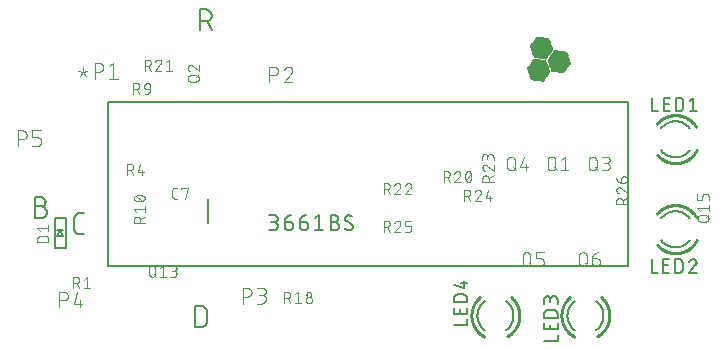
<source format=gbr>
G04 EAGLE Gerber RS-274X export*
G75*
%MOMM*%
%FSLAX34Y34*%
%LPD*%
%INSilkscreen Top*%
%IPPOS*%
%AMOC8*
5,1,8,0,0,1.08239X$1,22.5*%
G01*
%ADD10R,0.751331X0.014731*%
%ADD11R,0.883919X0.014731*%
%ADD12R,1.001775X0.014731*%
%ADD13R,1.119631X0.014731*%
%ADD14R,1.134363X0.014731*%
%ADD15R,1.149094X0.014731*%
%ADD16R,1.163825X0.014731*%
%ADD17R,1.178556X0.014731*%
%ADD18R,1.193288X0.014731*%
%ADD19R,1.222756X0.014731*%
%ADD20R,1.237488X0.014731*%
%ADD21R,1.266950X0.014731*%
%ADD22R,1.281681X0.014731*%
%ADD23R,1.311144X0.014731*%
%ADD24R,1.325881X0.014731*%
%ADD25R,1.355344X0.014731*%
%ADD26R,1.370075X0.014731*%
%ADD27R,1.384806X0.014731*%
%ADD28R,1.399538X0.014731*%
%ADD29R,1.414275X0.014731*%
%ADD30R,1.443738X0.014731*%
%ADD31R,1.458469X0.014731*%
%ADD32R,1.487931X0.014731*%
%ADD33R,1.502663X0.014731*%
%ADD34R,1.517394X0.014731*%
%ADD35R,1.532125X0.014731*%
%ADD36R,1.546856X0.014731*%
%ADD37R,1.576319X0.014731*%
%ADD38R,1.605788X0.014731*%
%ADD39R,1.620519X0.014731*%
%ADD40R,1.649981X0.014731*%
%ADD41R,1.664713X0.014731*%
%ADD42R,1.694175X0.014731*%
%ADD43R,1.708913X0.014731*%
%ADD44R,1.738375X0.014731*%
%ADD45R,1.753106X0.014731*%
%ADD46R,1.767838X0.014731*%
%ADD47R,1.782569X0.014731*%
%ADD48R,1.797306X0.014731*%
%ADD49R,0.117856X0.014731*%
%ADD50R,1.826769X0.014731*%
%ADD51R,0.235713X0.014731*%
%ADD52R,0.353569X0.014731*%
%ADD53R,1.856231X0.014731*%
%ADD54R,0.486156X0.014731*%
%ADD55R,1.870963X0.014731*%
%ADD56R,0.604013X0.014731*%
%ADD57R,0.721869X0.014731*%
%ADD58R,1.885694X0.014731*%
%ADD59R,0.839719X0.014731*%
%ADD60R,0.972306X0.014731*%
%ADD61R,1.090169X0.014731*%
%ADD62R,1.208025X0.014731*%
%ADD63R,1.252219X0.014731*%
%ADD64R,1.296412X0.014731*%
%ADD65R,1.340612X0.014731*%
%ADD66R,1.826763X0.014731*%
%ADD67R,1.414269X0.014731*%
%ADD68R,1.812031X0.014731*%
%ADD69R,1.429000X0.014731*%
%ADD70R,1.458462X0.014731*%
%ADD71R,1.473200X0.014731*%
%ADD72R,1.723644X0.014731*%
%ADD73R,1.694181X0.014731*%
%ADD74R,1.679450X0.014731*%
%ADD75R,1.561594X0.014731*%
%ADD76R,1.576325X0.014731*%
%ADD77R,1.591056X0.014731*%
%ADD78R,1.635250X0.014731*%
%ADD79R,1.561588X0.014731*%
%ADD80R,1.443731X0.014731*%
%ADD81R,1.797300X0.014731*%
%ADD82R,1.841500X0.014731*%
%ADD83R,1.311150X0.014731*%
%ADD84R,1.296419X0.014731*%
%ADD85R,1.193294X0.014731*%
%ADD86R,0.957575X0.014731*%
%ADD87R,0.589281X0.014731*%
%ADD88R,0.471425X0.014731*%
%ADD89R,0.220975X0.014731*%
%ADD90R,1.812038X0.014731*%
%ADD91R,0.103119X0.014731*%
%ADD92R,0.029463X0.014731*%
%ADD93R,0.162050X0.014731*%
%ADD94R,0.265175X0.014731*%
%ADD95R,0.397763X0.014731*%
%ADD96R,0.515619X0.014731*%
%ADD97R,0.648206X0.014731*%
%ADD98R,1.679444X0.014731*%
%ADD99R,1.016506X0.014731*%
%ADD100R,1.104900X0.014731*%
%ADD101R,1.222750X0.014731*%
%ADD102R,1.429006X0.014731*%
%ADD103R,1.208019X0.014731*%
%ADD104R,0.987044X0.014731*%
%ADD105R,0.854456X0.014731*%
%ADD106R,0.618744X0.014731*%
%ADD107R,0.500888X0.014731*%
%ADD108R,0.368300X0.014731*%
%ADD109R,0.132587X0.014731*%
%ADD110R,0.014731X0.014731*%
%ADD111R,1.664719X0.014731*%
%ADD112R,1.075438X0.014731*%
%ADD113R,0.942844X0.014731*%
%ADD114R,0.707131X0.014731*%
%ADD115R,0.456694X0.014731*%
%ADD116R,0.088388X0.014731*%
%ADD117C,0.101600*%
%ADD118C,0.152400*%
%ADD119C,0.076200*%
%ADD120C,0.127000*%
%ADD121C,0.203200*%
%ADD122C,0.254000*%


D10*
X446954Y290678D03*
D11*
X446438Y290825D03*
D12*
X445996Y290972D03*
D13*
X445554Y291120D03*
D14*
X445480Y291267D03*
D15*
X445554Y291414D03*
D16*
X445628Y291562D03*
D17*
X445554Y291709D03*
D18*
X445628Y291856D03*
D19*
X445628Y292003D03*
D20*
X445701Y292151D03*
X445701Y292298D03*
D21*
X445701Y292445D03*
D22*
X445775Y292593D03*
D23*
X445775Y292740D03*
X445775Y292887D03*
D24*
X445849Y293035D03*
D25*
X445849Y293182D03*
D26*
X445922Y293329D03*
D27*
X445849Y293477D03*
D28*
X445922Y293624D03*
D29*
X445996Y293771D03*
D30*
X445996Y293919D03*
X445996Y294066D03*
D31*
X446070Y294213D03*
D32*
X446070Y294361D03*
D33*
X446143Y294508D03*
D34*
X446070Y294655D03*
D35*
X446143Y294803D03*
D36*
X446217Y294950D03*
D37*
X446217Y295097D03*
X446217Y295245D03*
D38*
X446217Y295392D03*
D39*
X446291Y295539D03*
X446291Y295686D03*
D40*
X446291Y295834D03*
D41*
X446364Y295981D03*
D42*
X446364Y296128D03*
X446364Y296276D03*
D43*
X446438Y296423D03*
D44*
X446438Y296570D03*
D45*
X446512Y296718D03*
D46*
X446438Y296865D03*
D47*
X446512Y297012D03*
D48*
X446585Y297160D03*
D49*
X467063Y297160D03*
D50*
X446585Y297307D03*
D51*
X466474Y297307D03*
D50*
X446585Y297454D03*
D52*
X466032Y297454D03*
D53*
X446585Y297602D03*
D54*
X465516Y297602D03*
D55*
X446659Y297749D03*
D56*
X465074Y297749D03*
D55*
X446659Y297896D03*
D57*
X464485Y297896D03*
D58*
X446585Y298044D03*
D59*
X464043Y298044D03*
D58*
X446585Y298191D03*
D60*
X463527Y298191D03*
D55*
X446512Y298338D03*
D61*
X463085Y298338D03*
D58*
X446438Y298486D03*
D13*
X462938Y298486D03*
D58*
X446438Y298633D03*
D15*
X462938Y298633D03*
D58*
X446291Y298780D03*
D16*
X463012Y298780D03*
D58*
X446291Y298928D03*
D17*
X463085Y298928D03*
D55*
X446217Y299075D03*
D18*
X463012Y299075D03*
D58*
X446143Y299222D03*
D62*
X463085Y299222D03*
D58*
X446143Y299369D03*
D20*
X463085Y299369D03*
D58*
X445996Y299517D03*
D63*
X463159Y299517D03*
D58*
X445996Y299664D03*
D63*
X463159Y299664D03*
D55*
X445922Y299811D03*
D22*
X463159Y299811D03*
D58*
X445849Y299959D03*
D64*
X463233Y299959D03*
D58*
X445849Y300106D03*
D24*
X463233Y300106D03*
D58*
X445701Y300253D03*
D24*
X463233Y300253D03*
D58*
X445701Y300401D03*
D65*
X463306Y300401D03*
D55*
X445628Y300548D03*
D26*
X463306Y300548D03*
D53*
X445701Y300695D03*
D27*
X463380Y300695D03*
D53*
X445701Y300843D03*
D28*
X463306Y300843D03*
D66*
X445701Y300990D03*
D67*
X463380Y300990D03*
D68*
X445775Y301137D03*
D69*
X463453Y301137D03*
D47*
X445775Y301285D03*
D70*
X463453Y301285D03*
D47*
X445775Y301432D03*
D70*
X463453Y301432D03*
D46*
X445849Y301579D03*
D71*
X463527Y301579D03*
D44*
X445849Y301727D03*
D33*
X463527Y301727D03*
D72*
X445922Y301874D03*
D33*
X463527Y301874D03*
D43*
X445849Y302021D03*
D35*
X463527Y302021D03*
D73*
X445922Y302169D03*
D36*
X463601Y302169D03*
D74*
X445996Y302316D03*
D75*
X463674Y302316D03*
D40*
X445996Y302463D03*
D76*
X463601Y302463D03*
D40*
X445996Y302611D03*
D77*
X463674Y302611D03*
D78*
X446070Y302758D03*
D39*
X463674Y302758D03*
D38*
X446070Y302905D03*
D78*
X463748Y302905D03*
D38*
X446070Y303052D03*
D78*
X463748Y303052D03*
D76*
X446070Y303200D03*
D41*
X463748Y303200D03*
D79*
X446143Y303347D03*
D74*
X463822Y303347D03*
D36*
X446217Y303494D03*
D43*
X463822Y303494D03*
D35*
X446143Y303642D03*
D43*
X463822Y303642D03*
D34*
X446217Y303789D03*
D72*
X463895Y303789D03*
D32*
X446217Y303936D03*
D45*
X463895Y303936D03*
D71*
X446291Y304084D03*
D46*
X463969Y304084D03*
D71*
X446291Y304231D03*
D47*
X463895Y304231D03*
D80*
X446291Y304378D03*
D81*
X463969Y304378D03*
D69*
X446364Y304526D03*
D68*
X464043Y304526D03*
D28*
X446364Y304673D03*
D82*
X464043Y304673D03*
D28*
X446364Y304820D03*
D82*
X464043Y304820D03*
D27*
X446438Y304968D03*
D55*
X464043Y304968D03*
D25*
X446438Y305115D03*
D58*
X464116Y305115D03*
D65*
X446512Y305262D03*
D55*
X464043Y305262D03*
D24*
X446438Y305410D03*
D58*
X463969Y305410D03*
D83*
X446512Y305557D03*
D58*
X463969Y305557D03*
D84*
X446585Y305704D03*
D55*
X463895Y305704D03*
D21*
X446585Y305852D03*
D58*
X463822Y305852D03*
D21*
X446585Y305999D03*
D58*
X463822Y305999D03*
D63*
X446659Y306146D03*
D58*
X463674Y306146D03*
D19*
X446659Y306294D03*
D58*
X463674Y306294D03*
D62*
X446733Y306441D03*
D55*
X463601Y306441D03*
D85*
X446659Y306588D03*
D58*
X463527Y306588D03*
D17*
X446733Y306735D03*
D58*
X463527Y306735D03*
D16*
X446806Y306883D03*
D58*
X463380Y306883D03*
D15*
X446733Y307030D03*
D58*
X463380Y307030D03*
D14*
X446806Y307177D03*
D55*
X463306Y307177D03*
D61*
X446733Y307325D03*
D58*
X463233Y307325D03*
D86*
X446217Y307472D03*
D58*
X463233Y307472D03*
D59*
X445628Y307619D03*
D58*
X463085Y307619D03*
D57*
X445186Y307767D03*
D58*
X463085Y307767D03*
D87*
X444670Y307914D03*
D53*
X463085Y307914D03*
D88*
X444228Y308061D03*
D82*
X463159Y308061D03*
D52*
X443639Y308209D03*
D82*
X463159Y308209D03*
D89*
X443123Y308356D03*
D90*
X463159Y308356D03*
D91*
X442681Y308503D03*
D48*
X463233Y308503D03*
D92*
X452478Y308651D03*
D47*
X463159Y308651D03*
D93*
X451963Y308798D03*
D46*
X463233Y308798D03*
D94*
X451447Y308945D03*
D45*
X463306Y308945D03*
D95*
X450931Y309093D03*
D72*
X463306Y309093D03*
D96*
X450489Y309240D03*
D72*
X463306Y309240D03*
D97*
X449974Y309387D03*
D73*
X463306Y309387D03*
D10*
X449458Y309535D03*
D98*
X463380Y309535D03*
D11*
X448942Y309682D03*
D41*
X463453Y309682D03*
D99*
X448427Y309829D03*
D40*
X463380Y309829D03*
D100*
X447985Y309977D03*
D78*
X463453Y309977D03*
D14*
X447985Y310124D03*
D39*
X463527Y310124D03*
D15*
X448059Y310271D03*
D77*
X463527Y310271D03*
D16*
X448132Y310418D03*
D77*
X463527Y310418D03*
D17*
X448059Y310566D03*
D79*
X463527Y310566D03*
D18*
X448132Y310713D03*
D36*
X463601Y310713D03*
D101*
X448132Y310860D03*
D35*
X463674Y310860D03*
D20*
X448206Y311008D03*
D34*
X463601Y311008D03*
D20*
X448206Y311155D03*
D33*
X463674Y311155D03*
D21*
X448206Y311302D03*
D71*
X463674Y311302D03*
D22*
X448280Y311450D03*
D31*
X463748Y311450D03*
D23*
X448280Y311597D03*
D31*
X463748Y311597D03*
D23*
X448280Y311744D03*
D102*
X465018Y311744D03*
D24*
X448353Y311892D03*
D67*
X463822Y311892D03*
D25*
X448353Y312039D03*
D27*
X463822Y312039D03*
D26*
X448427Y312186D03*
D27*
X463822Y312186D03*
X448353Y312334D03*
D26*
X463895Y312334D03*
D28*
X448427Y312481D03*
D65*
X463895Y312481D03*
D67*
X448501Y312628D03*
D65*
X463895Y312628D03*
D30*
X448501Y312776D03*
D83*
X463895Y312776D03*
D30*
X448501Y312923D03*
D64*
X463969Y312923D03*
D71*
X448501Y313070D03*
D22*
X464043Y313070D03*
D32*
X448574Y313218D03*
D21*
X463969Y313218D03*
D33*
X448648Y313365D03*
D63*
X464043Y313365D03*
D34*
X448574Y313512D03*
D19*
X464043Y313512D03*
D35*
X448648Y313660D03*
D103*
X464116Y313660D03*
D79*
X448648Y313807D03*
D103*
X464116Y313807D03*
D37*
X448721Y313954D03*
D17*
X464116Y313954D03*
D37*
X448721Y314101D03*
D16*
X464190Y314101D03*
D38*
X448721Y314249D03*
D15*
X464264Y314249D03*
D39*
X448795Y314396D03*
D14*
X464190Y314396D03*
D39*
X448795Y314543D03*
D100*
X464190Y314543D03*
D40*
X448795Y314691D03*
D104*
X463748Y314691D03*
D41*
X448869Y314838D03*
D105*
X463233Y314838D03*
D42*
X448869Y314985D03*
D10*
X462717Y314985D03*
D42*
X448869Y315133D03*
D106*
X462201Y315133D03*
D43*
X448942Y315280D03*
D107*
X461759Y315280D03*
D44*
X448942Y315427D03*
D108*
X461244Y315427D03*
D45*
X449016Y315575D03*
D94*
X460728Y315575D03*
D46*
X448942Y315722D03*
D109*
X460212Y315722D03*
D47*
X449016Y315869D03*
D110*
X459770Y315869D03*
D48*
X449090Y316017D03*
D50*
X449090Y316164D03*
X449090Y316311D03*
D53*
X449090Y316459D03*
D55*
X449163Y316606D03*
X449163Y316753D03*
D58*
X449090Y316901D03*
X449090Y317048D03*
X448942Y317195D03*
X448942Y317343D03*
D55*
X448869Y317490D03*
D58*
X448795Y317637D03*
X448795Y317784D03*
X448648Y317932D03*
X448648Y318079D03*
D55*
X448574Y318226D03*
D58*
X448501Y318374D03*
X448501Y318521D03*
D55*
X448427Y318668D03*
D58*
X448353Y318816D03*
X448353Y318963D03*
X448206Y319110D03*
X448206Y319258D03*
D55*
X448132Y319405D03*
D53*
X448206Y319552D03*
X448206Y319700D03*
D66*
X448206Y319847D03*
D68*
X448280Y319994D03*
D47*
X448280Y320142D03*
X448280Y320289D03*
D46*
X448353Y320436D03*
D44*
X448353Y320584D03*
D72*
X448427Y320731D03*
D43*
X448353Y320878D03*
D73*
X448427Y321026D03*
D74*
X448501Y321173D03*
D111*
X448427Y321320D03*
D40*
X448501Y321467D03*
D39*
X448501Y321615D03*
D38*
X448574Y321762D03*
X448574Y321909D03*
D76*
X448574Y322057D03*
D79*
X448648Y322204D03*
D35*
X448648Y322351D03*
X448648Y322499D03*
D34*
X448721Y322646D03*
D32*
X448721Y322793D03*
D71*
X448795Y322941D03*
X448795Y323088D03*
D80*
X448795Y323235D03*
D69*
X448869Y323383D03*
D28*
X448869Y323530D03*
X448869Y323677D03*
D27*
X448942Y323825D03*
D25*
X448942Y323972D03*
D65*
X449016Y324119D03*
D24*
X448942Y324267D03*
D83*
X449016Y324414D03*
D84*
X449090Y324561D03*
D21*
X449090Y324709D03*
X449090Y324856D03*
D20*
X449090Y325003D03*
D19*
X449163Y325150D03*
D62*
X449237Y325298D03*
D85*
X449163Y325445D03*
D17*
X449237Y325592D03*
D15*
X449237Y325740D03*
X449237Y325887D03*
D14*
X449311Y326034D03*
D112*
X449163Y326182D03*
D113*
X448648Y326329D03*
D59*
X448132Y326476D03*
D114*
X447617Y326624D03*
D87*
X447175Y326771D03*
D115*
X446659Y326918D03*
D52*
X446143Y327066D03*
D89*
X445628Y327213D03*
D116*
X445112Y327360D03*
D49*
X449613Y289832D03*
D51*
X449024Y289979D03*
D52*
X448582Y290126D03*
D54*
X448066Y290274D03*
D56*
X447624Y290421D03*
D57*
X447035Y290568D03*
D59*
X446593Y290716D03*
D60*
X446077Y290863D03*
D61*
X445635Y291010D03*
D13*
X445488Y291158D03*
D117*
X60106Y297744D02*
X60106Y302147D01*
X60106Y297744D02*
X62675Y294442D01*
X60106Y297744D02*
X57538Y294442D01*
X60106Y297744D02*
X64142Y299212D01*
X60106Y297744D02*
X56071Y299212D01*
X70272Y292608D02*
X70272Y305816D01*
X73941Y305816D01*
X74061Y305814D01*
X74181Y305808D01*
X74301Y305798D01*
X74420Y305785D01*
X74539Y305767D01*
X74657Y305746D01*
X74774Y305720D01*
X74891Y305691D01*
X75006Y305658D01*
X75120Y305621D01*
X75233Y305581D01*
X75345Y305537D01*
X75455Y305489D01*
X75564Y305438D01*
X75671Y305383D01*
X75775Y305324D01*
X75878Y305263D01*
X75979Y305198D01*
X76078Y305129D01*
X76175Y305058D01*
X76269Y304983D01*
X76360Y304906D01*
X76449Y304825D01*
X76535Y304741D01*
X76619Y304655D01*
X76700Y304566D01*
X76777Y304475D01*
X76852Y304381D01*
X76923Y304284D01*
X76992Y304185D01*
X77057Y304084D01*
X77118Y303982D01*
X77177Y303877D01*
X77232Y303770D01*
X77283Y303661D01*
X77331Y303551D01*
X77375Y303439D01*
X77415Y303326D01*
X77452Y303212D01*
X77485Y303097D01*
X77514Y302980D01*
X77540Y302863D01*
X77561Y302745D01*
X77579Y302626D01*
X77592Y302507D01*
X77602Y302387D01*
X77608Y302267D01*
X77610Y302147D01*
X77608Y302027D01*
X77602Y301907D01*
X77592Y301787D01*
X77579Y301668D01*
X77561Y301549D01*
X77540Y301431D01*
X77514Y301314D01*
X77485Y301197D01*
X77452Y301082D01*
X77415Y300968D01*
X77375Y300855D01*
X77331Y300743D01*
X77283Y300633D01*
X77232Y300524D01*
X77177Y300417D01*
X77118Y300313D01*
X77057Y300210D01*
X76992Y300109D01*
X76923Y300010D01*
X76852Y299913D01*
X76777Y299819D01*
X76700Y299728D01*
X76619Y299639D01*
X76535Y299553D01*
X76449Y299469D01*
X76360Y299388D01*
X76269Y299311D01*
X76175Y299236D01*
X76078Y299165D01*
X75979Y299096D01*
X75878Y299031D01*
X75776Y298970D01*
X75671Y298911D01*
X75564Y298856D01*
X75455Y298805D01*
X75345Y298757D01*
X75233Y298713D01*
X75120Y298673D01*
X75006Y298636D01*
X74891Y298603D01*
X74774Y298574D01*
X74657Y298548D01*
X74539Y298527D01*
X74420Y298509D01*
X74301Y298496D01*
X74181Y298486D01*
X74061Y298480D01*
X73941Y298478D01*
X70272Y298478D01*
X82467Y302881D02*
X86136Y305816D01*
X86136Y292608D01*
X82467Y292608D02*
X89805Y292608D01*
X218084Y289497D02*
X218084Y302705D01*
X221753Y302705D01*
X221873Y302703D01*
X221993Y302697D01*
X222113Y302687D01*
X222232Y302674D01*
X222351Y302656D01*
X222469Y302635D01*
X222586Y302609D01*
X222703Y302580D01*
X222818Y302547D01*
X222932Y302510D01*
X223045Y302470D01*
X223157Y302426D01*
X223267Y302378D01*
X223376Y302327D01*
X223483Y302272D01*
X223587Y302213D01*
X223690Y302152D01*
X223791Y302087D01*
X223890Y302018D01*
X223987Y301947D01*
X224081Y301872D01*
X224172Y301795D01*
X224261Y301714D01*
X224347Y301630D01*
X224431Y301544D01*
X224512Y301455D01*
X224589Y301364D01*
X224664Y301270D01*
X224735Y301173D01*
X224804Y301074D01*
X224869Y300973D01*
X224930Y300871D01*
X224989Y300766D01*
X225044Y300659D01*
X225095Y300550D01*
X225143Y300440D01*
X225187Y300328D01*
X225227Y300215D01*
X225264Y300101D01*
X225297Y299986D01*
X225326Y299869D01*
X225352Y299752D01*
X225373Y299634D01*
X225391Y299515D01*
X225404Y299396D01*
X225414Y299276D01*
X225420Y299156D01*
X225422Y299036D01*
X225420Y298916D01*
X225414Y298796D01*
X225404Y298676D01*
X225391Y298557D01*
X225373Y298438D01*
X225352Y298320D01*
X225326Y298203D01*
X225297Y298086D01*
X225264Y297971D01*
X225227Y297857D01*
X225187Y297744D01*
X225143Y297632D01*
X225095Y297522D01*
X225044Y297413D01*
X224989Y297306D01*
X224930Y297202D01*
X224869Y297099D01*
X224804Y296998D01*
X224735Y296899D01*
X224664Y296802D01*
X224589Y296708D01*
X224512Y296617D01*
X224431Y296528D01*
X224347Y296442D01*
X224261Y296358D01*
X224172Y296277D01*
X224081Y296200D01*
X223987Y296125D01*
X223890Y296054D01*
X223791Y295985D01*
X223690Y295920D01*
X223588Y295859D01*
X223483Y295800D01*
X223376Y295745D01*
X223267Y295694D01*
X223157Y295646D01*
X223045Y295602D01*
X222932Y295562D01*
X222818Y295525D01*
X222703Y295492D01*
X222586Y295463D01*
X222469Y295437D01*
X222351Y295416D01*
X222232Y295398D01*
X222113Y295385D01*
X221993Y295375D01*
X221873Y295369D01*
X221753Y295367D01*
X218084Y295367D01*
X234315Y302705D02*
X234428Y302703D01*
X234540Y302697D01*
X234653Y302688D01*
X234765Y302674D01*
X234876Y302657D01*
X234987Y302636D01*
X235097Y302611D01*
X235206Y302583D01*
X235314Y302550D01*
X235421Y302514D01*
X235526Y302475D01*
X235631Y302432D01*
X235733Y302385D01*
X235834Y302335D01*
X235933Y302281D01*
X236031Y302224D01*
X236126Y302164D01*
X236219Y302101D01*
X236310Y302034D01*
X236399Y301964D01*
X236485Y301892D01*
X236569Y301816D01*
X236650Y301738D01*
X236728Y301657D01*
X236804Y301573D01*
X236876Y301487D01*
X236946Y301398D01*
X237013Y301307D01*
X237076Y301214D01*
X237136Y301119D01*
X237193Y301021D01*
X237247Y300922D01*
X237297Y300821D01*
X237344Y300719D01*
X237387Y300614D01*
X237426Y300509D01*
X237462Y300402D01*
X237495Y300294D01*
X237523Y300185D01*
X237548Y300075D01*
X237569Y299964D01*
X237586Y299853D01*
X237600Y299741D01*
X237609Y299628D01*
X237615Y299516D01*
X237617Y299403D01*
X234315Y302704D02*
X234188Y302702D01*
X234061Y302696D01*
X233934Y302687D01*
X233808Y302674D01*
X233682Y302657D01*
X233557Y302636D01*
X233432Y302611D01*
X233309Y302583D01*
X233186Y302551D01*
X233064Y302515D01*
X232943Y302476D01*
X232823Y302433D01*
X232705Y302387D01*
X232588Y302337D01*
X232473Y302283D01*
X232360Y302226D01*
X232248Y302166D01*
X232138Y302103D01*
X232030Y302036D01*
X231924Y301966D01*
X231820Y301893D01*
X231718Y301816D01*
X231619Y301737D01*
X231522Y301655D01*
X231428Y301570D01*
X231336Y301482D01*
X231247Y301392D01*
X231161Y301298D01*
X231077Y301203D01*
X230997Y301105D01*
X230919Y301004D01*
X230844Y300901D01*
X230773Y300796D01*
X230705Y300689D01*
X230640Y300580D01*
X230578Y300469D01*
X230519Y300356D01*
X230464Y300242D01*
X230413Y300126D01*
X230365Y300008D01*
X230320Y299889D01*
X230279Y299769D01*
X236516Y296835D02*
X236598Y296915D01*
X236677Y296998D01*
X236754Y297084D01*
X236828Y297172D01*
X236898Y297263D01*
X236966Y297355D01*
X237031Y297450D01*
X237093Y297547D01*
X237151Y297646D01*
X237207Y297747D01*
X237259Y297849D01*
X237307Y297953D01*
X237352Y298059D01*
X237394Y298166D01*
X237433Y298274D01*
X237467Y298384D01*
X237499Y298494D01*
X237526Y298606D01*
X237550Y298718D01*
X237571Y298831D01*
X237587Y298945D01*
X237600Y299059D01*
X237610Y299173D01*
X237615Y299288D01*
X237617Y299403D01*
X236516Y296834D02*
X230279Y289497D01*
X237617Y289497D01*
X5271Y248666D02*
X5271Y235458D01*
X5271Y248666D02*
X8939Y248666D01*
X9059Y248664D01*
X9179Y248658D01*
X9299Y248648D01*
X9418Y248635D01*
X9537Y248617D01*
X9655Y248596D01*
X9772Y248570D01*
X9889Y248541D01*
X10004Y248508D01*
X10118Y248471D01*
X10231Y248431D01*
X10343Y248387D01*
X10453Y248339D01*
X10562Y248288D01*
X10669Y248233D01*
X10773Y248174D01*
X10876Y248113D01*
X10977Y248048D01*
X11076Y247979D01*
X11173Y247908D01*
X11267Y247833D01*
X11358Y247756D01*
X11447Y247675D01*
X11533Y247591D01*
X11617Y247505D01*
X11698Y247416D01*
X11775Y247325D01*
X11850Y247231D01*
X11921Y247134D01*
X11990Y247035D01*
X12055Y246934D01*
X12116Y246832D01*
X12175Y246727D01*
X12230Y246620D01*
X12281Y246511D01*
X12329Y246401D01*
X12373Y246289D01*
X12413Y246176D01*
X12450Y246062D01*
X12483Y245947D01*
X12512Y245830D01*
X12538Y245713D01*
X12559Y245595D01*
X12577Y245476D01*
X12590Y245357D01*
X12600Y245237D01*
X12606Y245117D01*
X12608Y244997D01*
X12606Y244877D01*
X12600Y244757D01*
X12590Y244637D01*
X12577Y244518D01*
X12559Y244399D01*
X12538Y244281D01*
X12512Y244164D01*
X12483Y244047D01*
X12450Y243932D01*
X12413Y243818D01*
X12373Y243705D01*
X12329Y243593D01*
X12281Y243483D01*
X12230Y243374D01*
X12175Y243267D01*
X12116Y243163D01*
X12055Y243060D01*
X11990Y242959D01*
X11921Y242860D01*
X11850Y242763D01*
X11775Y242669D01*
X11698Y242578D01*
X11617Y242489D01*
X11533Y242403D01*
X11447Y242319D01*
X11358Y242238D01*
X11267Y242161D01*
X11173Y242086D01*
X11076Y242015D01*
X10977Y241946D01*
X10876Y241881D01*
X10774Y241820D01*
X10669Y241761D01*
X10562Y241706D01*
X10453Y241655D01*
X10343Y241607D01*
X10231Y241563D01*
X10118Y241523D01*
X10004Y241486D01*
X9889Y241453D01*
X9772Y241424D01*
X9655Y241398D01*
X9537Y241377D01*
X9418Y241359D01*
X9299Y241346D01*
X9179Y241336D01*
X9059Y241330D01*
X8939Y241328D01*
X5271Y241328D01*
X17466Y235458D02*
X21869Y235458D01*
X21976Y235460D01*
X22083Y235466D01*
X22190Y235476D01*
X22296Y235489D01*
X22402Y235507D01*
X22507Y235528D01*
X22611Y235553D01*
X22715Y235582D01*
X22817Y235615D01*
X22917Y235652D01*
X23017Y235692D01*
X23115Y235736D01*
X23211Y235783D01*
X23305Y235834D01*
X23398Y235888D01*
X23488Y235945D01*
X23577Y236006D01*
X23663Y236070D01*
X23746Y236137D01*
X23828Y236207D01*
X23906Y236280D01*
X23982Y236356D01*
X24055Y236434D01*
X24125Y236516D01*
X24192Y236599D01*
X24256Y236685D01*
X24317Y236774D01*
X24374Y236864D01*
X24428Y236957D01*
X24479Y237051D01*
X24527Y237147D01*
X24570Y237245D01*
X24610Y237345D01*
X24647Y237445D01*
X24680Y237547D01*
X24709Y237651D01*
X24734Y237755D01*
X24755Y237860D01*
X24773Y237966D01*
X24786Y238072D01*
X24796Y238179D01*
X24802Y238286D01*
X24804Y238393D01*
X24804Y239861D01*
X24802Y239968D01*
X24796Y240075D01*
X24786Y240182D01*
X24773Y240288D01*
X24755Y240394D01*
X24734Y240499D01*
X24709Y240603D01*
X24680Y240707D01*
X24647Y240809D01*
X24610Y240909D01*
X24570Y241009D01*
X24526Y241107D01*
X24479Y241203D01*
X24428Y241297D01*
X24374Y241390D01*
X24317Y241480D01*
X24256Y241569D01*
X24192Y241655D01*
X24125Y241738D01*
X24055Y241820D01*
X23982Y241898D01*
X23906Y241974D01*
X23828Y242047D01*
X23746Y242117D01*
X23663Y242184D01*
X23577Y242248D01*
X23488Y242309D01*
X23398Y242366D01*
X23305Y242420D01*
X23211Y242471D01*
X23115Y242518D01*
X23017Y242562D01*
X22917Y242602D01*
X22817Y242639D01*
X22715Y242672D01*
X22611Y242701D01*
X22507Y242726D01*
X22402Y242747D01*
X22296Y242765D01*
X22190Y242778D01*
X22083Y242788D01*
X21976Y242794D01*
X21869Y242796D01*
X17466Y242796D01*
X17466Y248666D01*
X24804Y248666D01*
X40196Y112141D02*
X40196Y98933D01*
X40196Y112141D02*
X43864Y112141D01*
X43984Y112139D01*
X44104Y112133D01*
X44224Y112123D01*
X44343Y112110D01*
X44462Y112092D01*
X44580Y112071D01*
X44697Y112045D01*
X44814Y112016D01*
X44929Y111983D01*
X45043Y111946D01*
X45156Y111906D01*
X45268Y111862D01*
X45378Y111814D01*
X45487Y111763D01*
X45594Y111708D01*
X45698Y111649D01*
X45801Y111588D01*
X45902Y111523D01*
X46001Y111454D01*
X46098Y111383D01*
X46192Y111308D01*
X46283Y111231D01*
X46372Y111150D01*
X46458Y111066D01*
X46542Y110980D01*
X46623Y110891D01*
X46700Y110800D01*
X46775Y110706D01*
X46846Y110609D01*
X46915Y110510D01*
X46980Y110409D01*
X47041Y110307D01*
X47100Y110202D01*
X47155Y110095D01*
X47206Y109986D01*
X47254Y109876D01*
X47298Y109764D01*
X47338Y109651D01*
X47375Y109537D01*
X47408Y109422D01*
X47437Y109305D01*
X47463Y109188D01*
X47484Y109070D01*
X47502Y108951D01*
X47515Y108832D01*
X47525Y108712D01*
X47531Y108592D01*
X47533Y108472D01*
X47531Y108352D01*
X47525Y108232D01*
X47515Y108112D01*
X47502Y107993D01*
X47484Y107874D01*
X47463Y107756D01*
X47437Y107639D01*
X47408Y107522D01*
X47375Y107407D01*
X47338Y107293D01*
X47298Y107180D01*
X47254Y107068D01*
X47206Y106958D01*
X47155Y106849D01*
X47100Y106742D01*
X47041Y106638D01*
X46980Y106535D01*
X46915Y106434D01*
X46846Y106335D01*
X46775Y106238D01*
X46700Y106144D01*
X46623Y106053D01*
X46542Y105964D01*
X46458Y105878D01*
X46372Y105794D01*
X46283Y105713D01*
X46192Y105636D01*
X46098Y105561D01*
X46001Y105490D01*
X45902Y105421D01*
X45801Y105356D01*
X45699Y105295D01*
X45594Y105236D01*
X45487Y105181D01*
X45378Y105130D01*
X45268Y105082D01*
X45156Y105038D01*
X45043Y104998D01*
X44929Y104961D01*
X44814Y104928D01*
X44697Y104899D01*
X44580Y104873D01*
X44462Y104852D01*
X44343Y104834D01*
X44224Y104821D01*
X44104Y104811D01*
X43984Y104805D01*
X43864Y104803D01*
X40196Y104803D01*
X52391Y101868D02*
X55326Y112141D01*
X52391Y101868D02*
X59729Y101868D01*
X57527Y104803D02*
X57527Y98933D01*
X195771Y102108D02*
X195771Y115316D01*
X199439Y115316D01*
X199559Y115314D01*
X199679Y115308D01*
X199799Y115298D01*
X199918Y115285D01*
X200037Y115267D01*
X200155Y115246D01*
X200272Y115220D01*
X200389Y115191D01*
X200504Y115158D01*
X200618Y115121D01*
X200731Y115081D01*
X200843Y115037D01*
X200953Y114989D01*
X201062Y114938D01*
X201169Y114883D01*
X201273Y114824D01*
X201376Y114763D01*
X201477Y114698D01*
X201576Y114629D01*
X201673Y114558D01*
X201767Y114483D01*
X201858Y114406D01*
X201947Y114325D01*
X202033Y114241D01*
X202117Y114155D01*
X202198Y114066D01*
X202275Y113975D01*
X202350Y113881D01*
X202421Y113784D01*
X202490Y113685D01*
X202555Y113584D01*
X202616Y113482D01*
X202675Y113377D01*
X202730Y113270D01*
X202781Y113161D01*
X202829Y113051D01*
X202873Y112939D01*
X202913Y112826D01*
X202950Y112712D01*
X202983Y112597D01*
X203012Y112480D01*
X203038Y112363D01*
X203059Y112245D01*
X203077Y112126D01*
X203090Y112007D01*
X203100Y111887D01*
X203106Y111767D01*
X203108Y111647D01*
X203106Y111527D01*
X203100Y111407D01*
X203090Y111287D01*
X203077Y111168D01*
X203059Y111049D01*
X203038Y110931D01*
X203012Y110814D01*
X202983Y110697D01*
X202950Y110582D01*
X202913Y110468D01*
X202873Y110355D01*
X202829Y110243D01*
X202781Y110133D01*
X202730Y110024D01*
X202675Y109917D01*
X202616Y109813D01*
X202555Y109710D01*
X202490Y109609D01*
X202421Y109510D01*
X202350Y109413D01*
X202275Y109319D01*
X202198Y109228D01*
X202117Y109139D01*
X202033Y109053D01*
X201947Y108969D01*
X201858Y108888D01*
X201767Y108811D01*
X201673Y108736D01*
X201576Y108665D01*
X201477Y108596D01*
X201376Y108531D01*
X201274Y108470D01*
X201169Y108411D01*
X201062Y108356D01*
X200953Y108305D01*
X200843Y108257D01*
X200731Y108213D01*
X200618Y108173D01*
X200504Y108136D01*
X200389Y108103D01*
X200272Y108074D01*
X200155Y108048D01*
X200037Y108027D01*
X199918Y108009D01*
X199799Y107996D01*
X199679Y107986D01*
X199559Y107980D01*
X199439Y107978D01*
X195771Y107978D01*
X207966Y102108D02*
X211635Y102108D01*
X211755Y102110D01*
X211875Y102116D01*
X211995Y102126D01*
X212114Y102139D01*
X212233Y102157D01*
X212351Y102178D01*
X212468Y102204D01*
X212585Y102233D01*
X212700Y102266D01*
X212814Y102303D01*
X212927Y102343D01*
X213039Y102387D01*
X213149Y102435D01*
X213258Y102486D01*
X213365Y102541D01*
X213470Y102600D01*
X213572Y102661D01*
X213673Y102726D01*
X213772Y102795D01*
X213869Y102866D01*
X213963Y102941D01*
X214054Y103018D01*
X214143Y103099D01*
X214229Y103183D01*
X214313Y103269D01*
X214394Y103358D01*
X214471Y103449D01*
X214546Y103543D01*
X214617Y103640D01*
X214686Y103739D01*
X214751Y103840D01*
X214812Y103943D01*
X214871Y104047D01*
X214926Y104154D01*
X214977Y104263D01*
X215025Y104373D01*
X215069Y104485D01*
X215109Y104598D01*
X215146Y104712D01*
X215179Y104827D01*
X215208Y104944D01*
X215234Y105061D01*
X215255Y105179D01*
X215273Y105298D01*
X215286Y105417D01*
X215296Y105537D01*
X215302Y105657D01*
X215304Y105777D01*
X215302Y105897D01*
X215296Y106017D01*
X215286Y106137D01*
X215273Y106256D01*
X215255Y106375D01*
X215234Y106493D01*
X215208Y106610D01*
X215179Y106727D01*
X215146Y106842D01*
X215109Y106956D01*
X215069Y107069D01*
X215025Y107181D01*
X214977Y107291D01*
X214926Y107400D01*
X214871Y107507D01*
X214812Y107612D01*
X214751Y107714D01*
X214686Y107815D01*
X214617Y107914D01*
X214546Y108011D01*
X214471Y108105D01*
X214394Y108196D01*
X214313Y108285D01*
X214229Y108371D01*
X214143Y108455D01*
X214054Y108536D01*
X213963Y108613D01*
X213869Y108688D01*
X213772Y108759D01*
X213673Y108828D01*
X213572Y108893D01*
X213469Y108954D01*
X213365Y109013D01*
X213258Y109068D01*
X213149Y109119D01*
X213039Y109167D01*
X212927Y109211D01*
X212814Y109251D01*
X212700Y109288D01*
X212585Y109321D01*
X212468Y109350D01*
X212351Y109376D01*
X212233Y109397D01*
X212114Y109415D01*
X211995Y109428D01*
X211875Y109438D01*
X211755Y109444D01*
X211635Y109446D01*
X212369Y115316D02*
X207966Y115316D01*
X212369Y115316D02*
X212476Y115314D01*
X212583Y115308D01*
X212690Y115298D01*
X212796Y115285D01*
X212902Y115267D01*
X213007Y115246D01*
X213111Y115221D01*
X213215Y115192D01*
X213317Y115159D01*
X213417Y115122D01*
X213517Y115082D01*
X213615Y115038D01*
X213711Y114991D01*
X213805Y114940D01*
X213898Y114886D01*
X213988Y114829D01*
X214077Y114768D01*
X214163Y114704D01*
X214246Y114637D01*
X214328Y114567D01*
X214406Y114494D01*
X214482Y114418D01*
X214555Y114340D01*
X214625Y114258D01*
X214692Y114175D01*
X214756Y114089D01*
X214817Y114000D01*
X214874Y113910D01*
X214928Y113817D01*
X214979Y113723D01*
X215026Y113627D01*
X215070Y113529D01*
X215110Y113429D01*
X215147Y113329D01*
X215180Y113227D01*
X215209Y113123D01*
X215234Y113019D01*
X215255Y112914D01*
X215273Y112808D01*
X215286Y112702D01*
X215296Y112595D01*
X215302Y112488D01*
X215304Y112381D01*
X215302Y112274D01*
X215296Y112167D01*
X215286Y112060D01*
X215273Y111954D01*
X215255Y111848D01*
X215234Y111743D01*
X215209Y111639D01*
X215180Y111535D01*
X215147Y111433D01*
X215110Y111333D01*
X215070Y111233D01*
X215026Y111135D01*
X214979Y111039D01*
X214928Y110945D01*
X214874Y110852D01*
X214817Y110762D01*
X214756Y110673D01*
X214692Y110587D01*
X214625Y110504D01*
X214555Y110422D01*
X214482Y110344D01*
X214406Y110268D01*
X214328Y110195D01*
X214246Y110125D01*
X214163Y110058D01*
X214077Y109994D01*
X213988Y109933D01*
X213898Y109876D01*
X213805Y109822D01*
X213711Y109771D01*
X213615Y109724D01*
X213517Y109680D01*
X213417Y109640D01*
X213317Y109603D01*
X213215Y109570D01*
X213111Y109541D01*
X213007Y109516D01*
X212902Y109495D01*
X212796Y109477D01*
X212690Y109464D01*
X212583Y109454D01*
X212476Y109448D01*
X212369Y109446D01*
X209433Y109446D01*
D118*
X24751Y184471D02*
X19812Y184471D01*
X24751Y184471D02*
X24891Y184469D01*
X25030Y184463D01*
X25170Y184453D01*
X25309Y184439D01*
X25448Y184422D01*
X25586Y184400D01*
X25723Y184374D01*
X25860Y184345D01*
X25996Y184312D01*
X26130Y184275D01*
X26264Y184234D01*
X26396Y184189D01*
X26528Y184140D01*
X26657Y184088D01*
X26785Y184033D01*
X26912Y183973D01*
X27037Y183910D01*
X27160Y183844D01*
X27281Y183774D01*
X27400Y183701D01*
X27517Y183624D01*
X27631Y183544D01*
X27744Y183461D01*
X27854Y183375D01*
X27961Y183285D01*
X28066Y183193D01*
X28168Y183098D01*
X28268Y183000D01*
X28365Y182899D01*
X28459Y182795D01*
X28549Y182689D01*
X28637Y182580D01*
X28722Y182469D01*
X28803Y182355D01*
X28882Y182240D01*
X28957Y182122D01*
X29028Y182002D01*
X29096Y181879D01*
X29161Y181756D01*
X29222Y181630D01*
X29280Y181502D01*
X29334Y181374D01*
X29384Y181243D01*
X29431Y181111D01*
X29474Y180978D01*
X29513Y180844D01*
X29548Y180709D01*
X29579Y180573D01*
X29607Y180435D01*
X29630Y180298D01*
X29650Y180159D01*
X29666Y180020D01*
X29678Y179881D01*
X29686Y179742D01*
X29690Y179602D01*
X29690Y179462D01*
X29686Y179322D01*
X29678Y179183D01*
X29666Y179044D01*
X29650Y178905D01*
X29630Y178766D01*
X29607Y178629D01*
X29579Y178491D01*
X29548Y178355D01*
X29513Y178220D01*
X29474Y178086D01*
X29431Y177953D01*
X29384Y177821D01*
X29334Y177690D01*
X29280Y177562D01*
X29222Y177434D01*
X29161Y177308D01*
X29096Y177185D01*
X29028Y177063D01*
X28957Y176942D01*
X28882Y176824D01*
X28803Y176709D01*
X28722Y176595D01*
X28637Y176484D01*
X28549Y176375D01*
X28459Y176269D01*
X28365Y176165D01*
X28268Y176064D01*
X28168Y175966D01*
X28066Y175871D01*
X27961Y175779D01*
X27854Y175689D01*
X27744Y175603D01*
X27631Y175520D01*
X27517Y175440D01*
X27400Y175363D01*
X27281Y175290D01*
X27160Y175220D01*
X27037Y175154D01*
X26912Y175091D01*
X26785Y175031D01*
X26657Y174976D01*
X26528Y174924D01*
X26396Y174875D01*
X26264Y174830D01*
X26130Y174789D01*
X25996Y174752D01*
X25860Y174719D01*
X25723Y174690D01*
X25586Y174664D01*
X25448Y174642D01*
X25309Y174625D01*
X25170Y174611D01*
X25030Y174601D01*
X24891Y174595D01*
X24751Y174593D01*
X19812Y174593D01*
X19812Y192373D01*
X24751Y192373D01*
X24875Y192371D01*
X24999Y192365D01*
X25123Y192355D01*
X25246Y192342D01*
X25369Y192324D01*
X25491Y192303D01*
X25613Y192278D01*
X25734Y192249D01*
X25853Y192216D01*
X25972Y192180D01*
X26089Y192139D01*
X26205Y192096D01*
X26320Y192048D01*
X26433Y191997D01*
X26545Y191942D01*
X26654Y191884D01*
X26762Y191823D01*
X26868Y191758D01*
X26972Y191690D01*
X27073Y191618D01*
X27173Y191544D01*
X27269Y191466D01*
X27364Y191386D01*
X27456Y191302D01*
X27545Y191216D01*
X27631Y191127D01*
X27715Y191035D01*
X27795Y190940D01*
X27873Y190844D01*
X27947Y190744D01*
X28019Y190643D01*
X28087Y190539D01*
X28152Y190433D01*
X28213Y190325D01*
X28271Y190216D01*
X28326Y190104D01*
X28377Y189991D01*
X28425Y189876D01*
X28468Y189760D01*
X28509Y189643D01*
X28545Y189524D01*
X28578Y189405D01*
X28607Y189284D01*
X28632Y189162D01*
X28653Y189040D01*
X28671Y188917D01*
X28684Y188794D01*
X28694Y188670D01*
X28700Y188546D01*
X28702Y188422D01*
X28700Y188298D01*
X28694Y188174D01*
X28684Y188050D01*
X28671Y187927D01*
X28653Y187804D01*
X28632Y187682D01*
X28607Y187560D01*
X28578Y187439D01*
X28545Y187320D01*
X28509Y187201D01*
X28468Y187084D01*
X28425Y186968D01*
X28377Y186853D01*
X28326Y186740D01*
X28271Y186628D01*
X28213Y186519D01*
X28152Y186411D01*
X28087Y186305D01*
X28019Y186201D01*
X27947Y186100D01*
X27873Y186000D01*
X27795Y185904D01*
X27715Y185809D01*
X27631Y185717D01*
X27545Y185628D01*
X27456Y185542D01*
X27364Y185458D01*
X27269Y185378D01*
X27173Y185300D01*
X27073Y185226D01*
X26972Y185154D01*
X26868Y185086D01*
X26762Y185021D01*
X26654Y184960D01*
X26545Y184902D01*
X26433Y184847D01*
X26320Y184796D01*
X26205Y184748D01*
X26089Y184705D01*
X25972Y184664D01*
X25853Y184628D01*
X25734Y184595D01*
X25613Y184566D01*
X25491Y184541D01*
X25369Y184520D01*
X25246Y184502D01*
X25123Y184489D01*
X24999Y184479D01*
X24875Y184473D01*
X24751Y184471D01*
X57101Y161100D02*
X61052Y161100D01*
X57101Y161100D02*
X56977Y161102D01*
X56853Y161108D01*
X56729Y161118D01*
X56606Y161131D01*
X56483Y161149D01*
X56361Y161170D01*
X56239Y161195D01*
X56118Y161224D01*
X55999Y161257D01*
X55880Y161293D01*
X55763Y161334D01*
X55647Y161377D01*
X55532Y161425D01*
X55419Y161476D01*
X55307Y161531D01*
X55198Y161589D01*
X55090Y161650D01*
X54984Y161715D01*
X54880Y161783D01*
X54779Y161855D01*
X54679Y161929D01*
X54583Y162007D01*
X54488Y162087D01*
X54396Y162171D01*
X54307Y162257D01*
X54221Y162346D01*
X54137Y162438D01*
X54057Y162533D01*
X53979Y162629D01*
X53905Y162729D01*
X53833Y162830D01*
X53765Y162934D01*
X53700Y163040D01*
X53639Y163148D01*
X53581Y163257D01*
X53526Y163369D01*
X53475Y163482D01*
X53427Y163597D01*
X53384Y163713D01*
X53343Y163830D01*
X53307Y163949D01*
X53274Y164068D01*
X53245Y164189D01*
X53220Y164311D01*
X53199Y164433D01*
X53181Y164556D01*
X53168Y164679D01*
X53158Y164803D01*
X53152Y164927D01*
X53150Y165051D01*
X53150Y174928D01*
X53152Y175052D01*
X53158Y175176D01*
X53168Y175300D01*
X53181Y175423D01*
X53199Y175546D01*
X53220Y175668D01*
X53245Y175790D01*
X53274Y175911D01*
X53307Y176030D01*
X53343Y176149D01*
X53384Y176266D01*
X53427Y176382D01*
X53475Y176497D01*
X53526Y176610D01*
X53581Y176722D01*
X53639Y176831D01*
X53700Y176939D01*
X53765Y177045D01*
X53833Y177149D01*
X53905Y177250D01*
X53979Y177350D01*
X54057Y177446D01*
X54137Y177541D01*
X54221Y177633D01*
X54307Y177722D01*
X54396Y177808D01*
X54488Y177892D01*
X54583Y177972D01*
X54679Y178050D01*
X54779Y178124D01*
X54880Y178196D01*
X54984Y178264D01*
X55090Y178329D01*
X55198Y178390D01*
X55307Y178448D01*
X55419Y178503D01*
X55532Y178554D01*
X55647Y178602D01*
X55763Y178645D01*
X55880Y178686D01*
X55999Y178722D01*
X56118Y178755D01*
X56239Y178784D01*
X56361Y178809D01*
X56483Y178830D01*
X56606Y178848D01*
X56729Y178861D01*
X56853Y178871D01*
X56977Y178877D01*
X57101Y178879D01*
X57101Y178880D02*
X61052Y178880D01*
X166205Y170224D02*
X166205Y190354D01*
D119*
X140289Y190881D02*
X138201Y190881D01*
X138112Y190883D01*
X138024Y190889D01*
X137936Y190898D01*
X137848Y190911D01*
X137761Y190928D01*
X137675Y190948D01*
X137590Y190973D01*
X137505Y191000D01*
X137422Y191032D01*
X137341Y191066D01*
X137261Y191105D01*
X137183Y191146D01*
X137106Y191191D01*
X137032Y191239D01*
X136959Y191290D01*
X136889Y191344D01*
X136822Y191402D01*
X136756Y191462D01*
X136694Y191524D01*
X136634Y191590D01*
X136576Y191657D01*
X136522Y191727D01*
X136471Y191800D01*
X136423Y191874D01*
X136378Y191951D01*
X136337Y192029D01*
X136298Y192109D01*
X136264Y192190D01*
X136232Y192273D01*
X136205Y192358D01*
X136180Y192443D01*
X136160Y192529D01*
X136143Y192616D01*
X136130Y192704D01*
X136121Y192792D01*
X136115Y192880D01*
X136113Y192969D01*
X136112Y192969D02*
X136112Y198191D01*
X136113Y198191D02*
X136115Y198282D01*
X136121Y198373D01*
X136131Y198464D01*
X136145Y198554D01*
X136162Y198643D01*
X136184Y198731D01*
X136210Y198819D01*
X136239Y198905D01*
X136272Y198990D01*
X136309Y199073D01*
X136349Y199155D01*
X136393Y199235D01*
X136440Y199313D01*
X136491Y199389D01*
X136544Y199462D01*
X136601Y199533D01*
X136662Y199602D01*
X136725Y199667D01*
X136790Y199730D01*
X136859Y199790D01*
X136930Y199848D01*
X137003Y199901D01*
X137079Y199952D01*
X137157Y199999D01*
X137237Y200043D01*
X137319Y200083D01*
X137402Y200120D01*
X137487Y200153D01*
X137573Y200182D01*
X137661Y200208D01*
X137749Y200230D01*
X137838Y200247D01*
X137928Y200261D01*
X138019Y200271D01*
X138110Y200277D01*
X138201Y200279D01*
X140289Y200279D01*
X143758Y200279D02*
X143758Y199235D01*
X143758Y200279D02*
X148979Y200279D01*
X146368Y190881D01*
D118*
X155543Y100298D02*
X155543Y82518D01*
X155543Y100298D02*
X160482Y100298D01*
X160621Y100296D01*
X160759Y100290D01*
X160897Y100281D01*
X161035Y100267D01*
X161172Y100250D01*
X161309Y100228D01*
X161446Y100203D01*
X161581Y100174D01*
X161716Y100141D01*
X161849Y100105D01*
X161982Y100065D01*
X162113Y100021D01*
X162243Y99973D01*
X162372Y99922D01*
X162499Y99867D01*
X162625Y99809D01*
X162749Y99747D01*
X162871Y99682D01*
X162991Y99613D01*
X163110Y99541D01*
X163226Y99466D01*
X163340Y99387D01*
X163452Y99305D01*
X163561Y99220D01*
X163669Y99133D01*
X163773Y99042D01*
X163875Y98948D01*
X163974Y98851D01*
X164071Y98752D01*
X164165Y98650D01*
X164256Y98546D01*
X164343Y98438D01*
X164428Y98329D01*
X164510Y98217D01*
X164589Y98103D01*
X164664Y97987D01*
X164736Y97868D01*
X164805Y97748D01*
X164870Y97626D01*
X164932Y97502D01*
X164990Y97376D01*
X165045Y97249D01*
X165096Y97120D01*
X165144Y96990D01*
X165188Y96859D01*
X165228Y96726D01*
X165264Y96593D01*
X165297Y96458D01*
X165326Y96323D01*
X165351Y96186D01*
X165373Y96049D01*
X165390Y95912D01*
X165404Y95774D01*
X165413Y95636D01*
X165419Y95498D01*
X165421Y95359D01*
X165421Y87457D01*
X165419Y87318D01*
X165413Y87180D01*
X165404Y87042D01*
X165390Y86904D01*
X165373Y86767D01*
X165351Y86630D01*
X165326Y86493D01*
X165297Y86358D01*
X165264Y86223D01*
X165228Y86090D01*
X165188Y85957D01*
X165144Y85826D01*
X165096Y85696D01*
X165045Y85567D01*
X164990Y85440D01*
X164932Y85314D01*
X164870Y85190D01*
X164805Y85068D01*
X164736Y84948D01*
X164664Y84829D01*
X164589Y84713D01*
X164510Y84599D01*
X164428Y84487D01*
X164343Y84378D01*
X164256Y84270D01*
X164165Y84166D01*
X164071Y84064D01*
X163974Y83965D01*
X163875Y83868D01*
X163773Y83774D01*
X163669Y83683D01*
X163561Y83596D01*
X163452Y83511D01*
X163340Y83429D01*
X163226Y83350D01*
X163110Y83275D01*
X162991Y83203D01*
X162871Y83134D01*
X162749Y83069D01*
X162625Y83007D01*
X162499Y82949D01*
X162372Y82894D01*
X162243Y82843D01*
X162113Y82795D01*
X161982Y82751D01*
X161849Y82711D01*
X161716Y82675D01*
X161581Y82642D01*
X161446Y82613D01*
X161309Y82588D01*
X161172Y82566D01*
X161035Y82549D01*
X160897Y82535D01*
X160759Y82526D01*
X160621Y82520D01*
X160482Y82518D01*
X155543Y82518D01*
D120*
X43775Y164425D02*
X41275Y164425D01*
X38775Y164425D01*
X41275Y164425D02*
X43775Y159425D01*
X38775Y159425D02*
X41275Y164425D01*
X38775Y159425D02*
X43775Y159425D01*
X46275Y149425D02*
X36275Y149425D01*
X36275Y174425D01*
X46275Y174425D01*
X46275Y149425D01*
D119*
X31129Y154174D02*
X21731Y154174D01*
X21731Y156785D01*
X21733Y156885D01*
X21739Y156985D01*
X21748Y157084D01*
X21762Y157184D01*
X21779Y157282D01*
X21800Y157380D01*
X21824Y157477D01*
X21853Y157573D01*
X21885Y157668D01*
X21920Y157761D01*
X21959Y157853D01*
X22002Y157944D01*
X22048Y158032D01*
X22098Y158119D01*
X22150Y158204D01*
X22206Y158287D01*
X22265Y158368D01*
X22328Y158446D01*
X22393Y158522D01*
X22461Y158596D01*
X22531Y158666D01*
X22605Y158734D01*
X22681Y158799D01*
X22759Y158862D01*
X22840Y158921D01*
X22923Y158977D01*
X23008Y159029D01*
X23095Y159079D01*
X23183Y159125D01*
X23274Y159168D01*
X23366Y159207D01*
X23459Y159242D01*
X23554Y159274D01*
X23650Y159303D01*
X23747Y159327D01*
X23845Y159348D01*
X23943Y159365D01*
X24043Y159379D01*
X24142Y159388D01*
X24242Y159394D01*
X24342Y159396D01*
X24342Y159395D02*
X28518Y159395D01*
X28518Y159396D02*
X28618Y159394D01*
X28718Y159388D01*
X28817Y159379D01*
X28917Y159365D01*
X29015Y159348D01*
X29113Y159327D01*
X29210Y159303D01*
X29306Y159274D01*
X29401Y159242D01*
X29494Y159207D01*
X29586Y159168D01*
X29677Y159125D01*
X29765Y159079D01*
X29852Y159029D01*
X29937Y158977D01*
X30020Y158921D01*
X30101Y158862D01*
X30179Y158799D01*
X30255Y158734D01*
X30329Y158666D01*
X30399Y158596D01*
X30467Y158522D01*
X30532Y158446D01*
X30595Y158368D01*
X30654Y158287D01*
X30710Y158204D01*
X30762Y158119D01*
X30812Y158032D01*
X30858Y157944D01*
X30901Y157853D01*
X30940Y157761D01*
X30975Y157668D01*
X31007Y157573D01*
X31036Y157477D01*
X31060Y157380D01*
X31081Y157282D01*
X31098Y157184D01*
X31112Y157084D01*
X31121Y156985D01*
X31127Y156885D01*
X31129Y156785D01*
X31129Y154174D01*
X23819Y163623D02*
X21731Y166233D01*
X31129Y166233D01*
X31129Y163623D02*
X31129Y168844D01*
D118*
X159512Y333343D02*
X159512Y351123D01*
X164451Y351123D01*
X164591Y351121D01*
X164730Y351115D01*
X164870Y351105D01*
X165009Y351091D01*
X165148Y351074D01*
X165286Y351052D01*
X165423Y351026D01*
X165560Y350997D01*
X165696Y350964D01*
X165830Y350927D01*
X165964Y350886D01*
X166096Y350841D01*
X166228Y350792D01*
X166357Y350740D01*
X166485Y350685D01*
X166612Y350625D01*
X166737Y350562D01*
X166860Y350496D01*
X166981Y350426D01*
X167100Y350353D01*
X167217Y350276D01*
X167331Y350196D01*
X167444Y350113D01*
X167554Y350027D01*
X167661Y349937D01*
X167766Y349845D01*
X167868Y349750D01*
X167968Y349652D01*
X168065Y349551D01*
X168159Y349447D01*
X168249Y349341D01*
X168337Y349232D01*
X168422Y349121D01*
X168503Y349007D01*
X168582Y348892D01*
X168657Y348774D01*
X168728Y348654D01*
X168796Y348531D01*
X168861Y348408D01*
X168922Y348282D01*
X168980Y348154D01*
X169034Y348026D01*
X169084Y347895D01*
X169131Y347763D01*
X169174Y347630D01*
X169213Y347496D01*
X169248Y347361D01*
X169279Y347225D01*
X169307Y347087D01*
X169330Y346950D01*
X169350Y346811D01*
X169366Y346672D01*
X169378Y346533D01*
X169386Y346394D01*
X169390Y346254D01*
X169390Y346114D01*
X169386Y345974D01*
X169378Y345835D01*
X169366Y345696D01*
X169350Y345557D01*
X169330Y345418D01*
X169307Y345281D01*
X169279Y345143D01*
X169248Y345007D01*
X169213Y344872D01*
X169174Y344738D01*
X169131Y344605D01*
X169084Y344473D01*
X169034Y344342D01*
X168980Y344214D01*
X168922Y344086D01*
X168861Y343960D01*
X168796Y343837D01*
X168728Y343715D01*
X168657Y343594D01*
X168582Y343476D01*
X168503Y343361D01*
X168422Y343247D01*
X168337Y343136D01*
X168249Y343027D01*
X168159Y342921D01*
X168065Y342817D01*
X167968Y342716D01*
X167868Y342618D01*
X167766Y342523D01*
X167661Y342431D01*
X167554Y342341D01*
X167444Y342255D01*
X167331Y342172D01*
X167217Y342092D01*
X167100Y342015D01*
X166981Y341942D01*
X166860Y341872D01*
X166737Y341806D01*
X166612Y341743D01*
X166485Y341683D01*
X166357Y341628D01*
X166228Y341576D01*
X166096Y341527D01*
X165964Y341482D01*
X165830Y341441D01*
X165696Y341404D01*
X165560Y341371D01*
X165423Y341342D01*
X165286Y341316D01*
X165148Y341294D01*
X165009Y341277D01*
X164870Y341263D01*
X164730Y341253D01*
X164591Y341247D01*
X164451Y341245D01*
X159512Y341245D01*
X165439Y341245D02*
X169390Y333343D01*
D119*
X52202Y124518D02*
X52202Y115120D01*
X52202Y124518D02*
X54813Y124518D01*
X54813Y124519D02*
X54914Y124517D01*
X55015Y124511D01*
X55116Y124501D01*
X55216Y124488D01*
X55316Y124470D01*
X55415Y124449D01*
X55513Y124423D01*
X55610Y124394D01*
X55706Y124362D01*
X55800Y124325D01*
X55893Y124285D01*
X55985Y124241D01*
X56074Y124194D01*
X56162Y124143D01*
X56248Y124089D01*
X56331Y124032D01*
X56413Y123972D01*
X56491Y123908D01*
X56568Y123842D01*
X56641Y123772D01*
X56712Y123700D01*
X56780Y123625D01*
X56845Y123547D01*
X56907Y123467D01*
X56966Y123385D01*
X57022Y123300D01*
X57074Y123213D01*
X57123Y123125D01*
X57169Y123034D01*
X57210Y122942D01*
X57249Y122848D01*
X57283Y122753D01*
X57314Y122657D01*
X57341Y122559D01*
X57365Y122461D01*
X57384Y122361D01*
X57400Y122261D01*
X57412Y122161D01*
X57420Y122060D01*
X57424Y121959D01*
X57424Y121857D01*
X57420Y121756D01*
X57412Y121655D01*
X57400Y121555D01*
X57384Y121455D01*
X57365Y121355D01*
X57341Y121257D01*
X57314Y121159D01*
X57283Y121063D01*
X57249Y120968D01*
X57210Y120874D01*
X57169Y120782D01*
X57123Y120691D01*
X57074Y120602D01*
X57022Y120516D01*
X56966Y120431D01*
X56907Y120349D01*
X56845Y120269D01*
X56780Y120191D01*
X56712Y120116D01*
X56641Y120044D01*
X56568Y119974D01*
X56491Y119908D01*
X56413Y119844D01*
X56331Y119784D01*
X56248Y119727D01*
X56162Y119673D01*
X56074Y119622D01*
X55985Y119575D01*
X55893Y119531D01*
X55800Y119491D01*
X55706Y119454D01*
X55610Y119422D01*
X55513Y119393D01*
X55415Y119367D01*
X55316Y119346D01*
X55216Y119328D01*
X55116Y119315D01*
X55015Y119305D01*
X54914Y119299D01*
X54813Y119297D01*
X52202Y119297D01*
X55335Y119297D02*
X57423Y115120D01*
X61289Y122430D02*
X63900Y124518D01*
X63900Y115120D01*
X66510Y115120D02*
X61289Y115120D01*
D117*
X453739Y218066D02*
X453739Y223259D01*
X453741Y223372D01*
X453747Y223485D01*
X453757Y223598D01*
X453771Y223711D01*
X453788Y223823D01*
X453810Y223934D01*
X453835Y224044D01*
X453865Y224154D01*
X453898Y224262D01*
X453935Y224369D01*
X453975Y224475D01*
X454020Y224579D01*
X454068Y224682D01*
X454119Y224783D01*
X454174Y224882D01*
X454232Y224979D01*
X454294Y225074D01*
X454359Y225167D01*
X454427Y225257D01*
X454498Y225345D01*
X454573Y225431D01*
X454650Y225514D01*
X454730Y225594D01*
X454813Y225671D01*
X454899Y225746D01*
X454987Y225817D01*
X455077Y225885D01*
X455170Y225950D01*
X455265Y226012D01*
X455362Y226070D01*
X455461Y226125D01*
X455562Y226176D01*
X455665Y226224D01*
X455769Y226269D01*
X455875Y226309D01*
X455982Y226346D01*
X456090Y226379D01*
X456200Y226409D01*
X456310Y226434D01*
X456421Y226456D01*
X456533Y226473D01*
X456646Y226487D01*
X456759Y226497D01*
X456872Y226503D01*
X456985Y226505D01*
X457098Y226503D01*
X457211Y226497D01*
X457324Y226487D01*
X457437Y226473D01*
X457549Y226456D01*
X457660Y226434D01*
X457770Y226409D01*
X457880Y226379D01*
X457988Y226346D01*
X458095Y226309D01*
X458201Y226269D01*
X458305Y226224D01*
X458408Y226176D01*
X458509Y226125D01*
X458608Y226070D01*
X458705Y226012D01*
X458800Y225950D01*
X458893Y225885D01*
X458983Y225817D01*
X459071Y225746D01*
X459157Y225671D01*
X459240Y225594D01*
X459320Y225514D01*
X459397Y225431D01*
X459472Y225345D01*
X459543Y225257D01*
X459611Y225167D01*
X459676Y225074D01*
X459738Y224979D01*
X459796Y224882D01*
X459851Y224783D01*
X459902Y224682D01*
X459950Y224579D01*
X459995Y224475D01*
X460035Y224369D01*
X460072Y224262D01*
X460105Y224154D01*
X460135Y224044D01*
X460160Y223934D01*
X460182Y223823D01*
X460199Y223711D01*
X460213Y223598D01*
X460223Y223485D01*
X460229Y223372D01*
X460231Y223259D01*
X460230Y223259D02*
X460230Y218066D01*
X460231Y218066D02*
X460229Y217953D01*
X460223Y217840D01*
X460213Y217727D01*
X460199Y217614D01*
X460182Y217502D01*
X460160Y217391D01*
X460135Y217281D01*
X460105Y217171D01*
X460072Y217063D01*
X460035Y216956D01*
X459995Y216850D01*
X459950Y216746D01*
X459902Y216643D01*
X459851Y216542D01*
X459796Y216443D01*
X459738Y216346D01*
X459676Y216251D01*
X459611Y216158D01*
X459543Y216068D01*
X459472Y215980D01*
X459397Y215894D01*
X459320Y215811D01*
X459240Y215731D01*
X459157Y215654D01*
X459071Y215579D01*
X458983Y215508D01*
X458893Y215440D01*
X458800Y215375D01*
X458705Y215313D01*
X458608Y215255D01*
X458509Y215200D01*
X458408Y215149D01*
X458305Y215101D01*
X458201Y215056D01*
X458095Y215016D01*
X457988Y214979D01*
X457880Y214946D01*
X457770Y214916D01*
X457660Y214891D01*
X457549Y214869D01*
X457437Y214852D01*
X457324Y214838D01*
X457211Y214828D01*
X457098Y214822D01*
X456985Y214820D01*
X456872Y214822D01*
X456759Y214828D01*
X456646Y214838D01*
X456533Y214852D01*
X456421Y214869D01*
X456310Y214891D01*
X456200Y214916D01*
X456090Y214946D01*
X455982Y214979D01*
X455875Y215016D01*
X455769Y215056D01*
X455665Y215101D01*
X455562Y215149D01*
X455461Y215200D01*
X455362Y215255D01*
X455265Y215313D01*
X455170Y215375D01*
X455077Y215440D01*
X454987Y215508D01*
X454899Y215579D01*
X454813Y215654D01*
X454730Y215731D01*
X454650Y215811D01*
X454573Y215894D01*
X454498Y215980D01*
X454427Y216068D01*
X454359Y216158D01*
X454294Y216251D01*
X454232Y216346D01*
X454174Y216443D01*
X454119Y216542D01*
X454068Y216643D01*
X454020Y216746D01*
X453975Y216850D01*
X453935Y216956D01*
X453898Y217063D01*
X453865Y217171D01*
X453835Y217281D01*
X453810Y217391D01*
X453788Y217502D01*
X453771Y217614D01*
X453757Y217727D01*
X453747Y217840D01*
X453741Y217953D01*
X453739Y218066D01*
X458932Y217417D02*
X461529Y214821D01*
X464883Y223908D02*
X468129Y226505D01*
X468129Y214821D01*
X471374Y214821D02*
X464883Y214821D01*
D119*
X155758Y290100D02*
X151582Y290100D01*
X151582Y290099D02*
X151481Y290101D01*
X151380Y290107D01*
X151279Y290117D01*
X151179Y290130D01*
X151079Y290148D01*
X150980Y290169D01*
X150882Y290195D01*
X150785Y290224D01*
X150689Y290256D01*
X150595Y290293D01*
X150502Y290333D01*
X150410Y290377D01*
X150321Y290424D01*
X150233Y290475D01*
X150147Y290529D01*
X150064Y290586D01*
X149982Y290646D01*
X149904Y290710D01*
X149827Y290776D01*
X149754Y290846D01*
X149683Y290918D01*
X149615Y290993D01*
X149550Y291071D01*
X149488Y291151D01*
X149429Y291233D01*
X149373Y291318D01*
X149321Y291405D01*
X149272Y291493D01*
X149226Y291584D01*
X149185Y291676D01*
X149146Y291770D01*
X149112Y291865D01*
X149081Y291961D01*
X149054Y292059D01*
X149030Y292157D01*
X149011Y292257D01*
X148995Y292357D01*
X148983Y292457D01*
X148975Y292558D01*
X148971Y292659D01*
X148971Y292761D01*
X148975Y292862D01*
X148983Y292963D01*
X148995Y293063D01*
X149011Y293163D01*
X149030Y293263D01*
X149054Y293361D01*
X149081Y293459D01*
X149112Y293555D01*
X149146Y293650D01*
X149185Y293744D01*
X149226Y293836D01*
X149272Y293927D01*
X149321Y294016D01*
X149373Y294102D01*
X149429Y294187D01*
X149488Y294269D01*
X149550Y294349D01*
X149615Y294427D01*
X149683Y294502D01*
X149754Y294574D01*
X149827Y294644D01*
X149904Y294710D01*
X149982Y294774D01*
X150064Y294834D01*
X150147Y294891D01*
X150233Y294945D01*
X150321Y294996D01*
X150410Y295043D01*
X150502Y295087D01*
X150595Y295127D01*
X150689Y295164D01*
X150785Y295196D01*
X150882Y295225D01*
X150980Y295251D01*
X151079Y295272D01*
X151179Y295290D01*
X151279Y295303D01*
X151380Y295313D01*
X151481Y295319D01*
X151582Y295321D01*
X155758Y295321D01*
X155859Y295319D01*
X155960Y295313D01*
X156061Y295303D01*
X156161Y295290D01*
X156261Y295272D01*
X156360Y295251D01*
X156458Y295225D01*
X156555Y295196D01*
X156651Y295164D01*
X156745Y295127D01*
X156838Y295087D01*
X156930Y295043D01*
X157019Y294996D01*
X157107Y294945D01*
X157193Y294891D01*
X157276Y294834D01*
X157358Y294774D01*
X157436Y294710D01*
X157513Y294644D01*
X157586Y294574D01*
X157657Y294502D01*
X157725Y294427D01*
X157790Y294349D01*
X157852Y294269D01*
X157911Y294187D01*
X157967Y294102D01*
X158019Y294015D01*
X158068Y293927D01*
X158114Y293836D01*
X158155Y293744D01*
X158194Y293650D01*
X158228Y293555D01*
X158259Y293459D01*
X158286Y293361D01*
X158310Y293263D01*
X158329Y293163D01*
X158345Y293063D01*
X158357Y292963D01*
X158365Y292862D01*
X158369Y292761D01*
X158369Y292659D01*
X158365Y292558D01*
X158357Y292457D01*
X158345Y292357D01*
X158329Y292257D01*
X158310Y292157D01*
X158286Y292059D01*
X158259Y291961D01*
X158228Y291865D01*
X158194Y291770D01*
X158155Y291676D01*
X158114Y291584D01*
X158068Y291493D01*
X158019Y291405D01*
X157967Y291318D01*
X157911Y291233D01*
X157852Y291151D01*
X157790Y291071D01*
X157725Y290993D01*
X157657Y290918D01*
X157586Y290846D01*
X157513Y290776D01*
X157436Y290710D01*
X157358Y290646D01*
X157276Y290586D01*
X157193Y290529D01*
X157107Y290475D01*
X157019Y290424D01*
X156930Y290377D01*
X156838Y290333D01*
X156745Y290293D01*
X156651Y290256D01*
X156555Y290224D01*
X156458Y290195D01*
X156360Y290169D01*
X156261Y290148D01*
X156161Y290130D01*
X156061Y290117D01*
X155960Y290107D01*
X155859Y290101D01*
X155758Y290099D01*
X156281Y294277D02*
X158369Y296365D01*
X151321Y304253D02*
X151226Y304251D01*
X151132Y304245D01*
X151038Y304236D01*
X150944Y304223D01*
X150851Y304206D01*
X150759Y304185D01*
X150667Y304160D01*
X150577Y304132D01*
X150488Y304100D01*
X150400Y304065D01*
X150314Y304026D01*
X150229Y303984D01*
X150146Y303938D01*
X150065Y303889D01*
X149986Y303837D01*
X149909Y303782D01*
X149835Y303723D01*
X149763Y303662D01*
X149693Y303598D01*
X149626Y303531D01*
X149562Y303461D01*
X149501Y303389D01*
X149442Y303315D01*
X149387Y303238D01*
X149335Y303159D01*
X149286Y303078D01*
X149240Y302995D01*
X149198Y302910D01*
X149159Y302824D01*
X149124Y302736D01*
X149092Y302647D01*
X149064Y302557D01*
X149039Y302465D01*
X149018Y302373D01*
X149001Y302280D01*
X148988Y302186D01*
X148979Y302092D01*
X148973Y301998D01*
X148971Y301903D01*
X148973Y301795D01*
X148979Y301686D01*
X148989Y301578D01*
X149002Y301471D01*
X149020Y301364D01*
X149041Y301257D01*
X149066Y301152D01*
X149095Y301047D01*
X149127Y300944D01*
X149164Y300842D01*
X149204Y300741D01*
X149247Y300642D01*
X149294Y300544D01*
X149345Y300448D01*
X149399Y300354D01*
X149456Y300262D01*
X149517Y300172D01*
X149581Y300084D01*
X149647Y299999D01*
X149717Y299916D01*
X149790Y299836D01*
X149866Y299758D01*
X149944Y299683D01*
X150025Y299611D01*
X150109Y299542D01*
X150195Y299476D01*
X150283Y299413D01*
X150374Y299354D01*
X150466Y299297D01*
X150561Y299244D01*
X150658Y299195D01*
X150756Y299149D01*
X150855Y299106D01*
X150957Y299067D01*
X151059Y299032D01*
X153149Y303470D02*
X153080Y303539D01*
X153009Y303605D01*
X152936Y303669D01*
X152860Y303730D01*
X152781Y303788D01*
X152701Y303842D01*
X152618Y303894D01*
X152534Y303942D01*
X152448Y303988D01*
X152360Y304029D01*
X152270Y304068D01*
X152179Y304103D01*
X152087Y304134D01*
X151994Y304162D01*
X151900Y304186D01*
X151805Y304206D01*
X151709Y304223D01*
X151612Y304236D01*
X151515Y304245D01*
X151418Y304251D01*
X151321Y304253D01*
X153148Y303469D02*
X158369Y299032D01*
X158369Y304253D01*
D117*
X488664Y223259D02*
X488664Y218066D01*
X488664Y223259D02*
X488666Y223372D01*
X488672Y223485D01*
X488682Y223598D01*
X488696Y223711D01*
X488713Y223823D01*
X488735Y223934D01*
X488760Y224044D01*
X488790Y224154D01*
X488823Y224262D01*
X488860Y224369D01*
X488900Y224475D01*
X488945Y224579D01*
X488993Y224682D01*
X489044Y224783D01*
X489099Y224882D01*
X489157Y224979D01*
X489219Y225074D01*
X489284Y225167D01*
X489352Y225257D01*
X489423Y225345D01*
X489498Y225431D01*
X489575Y225514D01*
X489655Y225594D01*
X489738Y225671D01*
X489824Y225746D01*
X489912Y225817D01*
X490002Y225885D01*
X490095Y225950D01*
X490190Y226012D01*
X490287Y226070D01*
X490386Y226125D01*
X490487Y226176D01*
X490590Y226224D01*
X490694Y226269D01*
X490800Y226309D01*
X490907Y226346D01*
X491015Y226379D01*
X491125Y226409D01*
X491235Y226434D01*
X491346Y226456D01*
X491458Y226473D01*
X491571Y226487D01*
X491684Y226497D01*
X491797Y226503D01*
X491910Y226505D01*
X492023Y226503D01*
X492136Y226497D01*
X492249Y226487D01*
X492362Y226473D01*
X492474Y226456D01*
X492585Y226434D01*
X492695Y226409D01*
X492805Y226379D01*
X492913Y226346D01*
X493020Y226309D01*
X493126Y226269D01*
X493230Y226224D01*
X493333Y226176D01*
X493434Y226125D01*
X493533Y226070D01*
X493630Y226012D01*
X493725Y225950D01*
X493818Y225885D01*
X493908Y225817D01*
X493996Y225746D01*
X494082Y225671D01*
X494165Y225594D01*
X494245Y225514D01*
X494322Y225431D01*
X494397Y225345D01*
X494468Y225257D01*
X494536Y225167D01*
X494601Y225074D01*
X494663Y224979D01*
X494721Y224882D01*
X494776Y224783D01*
X494827Y224682D01*
X494875Y224579D01*
X494920Y224475D01*
X494960Y224369D01*
X494997Y224262D01*
X495030Y224154D01*
X495060Y224044D01*
X495085Y223934D01*
X495107Y223823D01*
X495124Y223711D01*
X495138Y223598D01*
X495148Y223485D01*
X495154Y223372D01*
X495156Y223259D01*
X495155Y223259D02*
X495155Y218066D01*
X495156Y218066D02*
X495154Y217953D01*
X495148Y217840D01*
X495138Y217727D01*
X495124Y217614D01*
X495107Y217502D01*
X495085Y217391D01*
X495060Y217281D01*
X495030Y217171D01*
X494997Y217063D01*
X494960Y216956D01*
X494920Y216850D01*
X494875Y216746D01*
X494827Y216643D01*
X494776Y216542D01*
X494721Y216443D01*
X494663Y216346D01*
X494601Y216251D01*
X494536Y216158D01*
X494468Y216068D01*
X494397Y215980D01*
X494322Y215894D01*
X494245Y215811D01*
X494165Y215731D01*
X494082Y215654D01*
X493996Y215579D01*
X493908Y215508D01*
X493818Y215440D01*
X493725Y215375D01*
X493630Y215313D01*
X493533Y215255D01*
X493434Y215200D01*
X493333Y215149D01*
X493230Y215101D01*
X493126Y215056D01*
X493020Y215016D01*
X492913Y214979D01*
X492805Y214946D01*
X492695Y214916D01*
X492585Y214891D01*
X492474Y214869D01*
X492362Y214852D01*
X492249Y214838D01*
X492136Y214828D01*
X492023Y214822D01*
X491910Y214820D01*
X491797Y214822D01*
X491684Y214828D01*
X491571Y214838D01*
X491458Y214852D01*
X491346Y214869D01*
X491235Y214891D01*
X491125Y214916D01*
X491015Y214946D01*
X490907Y214979D01*
X490800Y215016D01*
X490694Y215056D01*
X490590Y215101D01*
X490487Y215149D01*
X490386Y215200D01*
X490287Y215255D01*
X490190Y215313D01*
X490095Y215375D01*
X490002Y215440D01*
X489912Y215508D01*
X489824Y215579D01*
X489738Y215654D01*
X489655Y215731D01*
X489575Y215811D01*
X489498Y215894D01*
X489423Y215980D01*
X489352Y216068D01*
X489284Y216158D01*
X489219Y216251D01*
X489157Y216346D01*
X489099Y216443D01*
X489044Y216542D01*
X488993Y216643D01*
X488945Y216746D01*
X488900Y216850D01*
X488860Y216956D01*
X488823Y217063D01*
X488790Y217171D01*
X488760Y217281D01*
X488735Y217391D01*
X488713Y217502D01*
X488696Y217614D01*
X488682Y217727D01*
X488672Y217840D01*
X488666Y217953D01*
X488664Y218066D01*
X493857Y217417D02*
X496454Y214821D01*
X499808Y214821D02*
X503054Y214821D01*
X503054Y214820D02*
X503167Y214822D01*
X503280Y214828D01*
X503393Y214838D01*
X503506Y214852D01*
X503618Y214869D01*
X503729Y214891D01*
X503839Y214916D01*
X503949Y214946D01*
X504057Y214979D01*
X504164Y215016D01*
X504270Y215056D01*
X504374Y215101D01*
X504477Y215149D01*
X504578Y215200D01*
X504677Y215255D01*
X504774Y215313D01*
X504869Y215375D01*
X504962Y215440D01*
X505052Y215508D01*
X505140Y215579D01*
X505226Y215654D01*
X505309Y215731D01*
X505389Y215811D01*
X505466Y215894D01*
X505541Y215980D01*
X505612Y216068D01*
X505680Y216158D01*
X505745Y216251D01*
X505807Y216346D01*
X505865Y216443D01*
X505920Y216542D01*
X505971Y216643D01*
X506019Y216746D01*
X506064Y216850D01*
X506104Y216956D01*
X506141Y217063D01*
X506174Y217171D01*
X506204Y217281D01*
X506229Y217391D01*
X506251Y217502D01*
X506268Y217614D01*
X506282Y217727D01*
X506292Y217840D01*
X506298Y217953D01*
X506300Y218066D01*
X506298Y218179D01*
X506292Y218292D01*
X506282Y218405D01*
X506268Y218518D01*
X506251Y218630D01*
X506229Y218741D01*
X506204Y218851D01*
X506174Y218961D01*
X506141Y219069D01*
X506104Y219176D01*
X506064Y219282D01*
X506019Y219386D01*
X505971Y219489D01*
X505920Y219590D01*
X505865Y219689D01*
X505807Y219786D01*
X505745Y219881D01*
X505680Y219974D01*
X505612Y220064D01*
X505541Y220152D01*
X505466Y220238D01*
X505389Y220321D01*
X505309Y220401D01*
X505226Y220478D01*
X505140Y220553D01*
X505052Y220624D01*
X504962Y220692D01*
X504869Y220757D01*
X504774Y220819D01*
X504677Y220877D01*
X504578Y220932D01*
X504477Y220983D01*
X504374Y221031D01*
X504270Y221076D01*
X504164Y221116D01*
X504057Y221153D01*
X503949Y221186D01*
X503839Y221216D01*
X503729Y221241D01*
X503618Y221263D01*
X503506Y221280D01*
X503393Y221294D01*
X503280Y221304D01*
X503167Y221310D01*
X503054Y221312D01*
X503703Y226505D02*
X499808Y226505D01*
X503703Y226504D02*
X503804Y226502D01*
X503904Y226496D01*
X504004Y226486D01*
X504104Y226473D01*
X504203Y226455D01*
X504302Y226434D01*
X504399Y226409D01*
X504496Y226380D01*
X504591Y226347D01*
X504685Y226311D01*
X504777Y226271D01*
X504868Y226228D01*
X504957Y226181D01*
X505044Y226131D01*
X505130Y226077D01*
X505213Y226020D01*
X505293Y225960D01*
X505372Y225897D01*
X505448Y225830D01*
X505521Y225761D01*
X505591Y225689D01*
X505659Y225615D01*
X505724Y225538D01*
X505785Y225458D01*
X505844Y225376D01*
X505899Y225292D01*
X505951Y225206D01*
X506000Y225118D01*
X506045Y225028D01*
X506087Y224936D01*
X506125Y224843D01*
X506159Y224748D01*
X506190Y224653D01*
X506217Y224556D01*
X506240Y224458D01*
X506260Y224359D01*
X506275Y224259D01*
X506287Y224159D01*
X506295Y224059D01*
X506299Y223958D01*
X506299Y223858D01*
X506295Y223757D01*
X506287Y223657D01*
X506275Y223557D01*
X506260Y223457D01*
X506240Y223358D01*
X506217Y223260D01*
X506190Y223163D01*
X506159Y223068D01*
X506125Y222973D01*
X506087Y222880D01*
X506045Y222788D01*
X506000Y222698D01*
X505951Y222610D01*
X505899Y222524D01*
X505844Y222440D01*
X505785Y222358D01*
X505724Y222278D01*
X505659Y222201D01*
X505591Y222127D01*
X505521Y222055D01*
X505448Y221986D01*
X505372Y221919D01*
X505293Y221856D01*
X505213Y221796D01*
X505130Y221739D01*
X505044Y221685D01*
X504957Y221635D01*
X504868Y221588D01*
X504777Y221545D01*
X504685Y221505D01*
X504591Y221469D01*
X504496Y221436D01*
X504399Y221407D01*
X504302Y221382D01*
X504203Y221361D01*
X504104Y221343D01*
X504004Y221330D01*
X503904Y221320D01*
X503804Y221314D01*
X503703Y221312D01*
X501106Y221312D01*
X419608Y223259D02*
X419608Y218066D01*
X419608Y223259D02*
X419610Y223372D01*
X419616Y223485D01*
X419626Y223598D01*
X419640Y223711D01*
X419657Y223823D01*
X419679Y223934D01*
X419704Y224044D01*
X419734Y224154D01*
X419767Y224262D01*
X419804Y224369D01*
X419844Y224475D01*
X419889Y224579D01*
X419937Y224682D01*
X419988Y224783D01*
X420043Y224882D01*
X420101Y224979D01*
X420163Y225074D01*
X420228Y225167D01*
X420296Y225257D01*
X420367Y225345D01*
X420442Y225431D01*
X420519Y225514D01*
X420599Y225594D01*
X420682Y225671D01*
X420768Y225746D01*
X420856Y225817D01*
X420946Y225885D01*
X421039Y225950D01*
X421134Y226012D01*
X421231Y226070D01*
X421330Y226125D01*
X421431Y226176D01*
X421534Y226224D01*
X421638Y226269D01*
X421744Y226309D01*
X421851Y226346D01*
X421959Y226379D01*
X422069Y226409D01*
X422179Y226434D01*
X422290Y226456D01*
X422402Y226473D01*
X422515Y226487D01*
X422628Y226497D01*
X422741Y226503D01*
X422854Y226505D01*
X422967Y226503D01*
X423080Y226497D01*
X423193Y226487D01*
X423306Y226473D01*
X423418Y226456D01*
X423529Y226434D01*
X423639Y226409D01*
X423749Y226379D01*
X423857Y226346D01*
X423964Y226309D01*
X424070Y226269D01*
X424174Y226224D01*
X424277Y226176D01*
X424378Y226125D01*
X424477Y226070D01*
X424574Y226012D01*
X424669Y225950D01*
X424762Y225885D01*
X424852Y225817D01*
X424940Y225746D01*
X425026Y225671D01*
X425109Y225594D01*
X425189Y225514D01*
X425266Y225431D01*
X425341Y225345D01*
X425412Y225257D01*
X425480Y225167D01*
X425545Y225074D01*
X425607Y224979D01*
X425665Y224882D01*
X425720Y224783D01*
X425771Y224682D01*
X425819Y224579D01*
X425864Y224475D01*
X425904Y224369D01*
X425941Y224262D01*
X425974Y224154D01*
X426004Y224044D01*
X426029Y223934D01*
X426051Y223823D01*
X426068Y223711D01*
X426082Y223598D01*
X426092Y223485D01*
X426098Y223372D01*
X426100Y223259D01*
X426099Y223259D02*
X426099Y218066D01*
X426100Y218066D02*
X426098Y217953D01*
X426092Y217840D01*
X426082Y217727D01*
X426068Y217614D01*
X426051Y217502D01*
X426029Y217391D01*
X426004Y217281D01*
X425974Y217171D01*
X425941Y217063D01*
X425904Y216956D01*
X425864Y216850D01*
X425819Y216746D01*
X425771Y216643D01*
X425720Y216542D01*
X425665Y216443D01*
X425607Y216346D01*
X425545Y216251D01*
X425480Y216158D01*
X425412Y216068D01*
X425341Y215980D01*
X425266Y215894D01*
X425189Y215811D01*
X425109Y215731D01*
X425026Y215654D01*
X424940Y215579D01*
X424852Y215508D01*
X424762Y215440D01*
X424669Y215375D01*
X424574Y215313D01*
X424477Y215255D01*
X424378Y215200D01*
X424277Y215149D01*
X424174Y215101D01*
X424070Y215056D01*
X423964Y215016D01*
X423857Y214979D01*
X423749Y214946D01*
X423639Y214916D01*
X423529Y214891D01*
X423418Y214869D01*
X423306Y214852D01*
X423193Y214838D01*
X423080Y214828D01*
X422967Y214822D01*
X422854Y214820D01*
X422741Y214822D01*
X422628Y214828D01*
X422515Y214838D01*
X422402Y214852D01*
X422290Y214869D01*
X422179Y214891D01*
X422069Y214916D01*
X421959Y214946D01*
X421851Y214979D01*
X421744Y215016D01*
X421638Y215056D01*
X421534Y215101D01*
X421431Y215149D01*
X421330Y215200D01*
X421231Y215255D01*
X421134Y215313D01*
X421039Y215375D01*
X420946Y215440D01*
X420856Y215508D01*
X420768Y215579D01*
X420682Y215654D01*
X420599Y215731D01*
X420519Y215811D01*
X420442Y215894D01*
X420367Y215980D01*
X420296Y216068D01*
X420228Y216158D01*
X420163Y216251D01*
X420101Y216346D01*
X420043Y216443D01*
X419988Y216542D01*
X419937Y216643D01*
X419889Y216746D01*
X419844Y216850D01*
X419804Y216956D01*
X419767Y217063D01*
X419734Y217171D01*
X419704Y217281D01*
X419679Y217391D01*
X419657Y217502D01*
X419640Y217614D01*
X419626Y217727D01*
X419616Y217840D01*
X419610Y217953D01*
X419608Y218066D01*
X424801Y217417D02*
X427397Y214821D01*
X430752Y217417D02*
X433348Y226505D01*
X430752Y217417D02*
X437243Y217417D01*
X435296Y220013D02*
X435296Y214821D01*
X432707Y142296D02*
X432707Y137104D01*
X432707Y142296D02*
X432709Y142409D01*
X432715Y142522D01*
X432725Y142635D01*
X432739Y142748D01*
X432756Y142860D01*
X432778Y142971D01*
X432803Y143081D01*
X432833Y143191D01*
X432866Y143299D01*
X432903Y143406D01*
X432943Y143512D01*
X432988Y143616D01*
X433036Y143719D01*
X433087Y143820D01*
X433142Y143919D01*
X433200Y144016D01*
X433262Y144111D01*
X433327Y144204D01*
X433395Y144294D01*
X433466Y144382D01*
X433541Y144468D01*
X433618Y144551D01*
X433698Y144631D01*
X433781Y144708D01*
X433867Y144783D01*
X433955Y144854D01*
X434045Y144922D01*
X434138Y144987D01*
X434233Y145049D01*
X434330Y145107D01*
X434429Y145162D01*
X434530Y145213D01*
X434633Y145261D01*
X434737Y145306D01*
X434843Y145346D01*
X434950Y145383D01*
X435058Y145416D01*
X435168Y145446D01*
X435278Y145471D01*
X435389Y145493D01*
X435501Y145510D01*
X435614Y145524D01*
X435727Y145534D01*
X435840Y145540D01*
X435953Y145542D01*
X436066Y145540D01*
X436179Y145534D01*
X436292Y145524D01*
X436405Y145510D01*
X436517Y145493D01*
X436628Y145471D01*
X436738Y145446D01*
X436848Y145416D01*
X436956Y145383D01*
X437063Y145346D01*
X437169Y145306D01*
X437273Y145261D01*
X437376Y145213D01*
X437477Y145162D01*
X437576Y145107D01*
X437673Y145049D01*
X437768Y144987D01*
X437861Y144922D01*
X437951Y144854D01*
X438039Y144783D01*
X438125Y144708D01*
X438208Y144631D01*
X438288Y144551D01*
X438365Y144468D01*
X438440Y144382D01*
X438511Y144294D01*
X438579Y144204D01*
X438644Y144111D01*
X438706Y144016D01*
X438764Y143919D01*
X438819Y143820D01*
X438870Y143719D01*
X438918Y143616D01*
X438963Y143512D01*
X439003Y143406D01*
X439040Y143299D01*
X439073Y143191D01*
X439103Y143081D01*
X439128Y142971D01*
X439150Y142860D01*
X439167Y142748D01*
X439181Y142635D01*
X439191Y142522D01*
X439197Y142409D01*
X439199Y142296D01*
X439198Y142296D02*
X439198Y137104D01*
X439199Y137104D02*
X439197Y136991D01*
X439191Y136878D01*
X439181Y136765D01*
X439167Y136652D01*
X439150Y136540D01*
X439128Y136429D01*
X439103Y136319D01*
X439073Y136209D01*
X439040Y136101D01*
X439003Y135994D01*
X438963Y135888D01*
X438918Y135784D01*
X438870Y135681D01*
X438819Y135580D01*
X438764Y135481D01*
X438706Y135384D01*
X438644Y135289D01*
X438579Y135196D01*
X438511Y135106D01*
X438440Y135018D01*
X438365Y134932D01*
X438288Y134849D01*
X438208Y134769D01*
X438125Y134692D01*
X438039Y134617D01*
X437951Y134546D01*
X437861Y134478D01*
X437768Y134413D01*
X437673Y134351D01*
X437576Y134293D01*
X437477Y134238D01*
X437376Y134187D01*
X437273Y134139D01*
X437169Y134094D01*
X437063Y134054D01*
X436956Y134017D01*
X436848Y133984D01*
X436738Y133954D01*
X436628Y133929D01*
X436517Y133907D01*
X436405Y133890D01*
X436292Y133876D01*
X436179Y133866D01*
X436066Y133860D01*
X435953Y133858D01*
X435840Y133860D01*
X435727Y133866D01*
X435614Y133876D01*
X435501Y133890D01*
X435389Y133907D01*
X435278Y133929D01*
X435168Y133954D01*
X435058Y133984D01*
X434950Y134017D01*
X434843Y134054D01*
X434737Y134094D01*
X434633Y134139D01*
X434530Y134187D01*
X434429Y134238D01*
X434330Y134293D01*
X434233Y134351D01*
X434138Y134413D01*
X434045Y134478D01*
X433955Y134546D01*
X433867Y134617D01*
X433781Y134692D01*
X433698Y134769D01*
X433618Y134849D01*
X433541Y134932D01*
X433466Y135018D01*
X433395Y135106D01*
X433327Y135196D01*
X433262Y135289D01*
X433200Y135384D01*
X433142Y135481D01*
X433087Y135580D01*
X433036Y135681D01*
X432988Y135784D01*
X432943Y135888D01*
X432903Y135994D01*
X432866Y136101D01*
X432833Y136209D01*
X432803Y136319D01*
X432778Y136429D01*
X432756Y136540D01*
X432739Y136652D01*
X432725Y136765D01*
X432715Y136878D01*
X432709Y136991D01*
X432707Y137104D01*
X437900Y136454D02*
X440496Y133858D01*
X443851Y133858D02*
X447746Y133858D01*
X447845Y133860D01*
X447945Y133866D01*
X448044Y133875D01*
X448142Y133888D01*
X448240Y133905D01*
X448338Y133926D01*
X448434Y133951D01*
X448529Y133979D01*
X448623Y134011D01*
X448716Y134046D01*
X448808Y134085D01*
X448898Y134128D01*
X448986Y134173D01*
X449073Y134223D01*
X449157Y134275D01*
X449240Y134331D01*
X449320Y134389D01*
X449398Y134451D01*
X449473Y134516D01*
X449546Y134584D01*
X449616Y134654D01*
X449684Y134727D01*
X449749Y134802D01*
X449811Y134880D01*
X449869Y134960D01*
X449925Y135043D01*
X449977Y135127D01*
X450027Y135214D01*
X450072Y135302D01*
X450115Y135392D01*
X450154Y135484D01*
X450189Y135577D01*
X450221Y135671D01*
X450249Y135766D01*
X450274Y135862D01*
X450295Y135960D01*
X450312Y136058D01*
X450325Y136156D01*
X450334Y136255D01*
X450340Y136355D01*
X450342Y136454D01*
X450342Y137753D01*
X450340Y137852D01*
X450334Y137952D01*
X450325Y138051D01*
X450312Y138149D01*
X450295Y138247D01*
X450274Y138345D01*
X450249Y138441D01*
X450221Y138536D01*
X450189Y138630D01*
X450154Y138723D01*
X450115Y138815D01*
X450072Y138905D01*
X450027Y138993D01*
X449977Y139080D01*
X449925Y139164D01*
X449869Y139247D01*
X449811Y139327D01*
X449749Y139405D01*
X449684Y139480D01*
X449616Y139553D01*
X449546Y139623D01*
X449473Y139691D01*
X449398Y139756D01*
X449320Y139818D01*
X449240Y139876D01*
X449157Y139932D01*
X449073Y139984D01*
X448986Y140034D01*
X448898Y140079D01*
X448808Y140122D01*
X448716Y140161D01*
X448623Y140196D01*
X448529Y140228D01*
X448434Y140256D01*
X448338Y140281D01*
X448240Y140302D01*
X448142Y140319D01*
X448044Y140332D01*
X447945Y140341D01*
X447845Y140347D01*
X447746Y140349D01*
X443851Y140349D01*
X443851Y145542D01*
X450342Y145542D01*
X480332Y142296D02*
X480332Y137104D01*
X480332Y142296D02*
X480334Y142409D01*
X480340Y142522D01*
X480350Y142635D01*
X480364Y142748D01*
X480381Y142860D01*
X480403Y142971D01*
X480428Y143081D01*
X480458Y143191D01*
X480491Y143299D01*
X480528Y143406D01*
X480568Y143512D01*
X480613Y143616D01*
X480661Y143719D01*
X480712Y143820D01*
X480767Y143919D01*
X480825Y144016D01*
X480887Y144111D01*
X480952Y144204D01*
X481020Y144294D01*
X481091Y144382D01*
X481166Y144468D01*
X481243Y144551D01*
X481323Y144631D01*
X481406Y144708D01*
X481492Y144783D01*
X481580Y144854D01*
X481670Y144922D01*
X481763Y144987D01*
X481858Y145049D01*
X481955Y145107D01*
X482054Y145162D01*
X482155Y145213D01*
X482258Y145261D01*
X482362Y145306D01*
X482468Y145346D01*
X482575Y145383D01*
X482683Y145416D01*
X482793Y145446D01*
X482903Y145471D01*
X483014Y145493D01*
X483126Y145510D01*
X483239Y145524D01*
X483352Y145534D01*
X483465Y145540D01*
X483578Y145542D01*
X483691Y145540D01*
X483804Y145534D01*
X483917Y145524D01*
X484030Y145510D01*
X484142Y145493D01*
X484253Y145471D01*
X484363Y145446D01*
X484473Y145416D01*
X484581Y145383D01*
X484688Y145346D01*
X484794Y145306D01*
X484898Y145261D01*
X485001Y145213D01*
X485102Y145162D01*
X485201Y145107D01*
X485298Y145049D01*
X485393Y144987D01*
X485486Y144922D01*
X485576Y144854D01*
X485664Y144783D01*
X485750Y144708D01*
X485833Y144631D01*
X485913Y144551D01*
X485990Y144468D01*
X486065Y144382D01*
X486136Y144294D01*
X486204Y144204D01*
X486269Y144111D01*
X486331Y144016D01*
X486389Y143919D01*
X486444Y143820D01*
X486495Y143719D01*
X486543Y143616D01*
X486588Y143512D01*
X486628Y143406D01*
X486665Y143299D01*
X486698Y143191D01*
X486728Y143081D01*
X486753Y142971D01*
X486775Y142860D01*
X486792Y142748D01*
X486806Y142635D01*
X486816Y142522D01*
X486822Y142409D01*
X486824Y142296D01*
X486823Y142296D02*
X486823Y137104D01*
X486824Y137104D02*
X486822Y136991D01*
X486816Y136878D01*
X486806Y136765D01*
X486792Y136652D01*
X486775Y136540D01*
X486753Y136429D01*
X486728Y136319D01*
X486698Y136209D01*
X486665Y136101D01*
X486628Y135994D01*
X486588Y135888D01*
X486543Y135784D01*
X486495Y135681D01*
X486444Y135580D01*
X486389Y135481D01*
X486331Y135384D01*
X486269Y135289D01*
X486204Y135196D01*
X486136Y135106D01*
X486065Y135018D01*
X485990Y134932D01*
X485913Y134849D01*
X485833Y134769D01*
X485750Y134692D01*
X485664Y134617D01*
X485576Y134546D01*
X485486Y134478D01*
X485393Y134413D01*
X485298Y134351D01*
X485201Y134293D01*
X485102Y134238D01*
X485001Y134187D01*
X484898Y134139D01*
X484794Y134094D01*
X484688Y134054D01*
X484581Y134017D01*
X484473Y133984D01*
X484363Y133954D01*
X484253Y133929D01*
X484142Y133907D01*
X484030Y133890D01*
X483917Y133876D01*
X483804Y133866D01*
X483691Y133860D01*
X483578Y133858D01*
X483465Y133860D01*
X483352Y133866D01*
X483239Y133876D01*
X483126Y133890D01*
X483014Y133907D01*
X482903Y133929D01*
X482793Y133954D01*
X482683Y133984D01*
X482575Y134017D01*
X482468Y134054D01*
X482362Y134094D01*
X482258Y134139D01*
X482155Y134187D01*
X482054Y134238D01*
X481955Y134293D01*
X481858Y134351D01*
X481763Y134413D01*
X481670Y134478D01*
X481580Y134546D01*
X481492Y134617D01*
X481406Y134692D01*
X481323Y134769D01*
X481243Y134849D01*
X481166Y134932D01*
X481091Y135018D01*
X481020Y135106D01*
X480952Y135196D01*
X480887Y135289D01*
X480825Y135384D01*
X480767Y135481D01*
X480712Y135580D01*
X480661Y135681D01*
X480613Y135784D01*
X480568Y135888D01*
X480528Y135994D01*
X480491Y136101D01*
X480458Y136209D01*
X480428Y136319D01*
X480403Y136429D01*
X480381Y136540D01*
X480364Y136652D01*
X480350Y136765D01*
X480340Y136878D01*
X480334Y136991D01*
X480332Y137104D01*
X485525Y136454D02*
X488121Y133858D01*
X491476Y140349D02*
X495371Y140349D01*
X495470Y140347D01*
X495570Y140341D01*
X495669Y140332D01*
X495767Y140319D01*
X495865Y140302D01*
X495963Y140281D01*
X496059Y140256D01*
X496154Y140228D01*
X496248Y140196D01*
X496341Y140161D01*
X496433Y140122D01*
X496523Y140079D01*
X496611Y140034D01*
X496698Y139984D01*
X496782Y139932D01*
X496865Y139876D01*
X496945Y139818D01*
X497023Y139756D01*
X497098Y139691D01*
X497171Y139623D01*
X497241Y139553D01*
X497309Y139480D01*
X497374Y139405D01*
X497436Y139327D01*
X497494Y139247D01*
X497550Y139164D01*
X497602Y139080D01*
X497652Y138993D01*
X497697Y138905D01*
X497740Y138815D01*
X497779Y138723D01*
X497814Y138630D01*
X497846Y138536D01*
X497874Y138441D01*
X497899Y138345D01*
X497920Y138247D01*
X497937Y138149D01*
X497950Y138051D01*
X497959Y137952D01*
X497965Y137852D01*
X497967Y137753D01*
X497967Y137104D01*
X497965Y136991D01*
X497959Y136878D01*
X497949Y136765D01*
X497935Y136652D01*
X497918Y136540D01*
X497896Y136429D01*
X497871Y136319D01*
X497841Y136209D01*
X497808Y136101D01*
X497771Y135994D01*
X497731Y135888D01*
X497686Y135784D01*
X497638Y135681D01*
X497587Y135580D01*
X497532Y135481D01*
X497474Y135384D01*
X497412Y135289D01*
X497347Y135196D01*
X497279Y135106D01*
X497208Y135018D01*
X497133Y134932D01*
X497056Y134849D01*
X496976Y134769D01*
X496893Y134692D01*
X496807Y134617D01*
X496719Y134546D01*
X496629Y134478D01*
X496536Y134413D01*
X496441Y134351D01*
X496344Y134293D01*
X496245Y134238D01*
X496144Y134187D01*
X496041Y134139D01*
X495937Y134094D01*
X495831Y134054D01*
X495724Y134017D01*
X495616Y133984D01*
X495506Y133954D01*
X495396Y133929D01*
X495285Y133907D01*
X495173Y133890D01*
X495060Y133876D01*
X494947Y133866D01*
X494834Y133860D01*
X494721Y133858D01*
X494608Y133860D01*
X494495Y133866D01*
X494382Y133876D01*
X494269Y133890D01*
X494157Y133907D01*
X494046Y133929D01*
X493936Y133954D01*
X493826Y133984D01*
X493718Y134017D01*
X493611Y134054D01*
X493505Y134094D01*
X493401Y134139D01*
X493298Y134187D01*
X493197Y134238D01*
X493098Y134293D01*
X493001Y134351D01*
X492906Y134413D01*
X492813Y134478D01*
X492723Y134546D01*
X492635Y134617D01*
X492549Y134692D01*
X492466Y134769D01*
X492386Y134849D01*
X492309Y134932D01*
X492234Y135018D01*
X492163Y135106D01*
X492095Y135196D01*
X492030Y135289D01*
X491968Y135384D01*
X491910Y135481D01*
X491855Y135580D01*
X491804Y135681D01*
X491756Y135784D01*
X491711Y135888D01*
X491671Y135994D01*
X491634Y136101D01*
X491601Y136209D01*
X491571Y136319D01*
X491546Y136429D01*
X491524Y136540D01*
X491507Y136652D01*
X491493Y136765D01*
X491483Y136878D01*
X491477Y136991D01*
X491475Y137104D01*
X491476Y137104D02*
X491476Y140349D01*
X491478Y140492D01*
X491484Y140635D01*
X491494Y140778D01*
X491508Y140920D01*
X491525Y141062D01*
X491547Y141204D01*
X491572Y141345D01*
X491602Y141485D01*
X491635Y141624D01*
X491672Y141762D01*
X491713Y141899D01*
X491757Y142035D01*
X491806Y142170D01*
X491858Y142303D01*
X491913Y142435D01*
X491973Y142565D01*
X492036Y142694D01*
X492102Y142821D01*
X492172Y142945D01*
X492245Y143068D01*
X492322Y143189D01*
X492402Y143308D01*
X492485Y143424D01*
X492571Y143539D01*
X492660Y143650D01*
X492753Y143760D01*
X492848Y143866D01*
X492947Y143970D01*
X493048Y144071D01*
X493152Y144170D01*
X493258Y144265D01*
X493368Y144358D01*
X493479Y144447D01*
X493594Y144533D01*
X493710Y144616D01*
X493829Y144696D01*
X493950Y144773D01*
X494072Y144846D01*
X494197Y144916D01*
X494324Y144982D01*
X494453Y145045D01*
X494583Y145105D01*
X494715Y145160D01*
X494848Y145212D01*
X494983Y145261D01*
X495119Y145305D01*
X495256Y145346D01*
X495394Y145383D01*
X495533Y145416D01*
X495673Y145446D01*
X495814Y145471D01*
X495956Y145493D01*
X496098Y145510D01*
X496240Y145524D01*
X496383Y145534D01*
X496526Y145540D01*
X496669Y145542D01*
D119*
X116294Y131514D02*
X116294Y127337D01*
X116293Y131514D02*
X116295Y131615D01*
X116301Y131716D01*
X116311Y131817D01*
X116324Y131917D01*
X116342Y132017D01*
X116363Y132116D01*
X116389Y132214D01*
X116418Y132311D01*
X116450Y132407D01*
X116487Y132501D01*
X116527Y132594D01*
X116571Y132686D01*
X116618Y132775D01*
X116669Y132863D01*
X116723Y132949D01*
X116780Y133032D01*
X116840Y133114D01*
X116904Y133192D01*
X116970Y133269D01*
X117040Y133342D01*
X117112Y133413D01*
X117187Y133481D01*
X117265Y133546D01*
X117345Y133608D01*
X117427Y133667D01*
X117512Y133723D01*
X117599Y133775D01*
X117687Y133824D01*
X117778Y133870D01*
X117870Y133911D01*
X117964Y133950D01*
X118059Y133984D01*
X118155Y134015D01*
X118253Y134042D01*
X118351Y134066D01*
X118451Y134085D01*
X118551Y134101D01*
X118651Y134113D01*
X118752Y134121D01*
X118853Y134125D01*
X118955Y134125D01*
X119056Y134121D01*
X119157Y134113D01*
X119257Y134101D01*
X119357Y134085D01*
X119457Y134066D01*
X119555Y134042D01*
X119653Y134015D01*
X119749Y133984D01*
X119844Y133950D01*
X119938Y133911D01*
X120030Y133870D01*
X120121Y133824D01*
X120210Y133775D01*
X120296Y133723D01*
X120381Y133667D01*
X120463Y133608D01*
X120543Y133546D01*
X120621Y133481D01*
X120696Y133413D01*
X120768Y133342D01*
X120838Y133269D01*
X120904Y133192D01*
X120968Y133114D01*
X121028Y133032D01*
X121085Y132949D01*
X121139Y132863D01*
X121190Y132775D01*
X121237Y132686D01*
X121281Y132594D01*
X121321Y132501D01*
X121358Y132407D01*
X121390Y132311D01*
X121419Y132214D01*
X121445Y132116D01*
X121466Y132017D01*
X121484Y131917D01*
X121497Y131817D01*
X121507Y131716D01*
X121513Y131615D01*
X121515Y131514D01*
X121515Y127337D01*
X121513Y127236D01*
X121507Y127135D01*
X121497Y127034D01*
X121484Y126934D01*
X121466Y126834D01*
X121445Y126735D01*
X121419Y126637D01*
X121390Y126540D01*
X121358Y126444D01*
X121321Y126350D01*
X121281Y126257D01*
X121237Y126165D01*
X121190Y126076D01*
X121139Y125988D01*
X121085Y125902D01*
X121028Y125819D01*
X120968Y125737D01*
X120904Y125659D01*
X120838Y125582D01*
X120768Y125509D01*
X120696Y125438D01*
X120621Y125370D01*
X120543Y125305D01*
X120463Y125243D01*
X120381Y125184D01*
X120296Y125128D01*
X120209Y125076D01*
X120121Y125027D01*
X120030Y124981D01*
X119938Y124940D01*
X119844Y124901D01*
X119749Y124867D01*
X119653Y124836D01*
X119555Y124809D01*
X119457Y124785D01*
X119357Y124766D01*
X119257Y124750D01*
X119157Y124738D01*
X119056Y124730D01*
X118955Y124726D01*
X118853Y124726D01*
X118752Y124730D01*
X118651Y124738D01*
X118551Y124750D01*
X118451Y124766D01*
X118351Y124785D01*
X118253Y124809D01*
X118155Y124836D01*
X118059Y124867D01*
X117964Y124901D01*
X117870Y124940D01*
X117778Y124981D01*
X117687Y125027D01*
X117599Y125076D01*
X117512Y125128D01*
X117427Y125184D01*
X117345Y125243D01*
X117265Y125305D01*
X117187Y125370D01*
X117112Y125438D01*
X117040Y125509D01*
X116970Y125582D01*
X116904Y125659D01*
X116840Y125737D01*
X116780Y125819D01*
X116723Y125902D01*
X116669Y125988D01*
X116618Y126076D01*
X116571Y126165D01*
X116527Y126257D01*
X116487Y126350D01*
X116450Y126444D01*
X116418Y126540D01*
X116389Y126637D01*
X116363Y126735D01*
X116342Y126834D01*
X116324Y126934D01*
X116311Y127034D01*
X116301Y127135D01*
X116295Y127236D01*
X116293Y127337D01*
X120471Y126815D02*
X122559Y124727D01*
X125226Y132036D02*
X127836Y134125D01*
X127836Y124727D01*
X125226Y124727D02*
X130447Y124727D01*
X134370Y124727D02*
X136980Y124727D01*
X136980Y124726D02*
X137081Y124728D01*
X137182Y124734D01*
X137283Y124744D01*
X137383Y124757D01*
X137483Y124775D01*
X137582Y124796D01*
X137680Y124822D01*
X137777Y124851D01*
X137873Y124883D01*
X137967Y124920D01*
X138060Y124960D01*
X138152Y125004D01*
X138241Y125051D01*
X138329Y125102D01*
X138415Y125156D01*
X138498Y125213D01*
X138580Y125273D01*
X138658Y125337D01*
X138735Y125403D01*
X138808Y125473D01*
X138879Y125545D01*
X138947Y125620D01*
X139012Y125698D01*
X139074Y125778D01*
X139133Y125860D01*
X139189Y125945D01*
X139241Y126031D01*
X139290Y126120D01*
X139336Y126211D01*
X139377Y126303D01*
X139416Y126397D01*
X139450Y126492D01*
X139481Y126588D01*
X139508Y126686D01*
X139532Y126784D01*
X139551Y126884D01*
X139567Y126984D01*
X139579Y127084D01*
X139587Y127185D01*
X139591Y127286D01*
X139591Y127388D01*
X139587Y127489D01*
X139579Y127590D01*
X139567Y127690D01*
X139551Y127790D01*
X139532Y127890D01*
X139508Y127988D01*
X139481Y128086D01*
X139450Y128182D01*
X139416Y128277D01*
X139377Y128371D01*
X139336Y128463D01*
X139290Y128554D01*
X139241Y128642D01*
X139189Y128729D01*
X139133Y128814D01*
X139074Y128896D01*
X139012Y128976D01*
X138947Y129054D01*
X138879Y129129D01*
X138808Y129201D01*
X138735Y129271D01*
X138658Y129337D01*
X138580Y129401D01*
X138498Y129461D01*
X138415Y129518D01*
X138329Y129572D01*
X138241Y129623D01*
X138152Y129670D01*
X138060Y129714D01*
X137967Y129754D01*
X137873Y129791D01*
X137777Y129823D01*
X137680Y129852D01*
X137582Y129878D01*
X137483Y129899D01*
X137383Y129917D01*
X137283Y129930D01*
X137182Y129940D01*
X137081Y129946D01*
X136980Y129948D01*
X137502Y134125D02*
X134370Y134125D01*
X137502Y134124D02*
X137592Y134122D01*
X137681Y134116D01*
X137771Y134107D01*
X137860Y134093D01*
X137948Y134076D01*
X138035Y134055D01*
X138122Y134030D01*
X138207Y134001D01*
X138291Y133969D01*
X138373Y133934D01*
X138454Y133894D01*
X138533Y133852D01*
X138610Y133806D01*
X138685Y133756D01*
X138758Y133704D01*
X138829Y133648D01*
X138897Y133590D01*
X138962Y133528D01*
X139025Y133464D01*
X139085Y133397D01*
X139142Y133328D01*
X139196Y133256D01*
X139247Y133182D01*
X139295Y133106D01*
X139339Y133028D01*
X139380Y132948D01*
X139418Y132866D01*
X139452Y132783D01*
X139482Y132698D01*
X139509Y132612D01*
X139532Y132526D01*
X139551Y132438D01*
X139566Y132349D01*
X139578Y132260D01*
X139586Y132171D01*
X139590Y132081D01*
X139590Y131991D01*
X139586Y131901D01*
X139578Y131812D01*
X139566Y131723D01*
X139551Y131634D01*
X139532Y131546D01*
X139509Y131460D01*
X139482Y131374D01*
X139452Y131289D01*
X139418Y131206D01*
X139380Y131124D01*
X139339Y131044D01*
X139295Y130966D01*
X139247Y130890D01*
X139196Y130816D01*
X139142Y130744D01*
X139085Y130675D01*
X139025Y130608D01*
X138962Y130544D01*
X138897Y130482D01*
X138829Y130424D01*
X138758Y130368D01*
X138685Y130316D01*
X138610Y130266D01*
X138533Y130220D01*
X138454Y130178D01*
X138373Y130138D01*
X138291Y130103D01*
X138207Y130071D01*
X138122Y130042D01*
X138035Y130017D01*
X137948Y129996D01*
X137860Y129979D01*
X137771Y129965D01*
X137681Y129956D01*
X137592Y129950D01*
X137502Y129948D01*
X135414Y129948D01*
X97796Y211238D02*
X97796Y220636D01*
X100407Y220636D01*
X100508Y220634D01*
X100609Y220628D01*
X100710Y220618D01*
X100810Y220605D01*
X100910Y220587D01*
X101009Y220566D01*
X101107Y220540D01*
X101204Y220511D01*
X101300Y220479D01*
X101394Y220442D01*
X101487Y220402D01*
X101579Y220358D01*
X101668Y220311D01*
X101756Y220260D01*
X101842Y220206D01*
X101925Y220149D01*
X102007Y220089D01*
X102085Y220025D01*
X102162Y219959D01*
X102235Y219889D01*
X102306Y219817D01*
X102374Y219742D01*
X102439Y219664D01*
X102501Y219584D01*
X102560Y219502D01*
X102616Y219417D01*
X102668Y219330D01*
X102717Y219242D01*
X102763Y219151D01*
X102804Y219059D01*
X102843Y218965D01*
X102877Y218870D01*
X102908Y218774D01*
X102935Y218676D01*
X102959Y218578D01*
X102978Y218478D01*
X102994Y218378D01*
X103006Y218278D01*
X103014Y218177D01*
X103018Y218076D01*
X103018Y217974D01*
X103014Y217873D01*
X103006Y217772D01*
X102994Y217672D01*
X102978Y217572D01*
X102959Y217472D01*
X102935Y217374D01*
X102908Y217276D01*
X102877Y217180D01*
X102843Y217085D01*
X102804Y216991D01*
X102763Y216899D01*
X102717Y216808D01*
X102668Y216719D01*
X102616Y216633D01*
X102560Y216548D01*
X102501Y216466D01*
X102439Y216386D01*
X102374Y216308D01*
X102306Y216233D01*
X102235Y216161D01*
X102162Y216091D01*
X102085Y216025D01*
X102007Y215961D01*
X101925Y215901D01*
X101842Y215844D01*
X101756Y215790D01*
X101668Y215739D01*
X101579Y215692D01*
X101487Y215648D01*
X101394Y215608D01*
X101300Y215571D01*
X101204Y215539D01*
X101107Y215510D01*
X101009Y215484D01*
X100910Y215463D01*
X100810Y215445D01*
X100710Y215432D01*
X100609Y215422D01*
X100508Y215416D01*
X100407Y215414D01*
X100407Y215415D02*
X97796Y215415D01*
X100929Y215415D02*
X103017Y211238D01*
X106883Y213326D02*
X108972Y220636D01*
X106883Y213326D02*
X112104Y213326D01*
X110538Y215415D02*
X110538Y211238D01*
X103002Y279427D02*
X103002Y288825D01*
X105613Y288825D01*
X105714Y288823D01*
X105815Y288817D01*
X105916Y288807D01*
X106016Y288794D01*
X106116Y288776D01*
X106215Y288755D01*
X106313Y288729D01*
X106410Y288700D01*
X106506Y288668D01*
X106600Y288631D01*
X106693Y288591D01*
X106785Y288547D01*
X106874Y288500D01*
X106962Y288449D01*
X107048Y288395D01*
X107131Y288338D01*
X107213Y288278D01*
X107291Y288214D01*
X107368Y288148D01*
X107441Y288078D01*
X107512Y288006D01*
X107580Y287931D01*
X107645Y287853D01*
X107707Y287773D01*
X107766Y287691D01*
X107822Y287606D01*
X107874Y287519D01*
X107923Y287431D01*
X107969Y287340D01*
X108010Y287248D01*
X108049Y287154D01*
X108083Y287059D01*
X108114Y286963D01*
X108141Y286865D01*
X108165Y286767D01*
X108184Y286667D01*
X108200Y286567D01*
X108212Y286467D01*
X108220Y286366D01*
X108224Y286265D01*
X108224Y286163D01*
X108220Y286062D01*
X108212Y285961D01*
X108200Y285861D01*
X108184Y285761D01*
X108165Y285661D01*
X108141Y285563D01*
X108114Y285465D01*
X108083Y285369D01*
X108049Y285274D01*
X108010Y285180D01*
X107969Y285088D01*
X107923Y284997D01*
X107874Y284909D01*
X107822Y284822D01*
X107766Y284737D01*
X107707Y284655D01*
X107645Y284575D01*
X107580Y284497D01*
X107512Y284422D01*
X107441Y284350D01*
X107368Y284280D01*
X107291Y284214D01*
X107213Y284150D01*
X107131Y284090D01*
X107048Y284033D01*
X106962Y283979D01*
X106874Y283928D01*
X106785Y283881D01*
X106693Y283837D01*
X106600Y283797D01*
X106506Y283760D01*
X106410Y283728D01*
X106313Y283699D01*
X106215Y283673D01*
X106116Y283652D01*
X106016Y283634D01*
X105916Y283621D01*
X105815Y283611D01*
X105714Y283605D01*
X105613Y283603D01*
X105613Y283604D02*
X103002Y283604D01*
X106135Y283604D02*
X108223Y279427D01*
X114177Y283604D02*
X117310Y283604D01*
X114177Y283604D02*
X114088Y283606D01*
X114000Y283612D01*
X113912Y283621D01*
X113824Y283634D01*
X113737Y283651D01*
X113651Y283671D01*
X113566Y283696D01*
X113481Y283723D01*
X113398Y283755D01*
X113317Y283789D01*
X113237Y283828D01*
X113159Y283869D01*
X113082Y283914D01*
X113008Y283962D01*
X112935Y284013D01*
X112865Y284067D01*
X112798Y284125D01*
X112732Y284185D01*
X112670Y284247D01*
X112610Y284313D01*
X112552Y284380D01*
X112498Y284450D01*
X112447Y284523D01*
X112399Y284597D01*
X112354Y284674D01*
X112313Y284752D01*
X112274Y284832D01*
X112240Y284913D01*
X112208Y284996D01*
X112181Y285081D01*
X112156Y285166D01*
X112136Y285252D01*
X112119Y285339D01*
X112106Y285427D01*
X112097Y285515D01*
X112091Y285603D01*
X112089Y285692D01*
X112089Y286214D01*
X112091Y286315D01*
X112097Y286416D01*
X112107Y286517D01*
X112120Y286617D01*
X112138Y286717D01*
X112159Y286816D01*
X112185Y286914D01*
X112214Y287011D01*
X112246Y287107D01*
X112283Y287201D01*
X112323Y287294D01*
X112367Y287386D01*
X112414Y287475D01*
X112465Y287563D01*
X112519Y287649D01*
X112576Y287732D01*
X112636Y287814D01*
X112700Y287892D01*
X112766Y287969D01*
X112836Y288042D01*
X112908Y288113D01*
X112983Y288181D01*
X113061Y288246D01*
X113141Y288308D01*
X113223Y288367D01*
X113308Y288423D01*
X113395Y288475D01*
X113483Y288524D01*
X113574Y288570D01*
X113666Y288611D01*
X113760Y288650D01*
X113855Y288684D01*
X113951Y288715D01*
X114049Y288742D01*
X114147Y288766D01*
X114247Y288785D01*
X114347Y288801D01*
X114447Y288813D01*
X114548Y288821D01*
X114649Y288825D01*
X114751Y288825D01*
X114852Y288821D01*
X114953Y288813D01*
X115053Y288801D01*
X115153Y288785D01*
X115253Y288766D01*
X115351Y288742D01*
X115449Y288715D01*
X115545Y288684D01*
X115640Y288650D01*
X115734Y288611D01*
X115826Y288570D01*
X115917Y288524D01*
X116006Y288475D01*
X116092Y288423D01*
X116177Y288367D01*
X116259Y288308D01*
X116339Y288246D01*
X116417Y288181D01*
X116492Y288113D01*
X116564Y288042D01*
X116634Y287969D01*
X116700Y287892D01*
X116764Y287814D01*
X116824Y287732D01*
X116881Y287649D01*
X116935Y287563D01*
X116986Y287475D01*
X117033Y287386D01*
X117077Y287294D01*
X117117Y287201D01*
X117154Y287107D01*
X117186Y287011D01*
X117215Y286914D01*
X117241Y286816D01*
X117262Y286717D01*
X117280Y286617D01*
X117293Y286517D01*
X117303Y286416D01*
X117309Y286315D01*
X117311Y286214D01*
X117310Y286214D02*
X117310Y283604D01*
X117308Y283478D01*
X117302Y283352D01*
X117293Y283226D01*
X117280Y283101D01*
X117262Y282976D01*
X117242Y282851D01*
X117217Y282727D01*
X117189Y282604D01*
X117157Y282482D01*
X117121Y282361D01*
X117082Y282241D01*
X117039Y282123D01*
X116992Y282006D01*
X116942Y281890D01*
X116888Y281775D01*
X116832Y281663D01*
X116771Y281552D01*
X116708Y281443D01*
X116641Y281336D01*
X116571Y281231D01*
X116497Y281128D01*
X116421Y281028D01*
X116342Y280930D01*
X116260Y280834D01*
X116174Y280741D01*
X116087Y280650D01*
X115996Y280563D01*
X115903Y280477D01*
X115807Y280395D01*
X115709Y280316D01*
X115609Y280240D01*
X115506Y280166D01*
X115401Y280096D01*
X115294Y280029D01*
X115185Y279966D01*
X115074Y279905D01*
X114962Y279849D01*
X114847Y279795D01*
X114731Y279745D01*
X114614Y279698D01*
X114496Y279655D01*
X114376Y279616D01*
X114255Y279580D01*
X114133Y279548D01*
X114010Y279520D01*
X113886Y279495D01*
X113761Y279475D01*
X113636Y279457D01*
X113511Y279444D01*
X113385Y279435D01*
X113259Y279429D01*
X113133Y279427D01*
X112686Y170471D02*
X103288Y170471D01*
X103288Y173081D01*
X103287Y173081D02*
X103289Y173182D01*
X103295Y173283D01*
X103305Y173384D01*
X103318Y173484D01*
X103336Y173584D01*
X103357Y173683D01*
X103383Y173781D01*
X103412Y173878D01*
X103444Y173974D01*
X103481Y174068D01*
X103521Y174161D01*
X103565Y174253D01*
X103612Y174342D01*
X103663Y174430D01*
X103717Y174516D01*
X103774Y174599D01*
X103834Y174681D01*
X103898Y174759D01*
X103964Y174836D01*
X104034Y174909D01*
X104106Y174980D01*
X104181Y175048D01*
X104259Y175113D01*
X104339Y175175D01*
X104421Y175234D01*
X104506Y175290D01*
X104593Y175342D01*
X104681Y175391D01*
X104772Y175437D01*
X104864Y175478D01*
X104958Y175517D01*
X105053Y175551D01*
X105149Y175582D01*
X105247Y175609D01*
X105345Y175633D01*
X105445Y175652D01*
X105545Y175668D01*
X105645Y175680D01*
X105746Y175688D01*
X105847Y175692D01*
X105949Y175692D01*
X106050Y175688D01*
X106151Y175680D01*
X106251Y175668D01*
X106351Y175652D01*
X106451Y175633D01*
X106549Y175609D01*
X106647Y175582D01*
X106743Y175551D01*
X106838Y175517D01*
X106932Y175478D01*
X107024Y175437D01*
X107115Y175391D01*
X107204Y175342D01*
X107290Y175290D01*
X107375Y175234D01*
X107457Y175175D01*
X107537Y175113D01*
X107615Y175048D01*
X107690Y174980D01*
X107762Y174909D01*
X107832Y174836D01*
X107898Y174759D01*
X107962Y174681D01*
X108022Y174599D01*
X108079Y174516D01*
X108133Y174430D01*
X108184Y174342D01*
X108231Y174253D01*
X108275Y174161D01*
X108315Y174068D01*
X108352Y173974D01*
X108384Y173878D01*
X108413Y173781D01*
X108439Y173683D01*
X108460Y173584D01*
X108478Y173484D01*
X108491Y173384D01*
X108501Y173283D01*
X108507Y173182D01*
X108509Y173081D01*
X108509Y170471D01*
X108509Y173603D02*
X112686Y175692D01*
X105376Y179558D02*
X103288Y182168D01*
X112686Y182168D01*
X112686Y179558D02*
X112686Y184779D01*
X107987Y188701D02*
X107802Y188703D01*
X107617Y188710D01*
X107433Y188721D01*
X107249Y188736D01*
X107065Y188756D01*
X106881Y188780D01*
X106699Y188809D01*
X106517Y188842D01*
X106336Y188879D01*
X106156Y188921D01*
X105976Y188967D01*
X105798Y189017D01*
X105622Y189071D01*
X105446Y189130D01*
X105272Y189192D01*
X105100Y189259D01*
X104929Y189330D01*
X104760Y189405D01*
X104593Y189484D01*
X104513Y189514D01*
X104434Y189547D01*
X104357Y189584D01*
X104281Y189624D01*
X104207Y189667D01*
X104135Y189713D01*
X104066Y189763D01*
X103998Y189815D01*
X103933Y189871D01*
X103870Y189929D01*
X103811Y189991D01*
X103753Y190054D01*
X103699Y190121D01*
X103648Y190189D01*
X103600Y190260D01*
X103555Y190333D01*
X103513Y190407D01*
X103475Y190484D01*
X103440Y190562D01*
X103408Y190641D01*
X103380Y190722D01*
X103356Y190804D01*
X103335Y190888D01*
X103318Y190971D01*
X103305Y191056D01*
X103296Y191141D01*
X103290Y191226D01*
X103288Y191312D01*
X103290Y191398D01*
X103296Y191483D01*
X103305Y191568D01*
X103318Y191653D01*
X103335Y191736D01*
X103356Y191820D01*
X103380Y191902D01*
X103408Y191983D01*
X103440Y192062D01*
X103475Y192140D01*
X103513Y192217D01*
X103555Y192291D01*
X103600Y192364D01*
X103648Y192435D01*
X103699Y192503D01*
X103753Y192570D01*
X103811Y192633D01*
X103870Y192695D01*
X103933Y192753D01*
X103998Y192809D01*
X104066Y192861D01*
X104135Y192911D01*
X104207Y192957D01*
X104281Y193000D01*
X104357Y193040D01*
X104434Y193077D01*
X104513Y193110D01*
X104593Y193140D01*
X104760Y193219D01*
X104929Y193294D01*
X105100Y193365D01*
X105272Y193432D01*
X105446Y193494D01*
X105622Y193553D01*
X105798Y193607D01*
X105976Y193657D01*
X106156Y193703D01*
X106336Y193745D01*
X106517Y193782D01*
X106699Y193815D01*
X106881Y193844D01*
X107065Y193868D01*
X107249Y193888D01*
X107433Y193903D01*
X107617Y193914D01*
X107802Y193921D01*
X107987Y193923D01*
X107987Y188702D02*
X108172Y188704D01*
X108357Y188711D01*
X108541Y188722D01*
X108725Y188737D01*
X108909Y188757D01*
X109093Y188781D01*
X109275Y188810D01*
X109457Y188843D01*
X109638Y188880D01*
X109818Y188922D01*
X109998Y188968D01*
X110176Y189018D01*
X110352Y189072D01*
X110528Y189131D01*
X110702Y189193D01*
X110874Y189260D01*
X111045Y189331D01*
X111214Y189406D01*
X111381Y189485D01*
X111381Y189484D02*
X111461Y189514D01*
X111540Y189547D01*
X111617Y189584D01*
X111693Y189624D01*
X111767Y189667D01*
X111839Y189713D01*
X111908Y189763D01*
X111976Y189816D01*
X112041Y189871D01*
X112104Y189930D01*
X112163Y189991D01*
X112221Y190054D01*
X112275Y190121D01*
X112326Y190189D01*
X112374Y190260D01*
X112419Y190333D01*
X112461Y190407D01*
X112499Y190484D01*
X112534Y190562D01*
X112566Y190641D01*
X112594Y190722D01*
X112618Y190804D01*
X112639Y190888D01*
X112656Y190971D01*
X112669Y191056D01*
X112678Y191141D01*
X112684Y191226D01*
X112686Y191312D01*
X111381Y193140D02*
X111214Y193219D01*
X111045Y193294D01*
X110874Y193365D01*
X110702Y193432D01*
X110528Y193494D01*
X110352Y193553D01*
X110176Y193607D01*
X109998Y193657D01*
X109818Y193703D01*
X109638Y193745D01*
X109457Y193782D01*
X109275Y193815D01*
X109093Y193844D01*
X108909Y193868D01*
X108725Y193888D01*
X108541Y193903D01*
X108357Y193914D01*
X108172Y193921D01*
X107987Y193923D01*
X111381Y193140D02*
X111461Y193110D01*
X111540Y193077D01*
X111617Y193040D01*
X111693Y193000D01*
X111767Y192957D01*
X111839Y192911D01*
X111908Y192861D01*
X111976Y192809D01*
X112041Y192753D01*
X112104Y192695D01*
X112163Y192633D01*
X112221Y192570D01*
X112275Y192503D01*
X112326Y192435D01*
X112374Y192364D01*
X112419Y192291D01*
X112461Y192217D01*
X112499Y192140D01*
X112534Y192062D01*
X112566Y191983D01*
X112594Y191902D01*
X112618Y191820D01*
X112639Y191736D01*
X112656Y191653D01*
X112669Y191568D01*
X112678Y191483D01*
X112684Y191398D01*
X112686Y191312D01*
X110597Y189224D02*
X105376Y193401D01*
X230733Y111892D02*
X230733Y102494D01*
X230733Y111892D02*
X233344Y111892D01*
X233344Y111893D02*
X233445Y111891D01*
X233546Y111885D01*
X233647Y111875D01*
X233747Y111862D01*
X233847Y111844D01*
X233946Y111823D01*
X234044Y111797D01*
X234141Y111768D01*
X234237Y111736D01*
X234331Y111699D01*
X234424Y111659D01*
X234516Y111615D01*
X234605Y111568D01*
X234693Y111517D01*
X234779Y111463D01*
X234862Y111406D01*
X234944Y111346D01*
X235022Y111282D01*
X235099Y111216D01*
X235172Y111146D01*
X235243Y111074D01*
X235311Y110999D01*
X235376Y110921D01*
X235438Y110841D01*
X235497Y110759D01*
X235553Y110674D01*
X235605Y110587D01*
X235654Y110499D01*
X235700Y110408D01*
X235741Y110316D01*
X235780Y110222D01*
X235814Y110127D01*
X235845Y110031D01*
X235872Y109933D01*
X235896Y109835D01*
X235915Y109735D01*
X235931Y109635D01*
X235943Y109535D01*
X235951Y109434D01*
X235955Y109333D01*
X235955Y109231D01*
X235951Y109130D01*
X235943Y109029D01*
X235931Y108929D01*
X235915Y108829D01*
X235896Y108729D01*
X235872Y108631D01*
X235845Y108533D01*
X235814Y108437D01*
X235780Y108342D01*
X235741Y108248D01*
X235700Y108156D01*
X235654Y108065D01*
X235605Y107976D01*
X235553Y107890D01*
X235497Y107805D01*
X235438Y107723D01*
X235376Y107643D01*
X235311Y107565D01*
X235243Y107490D01*
X235172Y107418D01*
X235099Y107348D01*
X235022Y107282D01*
X234944Y107218D01*
X234862Y107158D01*
X234779Y107101D01*
X234693Y107047D01*
X234605Y106996D01*
X234516Y106949D01*
X234424Y106905D01*
X234331Y106865D01*
X234237Y106828D01*
X234141Y106796D01*
X234044Y106767D01*
X233946Y106741D01*
X233847Y106720D01*
X233747Y106702D01*
X233647Y106689D01*
X233546Y106679D01*
X233445Y106673D01*
X233344Y106671D01*
X230733Y106671D01*
X233866Y106671D02*
X235955Y102494D01*
X239820Y109804D02*
X242431Y111892D01*
X242431Y102494D01*
X245041Y102494D02*
X239820Y102494D01*
X248964Y105105D02*
X248966Y105206D01*
X248972Y105307D01*
X248982Y105408D01*
X248995Y105508D01*
X249013Y105608D01*
X249034Y105707D01*
X249060Y105805D01*
X249089Y105902D01*
X249121Y105998D01*
X249158Y106092D01*
X249198Y106185D01*
X249242Y106277D01*
X249289Y106366D01*
X249340Y106454D01*
X249394Y106540D01*
X249451Y106623D01*
X249511Y106705D01*
X249575Y106783D01*
X249641Y106860D01*
X249711Y106933D01*
X249783Y107004D01*
X249858Y107072D01*
X249936Y107137D01*
X250016Y107199D01*
X250098Y107258D01*
X250183Y107314D01*
X250270Y107366D01*
X250358Y107415D01*
X250449Y107461D01*
X250541Y107502D01*
X250635Y107541D01*
X250730Y107575D01*
X250826Y107606D01*
X250924Y107633D01*
X251022Y107657D01*
X251122Y107676D01*
X251222Y107692D01*
X251322Y107704D01*
X251423Y107712D01*
X251524Y107716D01*
X251626Y107716D01*
X251727Y107712D01*
X251828Y107704D01*
X251928Y107692D01*
X252028Y107676D01*
X252128Y107657D01*
X252226Y107633D01*
X252324Y107606D01*
X252420Y107575D01*
X252515Y107541D01*
X252609Y107502D01*
X252701Y107461D01*
X252792Y107415D01*
X252881Y107366D01*
X252967Y107314D01*
X253052Y107258D01*
X253134Y107199D01*
X253214Y107137D01*
X253292Y107072D01*
X253367Y107004D01*
X253439Y106933D01*
X253509Y106860D01*
X253575Y106783D01*
X253639Y106705D01*
X253699Y106623D01*
X253756Y106540D01*
X253810Y106454D01*
X253861Y106366D01*
X253908Y106277D01*
X253952Y106185D01*
X253992Y106092D01*
X254029Y105998D01*
X254061Y105902D01*
X254090Y105805D01*
X254116Y105707D01*
X254137Y105608D01*
X254155Y105508D01*
X254168Y105408D01*
X254178Y105307D01*
X254184Y105206D01*
X254186Y105105D01*
X254184Y105004D01*
X254178Y104903D01*
X254168Y104802D01*
X254155Y104702D01*
X254137Y104602D01*
X254116Y104503D01*
X254090Y104405D01*
X254061Y104308D01*
X254029Y104212D01*
X253992Y104118D01*
X253952Y104025D01*
X253908Y103933D01*
X253861Y103844D01*
X253810Y103756D01*
X253756Y103670D01*
X253699Y103587D01*
X253639Y103505D01*
X253575Y103427D01*
X253509Y103350D01*
X253439Y103277D01*
X253367Y103206D01*
X253292Y103138D01*
X253214Y103073D01*
X253134Y103011D01*
X253052Y102952D01*
X252967Y102896D01*
X252880Y102844D01*
X252792Y102795D01*
X252701Y102749D01*
X252609Y102708D01*
X252515Y102669D01*
X252420Y102635D01*
X252324Y102604D01*
X252226Y102577D01*
X252128Y102553D01*
X252028Y102534D01*
X251928Y102518D01*
X251828Y102506D01*
X251727Y102498D01*
X251626Y102494D01*
X251524Y102494D01*
X251423Y102498D01*
X251322Y102506D01*
X251222Y102518D01*
X251122Y102534D01*
X251022Y102553D01*
X250924Y102577D01*
X250826Y102604D01*
X250730Y102635D01*
X250635Y102669D01*
X250541Y102708D01*
X250449Y102749D01*
X250358Y102795D01*
X250270Y102844D01*
X250183Y102896D01*
X250098Y102952D01*
X250016Y103011D01*
X249936Y103073D01*
X249858Y103138D01*
X249783Y103206D01*
X249711Y103277D01*
X249641Y103350D01*
X249575Y103427D01*
X249511Y103505D01*
X249451Y103587D01*
X249394Y103670D01*
X249340Y103756D01*
X249289Y103844D01*
X249242Y103933D01*
X249198Y104025D01*
X249158Y104118D01*
X249121Y104212D01*
X249089Y104308D01*
X249060Y104405D01*
X249034Y104503D01*
X249013Y104602D01*
X248995Y104702D01*
X248982Y104802D01*
X248972Y104903D01*
X248966Y105004D01*
X248964Y105105D01*
X249487Y109804D02*
X249489Y109894D01*
X249495Y109983D01*
X249504Y110073D01*
X249518Y110162D01*
X249535Y110250D01*
X249556Y110337D01*
X249581Y110424D01*
X249610Y110509D01*
X249642Y110593D01*
X249677Y110675D01*
X249717Y110756D01*
X249759Y110835D01*
X249805Y110912D01*
X249855Y110987D01*
X249907Y111060D01*
X249963Y111131D01*
X250021Y111199D01*
X250083Y111264D01*
X250147Y111327D01*
X250214Y111387D01*
X250283Y111444D01*
X250355Y111498D01*
X250429Y111549D01*
X250505Y111597D01*
X250583Y111641D01*
X250663Y111682D01*
X250745Y111720D01*
X250828Y111754D01*
X250913Y111784D01*
X250999Y111811D01*
X251085Y111834D01*
X251173Y111853D01*
X251262Y111868D01*
X251351Y111880D01*
X251440Y111888D01*
X251530Y111892D01*
X251620Y111892D01*
X251710Y111888D01*
X251799Y111880D01*
X251888Y111868D01*
X251977Y111853D01*
X252065Y111834D01*
X252151Y111811D01*
X252237Y111784D01*
X252322Y111754D01*
X252405Y111720D01*
X252487Y111682D01*
X252567Y111641D01*
X252645Y111597D01*
X252721Y111549D01*
X252795Y111498D01*
X252867Y111444D01*
X252936Y111387D01*
X253003Y111327D01*
X253067Y111264D01*
X253129Y111199D01*
X253187Y111131D01*
X253243Y111060D01*
X253295Y110987D01*
X253345Y110912D01*
X253391Y110835D01*
X253433Y110756D01*
X253473Y110675D01*
X253508Y110593D01*
X253540Y110509D01*
X253569Y110424D01*
X253594Y110337D01*
X253615Y110250D01*
X253632Y110162D01*
X253646Y110073D01*
X253655Y109983D01*
X253661Y109894D01*
X253663Y109804D01*
X253661Y109714D01*
X253655Y109625D01*
X253646Y109535D01*
X253632Y109446D01*
X253615Y109358D01*
X253594Y109271D01*
X253569Y109184D01*
X253540Y109099D01*
X253508Y109015D01*
X253473Y108933D01*
X253433Y108852D01*
X253391Y108773D01*
X253345Y108696D01*
X253295Y108621D01*
X253243Y108548D01*
X253187Y108477D01*
X253129Y108409D01*
X253067Y108344D01*
X253003Y108281D01*
X252936Y108221D01*
X252867Y108164D01*
X252795Y108110D01*
X252721Y108059D01*
X252645Y108011D01*
X252567Y107967D01*
X252487Y107926D01*
X252405Y107888D01*
X252322Y107854D01*
X252237Y107824D01*
X252151Y107797D01*
X252065Y107774D01*
X251977Y107755D01*
X251888Y107740D01*
X251799Y107728D01*
X251710Y107720D01*
X251620Y107716D01*
X251530Y107716D01*
X251440Y107720D01*
X251351Y107728D01*
X251262Y107740D01*
X251173Y107755D01*
X251085Y107774D01*
X250999Y107797D01*
X250913Y107824D01*
X250828Y107854D01*
X250745Y107888D01*
X250663Y107926D01*
X250583Y107967D01*
X250505Y108011D01*
X250429Y108059D01*
X250355Y108110D01*
X250283Y108164D01*
X250214Y108221D01*
X250147Y108281D01*
X250083Y108344D01*
X250021Y108409D01*
X249963Y108477D01*
X249907Y108548D01*
X249855Y108621D01*
X249805Y108696D01*
X249759Y108773D01*
X249717Y108852D01*
X249677Y108933D01*
X249642Y109015D01*
X249610Y109099D01*
X249581Y109184D01*
X249556Y109271D01*
X249535Y109358D01*
X249518Y109446D01*
X249504Y109535D01*
X249495Y109625D01*
X249489Y109714D01*
X249487Y109804D01*
X365671Y204888D02*
X365671Y214286D01*
X368282Y214286D01*
X368383Y214284D01*
X368484Y214278D01*
X368585Y214268D01*
X368685Y214255D01*
X368785Y214237D01*
X368884Y214216D01*
X368982Y214190D01*
X369079Y214161D01*
X369175Y214129D01*
X369269Y214092D01*
X369362Y214052D01*
X369454Y214008D01*
X369543Y213961D01*
X369631Y213910D01*
X369717Y213856D01*
X369800Y213799D01*
X369882Y213739D01*
X369960Y213675D01*
X370037Y213609D01*
X370110Y213539D01*
X370181Y213467D01*
X370249Y213392D01*
X370314Y213314D01*
X370376Y213234D01*
X370435Y213152D01*
X370491Y213067D01*
X370543Y212980D01*
X370592Y212892D01*
X370638Y212801D01*
X370679Y212709D01*
X370718Y212615D01*
X370752Y212520D01*
X370783Y212424D01*
X370810Y212326D01*
X370834Y212228D01*
X370853Y212128D01*
X370869Y212028D01*
X370881Y211928D01*
X370889Y211827D01*
X370893Y211726D01*
X370893Y211624D01*
X370889Y211523D01*
X370881Y211422D01*
X370869Y211322D01*
X370853Y211222D01*
X370834Y211122D01*
X370810Y211024D01*
X370783Y210926D01*
X370752Y210830D01*
X370718Y210735D01*
X370679Y210641D01*
X370638Y210549D01*
X370592Y210458D01*
X370543Y210369D01*
X370491Y210283D01*
X370435Y210198D01*
X370376Y210116D01*
X370314Y210036D01*
X370249Y209958D01*
X370181Y209883D01*
X370110Y209811D01*
X370037Y209741D01*
X369960Y209675D01*
X369882Y209611D01*
X369800Y209551D01*
X369717Y209494D01*
X369631Y209440D01*
X369543Y209389D01*
X369454Y209342D01*
X369362Y209298D01*
X369269Y209258D01*
X369175Y209221D01*
X369079Y209189D01*
X368982Y209160D01*
X368884Y209134D01*
X368785Y209113D01*
X368685Y209095D01*
X368585Y209082D01*
X368484Y209072D01*
X368383Y209066D01*
X368282Y209064D01*
X368282Y209065D02*
X365671Y209065D01*
X368804Y209065D02*
X370892Y204888D01*
X379979Y211936D02*
X379977Y212031D01*
X379971Y212125D01*
X379962Y212219D01*
X379949Y212313D01*
X379932Y212406D01*
X379911Y212498D01*
X379886Y212590D01*
X379858Y212680D01*
X379826Y212769D01*
X379791Y212857D01*
X379752Y212943D01*
X379710Y213028D01*
X379664Y213111D01*
X379615Y213192D01*
X379563Y213271D01*
X379508Y213348D01*
X379449Y213422D01*
X379388Y213494D01*
X379324Y213564D01*
X379257Y213631D01*
X379187Y213695D01*
X379115Y213756D01*
X379041Y213815D01*
X378964Y213870D01*
X378885Y213922D01*
X378804Y213971D01*
X378721Y214017D01*
X378636Y214059D01*
X378550Y214098D01*
X378462Y214133D01*
X378373Y214165D01*
X378283Y214193D01*
X378191Y214218D01*
X378099Y214239D01*
X378006Y214256D01*
X377912Y214269D01*
X377818Y214278D01*
X377724Y214284D01*
X377629Y214286D01*
X377629Y214285D02*
X377521Y214283D01*
X377412Y214277D01*
X377304Y214267D01*
X377197Y214254D01*
X377090Y214236D01*
X376983Y214215D01*
X376878Y214190D01*
X376773Y214161D01*
X376670Y214129D01*
X376568Y214092D01*
X376467Y214052D01*
X376368Y214009D01*
X376270Y213962D01*
X376174Y213911D01*
X376080Y213857D01*
X375988Y213800D01*
X375898Y213739D01*
X375810Y213675D01*
X375725Y213609D01*
X375642Y213539D01*
X375562Y213466D01*
X375484Y213390D01*
X375409Y213312D01*
X375337Y213231D01*
X375268Y213147D01*
X375202Y213061D01*
X375139Y212973D01*
X375080Y212882D01*
X375023Y212790D01*
X374970Y212695D01*
X374921Y212599D01*
X374875Y212500D01*
X374832Y212401D01*
X374793Y212299D01*
X374758Y212197D01*
X379196Y210108D02*
X379265Y210177D01*
X379331Y210248D01*
X379395Y210321D01*
X379456Y210397D01*
X379514Y210476D01*
X379568Y210556D01*
X379620Y210639D01*
X379668Y210723D01*
X379714Y210809D01*
X379755Y210897D01*
X379794Y210987D01*
X379829Y211078D01*
X379860Y211170D01*
X379888Y211263D01*
X379912Y211357D01*
X379932Y211452D01*
X379949Y211548D01*
X379962Y211645D01*
X379971Y211742D01*
X379977Y211839D01*
X379979Y211936D01*
X379196Y210109D02*
X374758Y204888D01*
X379979Y204888D01*
X383902Y209587D02*
X383904Y209772D01*
X383911Y209957D01*
X383922Y210141D01*
X383937Y210325D01*
X383957Y210509D01*
X383981Y210693D01*
X384010Y210875D01*
X384043Y211057D01*
X384080Y211238D01*
X384122Y211418D01*
X384168Y211598D01*
X384218Y211776D01*
X384272Y211952D01*
X384331Y212128D01*
X384393Y212302D01*
X384460Y212474D01*
X384531Y212645D01*
X384606Y212814D01*
X384685Y212981D01*
X384684Y212981D02*
X384714Y213061D01*
X384747Y213140D01*
X384784Y213217D01*
X384824Y213293D01*
X384867Y213367D01*
X384913Y213439D01*
X384963Y213508D01*
X385015Y213576D01*
X385071Y213641D01*
X385129Y213704D01*
X385191Y213763D01*
X385254Y213821D01*
X385321Y213875D01*
X385389Y213926D01*
X385460Y213974D01*
X385533Y214019D01*
X385607Y214061D01*
X385684Y214099D01*
X385762Y214134D01*
X385841Y214166D01*
X385922Y214194D01*
X386004Y214218D01*
X386088Y214239D01*
X386171Y214256D01*
X386256Y214269D01*
X386341Y214278D01*
X386426Y214284D01*
X386512Y214286D01*
X386598Y214284D01*
X386683Y214278D01*
X386768Y214269D01*
X386853Y214256D01*
X386936Y214239D01*
X387020Y214218D01*
X387102Y214194D01*
X387183Y214166D01*
X387262Y214134D01*
X387340Y214099D01*
X387417Y214061D01*
X387491Y214019D01*
X387564Y213974D01*
X387635Y213926D01*
X387703Y213875D01*
X387770Y213821D01*
X387833Y213763D01*
X387895Y213704D01*
X387953Y213641D01*
X388009Y213576D01*
X388061Y213508D01*
X388111Y213439D01*
X388157Y213367D01*
X388200Y213293D01*
X388240Y213217D01*
X388277Y213140D01*
X388310Y213061D01*
X388340Y212981D01*
X388419Y212814D01*
X388494Y212645D01*
X388565Y212474D01*
X388632Y212302D01*
X388694Y212128D01*
X388753Y211952D01*
X388807Y211776D01*
X388857Y211598D01*
X388903Y211418D01*
X388945Y211238D01*
X388982Y211057D01*
X389015Y210875D01*
X389044Y210693D01*
X389068Y210509D01*
X389088Y210325D01*
X389103Y210141D01*
X389114Y209957D01*
X389121Y209772D01*
X389123Y209587D01*
X383902Y209587D02*
X383904Y209402D01*
X383911Y209217D01*
X383922Y209033D01*
X383937Y208849D01*
X383957Y208665D01*
X383981Y208481D01*
X384010Y208299D01*
X384043Y208117D01*
X384080Y207936D01*
X384122Y207756D01*
X384168Y207576D01*
X384218Y207398D01*
X384272Y207222D01*
X384331Y207046D01*
X384393Y206872D01*
X384460Y206700D01*
X384531Y206529D01*
X384606Y206360D01*
X384685Y206193D01*
X384684Y206193D02*
X384714Y206113D01*
X384747Y206034D01*
X384784Y205957D01*
X384824Y205881D01*
X384867Y205807D01*
X384913Y205735D01*
X384963Y205666D01*
X385016Y205598D01*
X385071Y205533D01*
X385130Y205470D01*
X385191Y205411D01*
X385254Y205353D01*
X385321Y205299D01*
X385389Y205248D01*
X385460Y205200D01*
X385533Y205155D01*
X385607Y205113D01*
X385684Y205075D01*
X385762Y205040D01*
X385841Y205008D01*
X385922Y204980D01*
X386004Y204956D01*
X386088Y204935D01*
X386171Y204918D01*
X386256Y204905D01*
X386341Y204896D01*
X386426Y204890D01*
X386512Y204888D01*
X388340Y206193D02*
X388419Y206360D01*
X388494Y206529D01*
X388565Y206700D01*
X388632Y206872D01*
X388694Y207046D01*
X388753Y207222D01*
X388807Y207398D01*
X388857Y207576D01*
X388903Y207756D01*
X388945Y207936D01*
X388982Y208117D01*
X389015Y208299D01*
X389044Y208481D01*
X389068Y208665D01*
X389088Y208849D01*
X389103Y209033D01*
X389114Y209217D01*
X389121Y209402D01*
X389123Y209587D01*
X388340Y206193D02*
X388310Y206113D01*
X388277Y206034D01*
X388240Y205957D01*
X388200Y205881D01*
X388157Y205807D01*
X388111Y205735D01*
X388061Y205666D01*
X388009Y205598D01*
X387953Y205533D01*
X387895Y205470D01*
X387833Y205411D01*
X387770Y205353D01*
X387703Y205299D01*
X387635Y205248D01*
X387564Y205200D01*
X387491Y205155D01*
X387417Y205113D01*
X387340Y205075D01*
X387262Y205040D01*
X387183Y205008D01*
X387102Y204980D01*
X387020Y204956D01*
X386936Y204935D01*
X386853Y204918D01*
X386768Y204905D01*
X386683Y204896D01*
X386598Y204890D01*
X386512Y204888D01*
X384424Y206976D02*
X388601Y212197D01*
X112465Y299344D02*
X112465Y308742D01*
X115075Y308742D01*
X115075Y308743D02*
X115176Y308741D01*
X115277Y308735D01*
X115378Y308725D01*
X115478Y308712D01*
X115578Y308694D01*
X115677Y308673D01*
X115775Y308647D01*
X115872Y308618D01*
X115968Y308586D01*
X116062Y308549D01*
X116155Y308509D01*
X116247Y308465D01*
X116336Y308418D01*
X116424Y308367D01*
X116510Y308313D01*
X116593Y308256D01*
X116675Y308196D01*
X116753Y308132D01*
X116830Y308066D01*
X116903Y307996D01*
X116974Y307924D01*
X117042Y307849D01*
X117107Y307771D01*
X117169Y307691D01*
X117228Y307609D01*
X117284Y307524D01*
X117336Y307437D01*
X117385Y307349D01*
X117431Y307258D01*
X117472Y307166D01*
X117511Y307072D01*
X117545Y306977D01*
X117576Y306881D01*
X117603Y306783D01*
X117627Y306685D01*
X117646Y306585D01*
X117662Y306485D01*
X117674Y306385D01*
X117682Y306284D01*
X117686Y306183D01*
X117686Y306081D01*
X117682Y305980D01*
X117674Y305879D01*
X117662Y305779D01*
X117646Y305679D01*
X117627Y305579D01*
X117603Y305481D01*
X117576Y305383D01*
X117545Y305287D01*
X117511Y305192D01*
X117472Y305098D01*
X117431Y305006D01*
X117385Y304915D01*
X117336Y304827D01*
X117284Y304740D01*
X117228Y304655D01*
X117169Y304573D01*
X117107Y304493D01*
X117042Y304415D01*
X116974Y304340D01*
X116903Y304268D01*
X116830Y304198D01*
X116753Y304132D01*
X116675Y304068D01*
X116593Y304008D01*
X116510Y303951D01*
X116424Y303897D01*
X116336Y303846D01*
X116247Y303799D01*
X116155Y303755D01*
X116062Y303715D01*
X115968Y303678D01*
X115872Y303646D01*
X115775Y303617D01*
X115677Y303591D01*
X115578Y303570D01*
X115478Y303552D01*
X115378Y303539D01*
X115277Y303529D01*
X115176Y303523D01*
X115075Y303521D01*
X112465Y303521D01*
X115597Y303521D02*
X117686Y299344D01*
X126773Y306393D02*
X126771Y306488D01*
X126765Y306582D01*
X126756Y306676D01*
X126743Y306770D01*
X126726Y306863D01*
X126705Y306955D01*
X126680Y307047D01*
X126652Y307137D01*
X126620Y307226D01*
X126585Y307314D01*
X126546Y307400D01*
X126504Y307485D01*
X126458Y307568D01*
X126409Y307649D01*
X126357Y307728D01*
X126302Y307805D01*
X126243Y307879D01*
X126182Y307951D01*
X126118Y308021D01*
X126051Y308088D01*
X125981Y308152D01*
X125909Y308213D01*
X125835Y308272D01*
X125758Y308327D01*
X125679Y308379D01*
X125598Y308428D01*
X125515Y308474D01*
X125430Y308516D01*
X125344Y308555D01*
X125256Y308590D01*
X125167Y308622D01*
X125077Y308650D01*
X124985Y308675D01*
X124893Y308696D01*
X124800Y308713D01*
X124706Y308726D01*
X124612Y308735D01*
X124518Y308741D01*
X124423Y308743D01*
X124423Y308742D02*
X124315Y308740D01*
X124206Y308734D01*
X124098Y308724D01*
X123991Y308711D01*
X123884Y308693D01*
X123777Y308672D01*
X123672Y308647D01*
X123567Y308618D01*
X123464Y308586D01*
X123362Y308549D01*
X123261Y308509D01*
X123162Y308466D01*
X123064Y308419D01*
X122968Y308368D01*
X122874Y308314D01*
X122782Y308257D01*
X122692Y308196D01*
X122604Y308132D01*
X122519Y308066D01*
X122436Y307996D01*
X122356Y307923D01*
X122278Y307847D01*
X122203Y307769D01*
X122131Y307688D01*
X122062Y307604D01*
X121996Y307518D01*
X121933Y307430D01*
X121874Y307339D01*
X121817Y307247D01*
X121764Y307152D01*
X121715Y307056D01*
X121669Y306957D01*
X121626Y306858D01*
X121587Y306756D01*
X121552Y306654D01*
X125990Y304565D02*
X126059Y304634D01*
X126125Y304705D01*
X126189Y304778D01*
X126250Y304854D01*
X126308Y304933D01*
X126362Y305013D01*
X126414Y305096D01*
X126462Y305180D01*
X126508Y305266D01*
X126549Y305354D01*
X126588Y305444D01*
X126623Y305535D01*
X126654Y305627D01*
X126682Y305720D01*
X126706Y305814D01*
X126726Y305909D01*
X126743Y306005D01*
X126756Y306102D01*
X126765Y306199D01*
X126771Y306296D01*
X126773Y306393D01*
X125990Y304565D02*
X121552Y299344D01*
X126773Y299344D01*
X130696Y306654D02*
X133306Y308742D01*
X133306Y299344D01*
X130696Y299344D02*
X135917Y299344D01*
X314871Y203967D02*
X314871Y194569D01*
X314871Y203967D02*
X317482Y203967D01*
X317482Y203968D02*
X317583Y203966D01*
X317684Y203960D01*
X317785Y203950D01*
X317885Y203937D01*
X317985Y203919D01*
X318084Y203898D01*
X318182Y203872D01*
X318279Y203843D01*
X318375Y203811D01*
X318469Y203774D01*
X318562Y203734D01*
X318654Y203690D01*
X318743Y203643D01*
X318831Y203592D01*
X318917Y203538D01*
X319000Y203481D01*
X319082Y203421D01*
X319160Y203357D01*
X319237Y203291D01*
X319310Y203221D01*
X319381Y203149D01*
X319449Y203074D01*
X319514Y202996D01*
X319576Y202916D01*
X319635Y202834D01*
X319691Y202749D01*
X319743Y202662D01*
X319792Y202574D01*
X319838Y202483D01*
X319879Y202391D01*
X319918Y202297D01*
X319952Y202202D01*
X319983Y202106D01*
X320010Y202008D01*
X320034Y201910D01*
X320053Y201810D01*
X320069Y201710D01*
X320081Y201610D01*
X320089Y201509D01*
X320093Y201408D01*
X320093Y201306D01*
X320089Y201205D01*
X320081Y201104D01*
X320069Y201004D01*
X320053Y200904D01*
X320034Y200804D01*
X320010Y200706D01*
X319983Y200608D01*
X319952Y200512D01*
X319918Y200417D01*
X319879Y200323D01*
X319838Y200231D01*
X319792Y200140D01*
X319743Y200051D01*
X319691Y199965D01*
X319635Y199880D01*
X319576Y199798D01*
X319514Y199718D01*
X319449Y199640D01*
X319381Y199565D01*
X319310Y199493D01*
X319237Y199423D01*
X319160Y199357D01*
X319082Y199293D01*
X319000Y199233D01*
X318917Y199176D01*
X318831Y199122D01*
X318743Y199071D01*
X318654Y199024D01*
X318562Y198980D01*
X318469Y198940D01*
X318375Y198903D01*
X318279Y198871D01*
X318182Y198842D01*
X318084Y198816D01*
X317985Y198795D01*
X317885Y198777D01*
X317785Y198764D01*
X317684Y198754D01*
X317583Y198748D01*
X317482Y198746D01*
X314871Y198746D01*
X318004Y198746D02*
X320092Y194569D01*
X329179Y201618D02*
X329177Y201713D01*
X329171Y201807D01*
X329162Y201901D01*
X329149Y201995D01*
X329132Y202088D01*
X329111Y202180D01*
X329086Y202272D01*
X329058Y202362D01*
X329026Y202451D01*
X328991Y202539D01*
X328952Y202625D01*
X328910Y202710D01*
X328864Y202793D01*
X328815Y202874D01*
X328763Y202953D01*
X328708Y203030D01*
X328649Y203104D01*
X328588Y203176D01*
X328524Y203246D01*
X328457Y203313D01*
X328387Y203377D01*
X328315Y203438D01*
X328241Y203497D01*
X328164Y203552D01*
X328085Y203604D01*
X328004Y203653D01*
X327921Y203699D01*
X327836Y203741D01*
X327750Y203780D01*
X327662Y203815D01*
X327573Y203847D01*
X327483Y203875D01*
X327391Y203900D01*
X327299Y203921D01*
X327206Y203938D01*
X327112Y203951D01*
X327018Y203960D01*
X326924Y203966D01*
X326829Y203968D01*
X326829Y203967D02*
X326721Y203965D01*
X326612Y203959D01*
X326504Y203949D01*
X326397Y203936D01*
X326290Y203918D01*
X326183Y203897D01*
X326078Y203872D01*
X325973Y203843D01*
X325870Y203811D01*
X325768Y203774D01*
X325667Y203734D01*
X325568Y203691D01*
X325470Y203644D01*
X325374Y203593D01*
X325280Y203539D01*
X325188Y203482D01*
X325098Y203421D01*
X325010Y203357D01*
X324925Y203291D01*
X324842Y203221D01*
X324762Y203148D01*
X324684Y203072D01*
X324609Y202994D01*
X324537Y202913D01*
X324468Y202829D01*
X324402Y202743D01*
X324339Y202655D01*
X324280Y202564D01*
X324223Y202472D01*
X324170Y202377D01*
X324121Y202281D01*
X324075Y202182D01*
X324032Y202083D01*
X323993Y201981D01*
X323958Y201879D01*
X328396Y199790D02*
X328465Y199859D01*
X328531Y199930D01*
X328595Y200003D01*
X328656Y200079D01*
X328714Y200158D01*
X328768Y200238D01*
X328820Y200321D01*
X328868Y200405D01*
X328914Y200491D01*
X328955Y200579D01*
X328994Y200669D01*
X329029Y200760D01*
X329060Y200852D01*
X329088Y200945D01*
X329112Y201039D01*
X329132Y201134D01*
X329149Y201230D01*
X329162Y201327D01*
X329171Y201424D01*
X329177Y201521D01*
X329179Y201618D01*
X328396Y199790D02*
X323958Y194569D01*
X329179Y194569D01*
X338323Y201618D02*
X338321Y201713D01*
X338315Y201807D01*
X338306Y201901D01*
X338293Y201995D01*
X338276Y202088D01*
X338255Y202180D01*
X338230Y202272D01*
X338202Y202362D01*
X338170Y202451D01*
X338135Y202539D01*
X338096Y202625D01*
X338054Y202710D01*
X338008Y202793D01*
X337959Y202874D01*
X337907Y202953D01*
X337852Y203030D01*
X337793Y203104D01*
X337732Y203176D01*
X337668Y203246D01*
X337601Y203313D01*
X337531Y203377D01*
X337459Y203438D01*
X337385Y203497D01*
X337308Y203552D01*
X337229Y203604D01*
X337148Y203653D01*
X337065Y203699D01*
X336980Y203741D01*
X336894Y203780D01*
X336806Y203815D01*
X336717Y203847D01*
X336627Y203875D01*
X336535Y203900D01*
X336443Y203921D01*
X336350Y203938D01*
X336256Y203951D01*
X336162Y203960D01*
X336068Y203966D01*
X335973Y203968D01*
X335973Y203967D02*
X335865Y203965D01*
X335756Y203959D01*
X335648Y203949D01*
X335541Y203936D01*
X335434Y203918D01*
X335327Y203897D01*
X335222Y203872D01*
X335117Y203843D01*
X335014Y203811D01*
X334912Y203774D01*
X334811Y203734D01*
X334712Y203691D01*
X334614Y203644D01*
X334518Y203593D01*
X334424Y203539D01*
X334332Y203482D01*
X334242Y203421D01*
X334154Y203357D01*
X334069Y203291D01*
X333986Y203221D01*
X333906Y203148D01*
X333828Y203072D01*
X333753Y202994D01*
X333681Y202913D01*
X333612Y202829D01*
X333546Y202743D01*
X333483Y202655D01*
X333424Y202564D01*
X333367Y202472D01*
X333314Y202377D01*
X333265Y202281D01*
X333219Y202182D01*
X333176Y202083D01*
X333137Y201981D01*
X333102Y201879D01*
X337540Y199790D02*
X337609Y199859D01*
X337675Y199930D01*
X337739Y200003D01*
X337800Y200079D01*
X337858Y200158D01*
X337912Y200238D01*
X337964Y200321D01*
X338012Y200405D01*
X338058Y200491D01*
X338099Y200579D01*
X338138Y200669D01*
X338173Y200760D01*
X338204Y200852D01*
X338232Y200945D01*
X338256Y201039D01*
X338276Y201134D01*
X338293Y201230D01*
X338306Y201327D01*
X338315Y201424D01*
X338321Y201521D01*
X338323Y201618D01*
X337540Y199790D02*
X333102Y194569D01*
X338323Y194569D01*
X398563Y205396D02*
X407961Y205396D01*
X398563Y205396D02*
X398563Y208006D01*
X398562Y208006D02*
X398564Y208107D01*
X398570Y208208D01*
X398580Y208309D01*
X398593Y208409D01*
X398611Y208509D01*
X398632Y208608D01*
X398658Y208706D01*
X398687Y208803D01*
X398719Y208899D01*
X398756Y208993D01*
X398796Y209086D01*
X398840Y209178D01*
X398887Y209267D01*
X398938Y209355D01*
X398992Y209441D01*
X399049Y209524D01*
X399109Y209606D01*
X399173Y209684D01*
X399239Y209761D01*
X399309Y209834D01*
X399381Y209905D01*
X399456Y209973D01*
X399534Y210038D01*
X399614Y210100D01*
X399696Y210159D01*
X399781Y210215D01*
X399868Y210267D01*
X399956Y210316D01*
X400047Y210362D01*
X400139Y210403D01*
X400233Y210442D01*
X400328Y210476D01*
X400424Y210507D01*
X400522Y210534D01*
X400620Y210558D01*
X400720Y210577D01*
X400820Y210593D01*
X400920Y210605D01*
X401021Y210613D01*
X401122Y210617D01*
X401224Y210617D01*
X401325Y210613D01*
X401426Y210605D01*
X401526Y210593D01*
X401626Y210577D01*
X401726Y210558D01*
X401824Y210534D01*
X401922Y210507D01*
X402018Y210476D01*
X402113Y210442D01*
X402207Y210403D01*
X402299Y210362D01*
X402390Y210316D01*
X402479Y210267D01*
X402565Y210215D01*
X402650Y210159D01*
X402732Y210100D01*
X402812Y210038D01*
X402890Y209973D01*
X402965Y209905D01*
X403037Y209834D01*
X403107Y209761D01*
X403173Y209684D01*
X403237Y209606D01*
X403297Y209524D01*
X403354Y209441D01*
X403408Y209355D01*
X403459Y209267D01*
X403506Y209178D01*
X403550Y209086D01*
X403590Y208993D01*
X403627Y208899D01*
X403659Y208803D01*
X403688Y208706D01*
X403714Y208608D01*
X403735Y208509D01*
X403753Y208409D01*
X403766Y208309D01*
X403776Y208208D01*
X403782Y208107D01*
X403784Y208006D01*
X403784Y205396D01*
X403784Y208528D02*
X407961Y210617D01*
X400912Y219704D02*
X400817Y219702D01*
X400723Y219696D01*
X400629Y219687D01*
X400535Y219674D01*
X400442Y219657D01*
X400350Y219636D01*
X400258Y219611D01*
X400168Y219583D01*
X400079Y219551D01*
X399991Y219516D01*
X399905Y219477D01*
X399820Y219435D01*
X399737Y219389D01*
X399656Y219340D01*
X399577Y219288D01*
X399500Y219233D01*
X399426Y219174D01*
X399354Y219113D01*
X399284Y219049D01*
X399217Y218982D01*
X399153Y218912D01*
X399092Y218840D01*
X399033Y218766D01*
X398978Y218689D01*
X398926Y218610D01*
X398877Y218529D01*
X398831Y218446D01*
X398789Y218361D01*
X398750Y218275D01*
X398715Y218187D01*
X398683Y218098D01*
X398655Y218008D01*
X398630Y217916D01*
X398609Y217824D01*
X398592Y217731D01*
X398579Y217637D01*
X398570Y217543D01*
X398564Y217449D01*
X398562Y217354D01*
X398563Y217354D02*
X398565Y217246D01*
X398571Y217137D01*
X398581Y217029D01*
X398594Y216922D01*
X398612Y216815D01*
X398633Y216708D01*
X398658Y216603D01*
X398687Y216498D01*
X398719Y216395D01*
X398756Y216293D01*
X398796Y216192D01*
X398839Y216093D01*
X398886Y215995D01*
X398937Y215899D01*
X398991Y215805D01*
X399048Y215713D01*
X399109Y215623D01*
X399173Y215535D01*
X399239Y215450D01*
X399309Y215367D01*
X399382Y215287D01*
X399458Y215209D01*
X399536Y215134D01*
X399617Y215062D01*
X399701Y214993D01*
X399787Y214927D01*
X399875Y214864D01*
X399966Y214805D01*
X400058Y214748D01*
X400153Y214695D01*
X400250Y214646D01*
X400348Y214600D01*
X400447Y214557D01*
X400549Y214518D01*
X400651Y214483D01*
X402740Y218921D02*
X402671Y218990D01*
X402600Y219056D01*
X402527Y219120D01*
X402451Y219181D01*
X402372Y219239D01*
X402292Y219293D01*
X402209Y219345D01*
X402125Y219393D01*
X402039Y219439D01*
X401951Y219480D01*
X401861Y219519D01*
X401770Y219554D01*
X401678Y219585D01*
X401585Y219613D01*
X401491Y219637D01*
X401396Y219657D01*
X401300Y219674D01*
X401203Y219687D01*
X401106Y219696D01*
X401009Y219702D01*
X400912Y219704D01*
X402740Y218921D02*
X407961Y214483D01*
X407961Y219704D01*
X407961Y223627D02*
X407961Y226237D01*
X407959Y226338D01*
X407953Y226439D01*
X407943Y226540D01*
X407930Y226640D01*
X407912Y226740D01*
X407891Y226839D01*
X407865Y226937D01*
X407836Y227034D01*
X407804Y227130D01*
X407767Y227224D01*
X407727Y227317D01*
X407683Y227409D01*
X407636Y227498D01*
X407585Y227586D01*
X407531Y227672D01*
X407474Y227755D01*
X407414Y227837D01*
X407350Y227915D01*
X407284Y227992D01*
X407214Y228065D01*
X407142Y228136D01*
X407067Y228204D01*
X406989Y228269D01*
X406909Y228331D01*
X406827Y228390D01*
X406742Y228446D01*
X406656Y228498D01*
X406567Y228547D01*
X406476Y228593D01*
X406384Y228634D01*
X406290Y228673D01*
X406195Y228707D01*
X406099Y228738D01*
X406001Y228765D01*
X405903Y228789D01*
X405803Y228808D01*
X405703Y228824D01*
X405603Y228836D01*
X405502Y228844D01*
X405401Y228848D01*
X405299Y228848D01*
X405198Y228844D01*
X405097Y228836D01*
X404997Y228824D01*
X404897Y228808D01*
X404797Y228789D01*
X404699Y228765D01*
X404601Y228738D01*
X404505Y228707D01*
X404410Y228673D01*
X404316Y228634D01*
X404224Y228593D01*
X404133Y228547D01*
X404045Y228498D01*
X403958Y228446D01*
X403873Y228390D01*
X403791Y228331D01*
X403711Y228269D01*
X403633Y228204D01*
X403558Y228136D01*
X403486Y228065D01*
X403416Y227992D01*
X403350Y227915D01*
X403286Y227837D01*
X403226Y227755D01*
X403169Y227672D01*
X403115Y227586D01*
X403064Y227498D01*
X403017Y227409D01*
X402973Y227317D01*
X402933Y227224D01*
X402896Y227130D01*
X402864Y227034D01*
X402835Y226937D01*
X402809Y226839D01*
X402788Y226740D01*
X402770Y226640D01*
X402757Y226540D01*
X402747Y226439D01*
X402741Y226338D01*
X402739Y226237D01*
X398563Y226759D02*
X398563Y223627D01*
X398563Y226759D02*
X398565Y226849D01*
X398571Y226938D01*
X398580Y227028D01*
X398594Y227117D01*
X398611Y227205D01*
X398632Y227292D01*
X398657Y227379D01*
X398686Y227464D01*
X398718Y227548D01*
X398753Y227630D01*
X398793Y227711D01*
X398835Y227790D01*
X398881Y227867D01*
X398931Y227942D01*
X398983Y228015D01*
X399039Y228086D01*
X399097Y228154D01*
X399159Y228219D01*
X399223Y228282D01*
X399290Y228342D01*
X399359Y228399D01*
X399431Y228453D01*
X399505Y228504D01*
X399581Y228552D01*
X399659Y228596D01*
X399739Y228637D01*
X399821Y228675D01*
X399904Y228709D01*
X399989Y228739D01*
X400075Y228766D01*
X400161Y228789D01*
X400249Y228808D01*
X400338Y228823D01*
X400427Y228835D01*
X400516Y228843D01*
X400606Y228847D01*
X400696Y228847D01*
X400786Y228843D01*
X400875Y228835D01*
X400964Y228823D01*
X401053Y228808D01*
X401141Y228789D01*
X401227Y228766D01*
X401313Y228739D01*
X401398Y228709D01*
X401481Y228675D01*
X401563Y228637D01*
X401643Y228596D01*
X401721Y228552D01*
X401797Y228504D01*
X401871Y228453D01*
X401943Y228399D01*
X402012Y228342D01*
X402079Y228282D01*
X402143Y228219D01*
X402205Y228154D01*
X402263Y228086D01*
X402319Y228015D01*
X402371Y227942D01*
X402421Y227867D01*
X402467Y227790D01*
X402509Y227711D01*
X402549Y227630D01*
X402584Y227548D01*
X402616Y227464D01*
X402645Y227379D01*
X402670Y227292D01*
X402691Y227205D01*
X402708Y227117D01*
X402722Y227028D01*
X402731Y226938D01*
X402737Y226849D01*
X402739Y226759D01*
X402740Y226759D02*
X402740Y224671D01*
X383133Y198411D02*
X383133Y189013D01*
X383133Y198411D02*
X385744Y198411D01*
X385845Y198409D01*
X385946Y198403D01*
X386047Y198393D01*
X386147Y198380D01*
X386247Y198362D01*
X386346Y198341D01*
X386444Y198315D01*
X386541Y198286D01*
X386637Y198254D01*
X386731Y198217D01*
X386824Y198177D01*
X386916Y198133D01*
X387005Y198086D01*
X387093Y198035D01*
X387179Y197981D01*
X387262Y197924D01*
X387344Y197864D01*
X387422Y197800D01*
X387499Y197734D01*
X387572Y197664D01*
X387643Y197592D01*
X387711Y197517D01*
X387776Y197439D01*
X387838Y197359D01*
X387897Y197277D01*
X387953Y197192D01*
X388005Y197105D01*
X388054Y197017D01*
X388100Y196926D01*
X388141Y196834D01*
X388180Y196740D01*
X388214Y196645D01*
X388245Y196549D01*
X388272Y196451D01*
X388296Y196353D01*
X388315Y196253D01*
X388331Y196153D01*
X388343Y196053D01*
X388351Y195952D01*
X388355Y195851D01*
X388355Y195749D01*
X388351Y195648D01*
X388343Y195547D01*
X388331Y195447D01*
X388315Y195347D01*
X388296Y195247D01*
X388272Y195149D01*
X388245Y195051D01*
X388214Y194955D01*
X388180Y194860D01*
X388141Y194766D01*
X388100Y194674D01*
X388054Y194583D01*
X388005Y194494D01*
X387953Y194408D01*
X387897Y194323D01*
X387838Y194241D01*
X387776Y194161D01*
X387711Y194083D01*
X387643Y194008D01*
X387572Y193936D01*
X387499Y193866D01*
X387422Y193800D01*
X387344Y193736D01*
X387262Y193676D01*
X387179Y193619D01*
X387093Y193565D01*
X387005Y193514D01*
X386916Y193467D01*
X386824Y193423D01*
X386731Y193383D01*
X386637Y193346D01*
X386541Y193314D01*
X386444Y193285D01*
X386346Y193259D01*
X386247Y193238D01*
X386147Y193220D01*
X386047Y193207D01*
X385946Y193197D01*
X385845Y193191D01*
X385744Y193189D01*
X385744Y193190D02*
X383133Y193190D01*
X386266Y193190D02*
X388355Y189013D01*
X397442Y196061D02*
X397440Y196156D01*
X397434Y196250D01*
X397425Y196344D01*
X397412Y196438D01*
X397395Y196531D01*
X397374Y196623D01*
X397349Y196715D01*
X397321Y196805D01*
X397289Y196894D01*
X397254Y196982D01*
X397215Y197068D01*
X397173Y197153D01*
X397127Y197236D01*
X397078Y197317D01*
X397026Y197396D01*
X396971Y197473D01*
X396912Y197547D01*
X396851Y197619D01*
X396787Y197689D01*
X396720Y197756D01*
X396650Y197820D01*
X396578Y197881D01*
X396504Y197940D01*
X396427Y197995D01*
X396348Y198047D01*
X396267Y198096D01*
X396184Y198142D01*
X396099Y198184D01*
X396013Y198223D01*
X395925Y198258D01*
X395836Y198290D01*
X395746Y198318D01*
X395654Y198343D01*
X395562Y198364D01*
X395469Y198381D01*
X395375Y198394D01*
X395281Y198403D01*
X395187Y198409D01*
X395092Y198411D01*
X395092Y198410D02*
X394984Y198408D01*
X394875Y198402D01*
X394767Y198392D01*
X394660Y198379D01*
X394553Y198361D01*
X394446Y198340D01*
X394341Y198315D01*
X394236Y198286D01*
X394133Y198254D01*
X394031Y198217D01*
X393930Y198177D01*
X393831Y198134D01*
X393733Y198087D01*
X393637Y198036D01*
X393543Y197982D01*
X393451Y197925D01*
X393361Y197864D01*
X393273Y197800D01*
X393188Y197734D01*
X393105Y197664D01*
X393025Y197591D01*
X392947Y197515D01*
X392872Y197437D01*
X392800Y197356D01*
X392731Y197272D01*
X392665Y197186D01*
X392602Y197098D01*
X392543Y197007D01*
X392486Y196915D01*
X392433Y196820D01*
X392384Y196724D01*
X392338Y196625D01*
X392295Y196526D01*
X392256Y196424D01*
X392221Y196322D01*
X396659Y194233D02*
X396728Y194302D01*
X396794Y194373D01*
X396858Y194446D01*
X396919Y194522D01*
X396977Y194601D01*
X397031Y194681D01*
X397083Y194764D01*
X397131Y194848D01*
X397177Y194934D01*
X397218Y195022D01*
X397257Y195112D01*
X397292Y195203D01*
X397323Y195295D01*
X397351Y195388D01*
X397375Y195482D01*
X397395Y195577D01*
X397412Y195673D01*
X397425Y195770D01*
X397434Y195867D01*
X397440Y195964D01*
X397442Y196061D01*
X396658Y194234D02*
X392220Y189013D01*
X397441Y189013D01*
X401364Y191101D02*
X403453Y198411D01*
X401364Y191101D02*
X406585Y191101D01*
X405019Y193190D02*
X405019Y189013D01*
X314871Y172217D02*
X314871Y162819D01*
X314871Y172217D02*
X317482Y172217D01*
X317482Y172218D02*
X317583Y172216D01*
X317684Y172210D01*
X317785Y172200D01*
X317885Y172187D01*
X317985Y172169D01*
X318084Y172148D01*
X318182Y172122D01*
X318279Y172093D01*
X318375Y172061D01*
X318469Y172024D01*
X318562Y171984D01*
X318654Y171940D01*
X318743Y171893D01*
X318831Y171842D01*
X318917Y171788D01*
X319000Y171731D01*
X319082Y171671D01*
X319160Y171607D01*
X319237Y171541D01*
X319310Y171471D01*
X319381Y171399D01*
X319449Y171324D01*
X319514Y171246D01*
X319576Y171166D01*
X319635Y171084D01*
X319691Y170999D01*
X319743Y170912D01*
X319792Y170824D01*
X319838Y170733D01*
X319879Y170641D01*
X319918Y170547D01*
X319952Y170452D01*
X319983Y170356D01*
X320010Y170258D01*
X320034Y170160D01*
X320053Y170060D01*
X320069Y169960D01*
X320081Y169860D01*
X320089Y169759D01*
X320093Y169658D01*
X320093Y169556D01*
X320089Y169455D01*
X320081Y169354D01*
X320069Y169254D01*
X320053Y169154D01*
X320034Y169054D01*
X320010Y168956D01*
X319983Y168858D01*
X319952Y168762D01*
X319918Y168667D01*
X319879Y168573D01*
X319838Y168481D01*
X319792Y168390D01*
X319743Y168301D01*
X319691Y168215D01*
X319635Y168130D01*
X319576Y168048D01*
X319514Y167968D01*
X319449Y167890D01*
X319381Y167815D01*
X319310Y167743D01*
X319237Y167673D01*
X319160Y167607D01*
X319082Y167543D01*
X319000Y167483D01*
X318917Y167426D01*
X318831Y167372D01*
X318743Y167321D01*
X318654Y167274D01*
X318562Y167230D01*
X318469Y167190D01*
X318375Y167153D01*
X318279Y167121D01*
X318182Y167092D01*
X318084Y167066D01*
X317985Y167045D01*
X317885Y167027D01*
X317785Y167014D01*
X317684Y167004D01*
X317583Y166998D01*
X317482Y166996D01*
X314871Y166996D01*
X318004Y166996D02*
X320092Y162819D01*
X329179Y169868D02*
X329177Y169963D01*
X329171Y170057D01*
X329162Y170151D01*
X329149Y170245D01*
X329132Y170338D01*
X329111Y170430D01*
X329086Y170522D01*
X329058Y170612D01*
X329026Y170701D01*
X328991Y170789D01*
X328952Y170875D01*
X328910Y170960D01*
X328864Y171043D01*
X328815Y171124D01*
X328763Y171203D01*
X328708Y171280D01*
X328649Y171354D01*
X328588Y171426D01*
X328524Y171496D01*
X328457Y171563D01*
X328387Y171627D01*
X328315Y171688D01*
X328241Y171747D01*
X328164Y171802D01*
X328085Y171854D01*
X328004Y171903D01*
X327921Y171949D01*
X327836Y171991D01*
X327750Y172030D01*
X327662Y172065D01*
X327573Y172097D01*
X327483Y172125D01*
X327391Y172150D01*
X327299Y172171D01*
X327206Y172188D01*
X327112Y172201D01*
X327018Y172210D01*
X326924Y172216D01*
X326829Y172218D01*
X326829Y172217D02*
X326721Y172215D01*
X326612Y172209D01*
X326504Y172199D01*
X326397Y172186D01*
X326290Y172168D01*
X326183Y172147D01*
X326078Y172122D01*
X325973Y172093D01*
X325870Y172061D01*
X325768Y172024D01*
X325667Y171984D01*
X325568Y171941D01*
X325470Y171894D01*
X325374Y171843D01*
X325280Y171789D01*
X325188Y171732D01*
X325098Y171671D01*
X325010Y171607D01*
X324925Y171541D01*
X324842Y171471D01*
X324762Y171398D01*
X324684Y171322D01*
X324609Y171244D01*
X324537Y171163D01*
X324468Y171079D01*
X324402Y170993D01*
X324339Y170905D01*
X324280Y170814D01*
X324223Y170722D01*
X324170Y170627D01*
X324121Y170531D01*
X324075Y170432D01*
X324032Y170333D01*
X323993Y170231D01*
X323958Y170129D01*
X328396Y168040D02*
X328465Y168109D01*
X328531Y168180D01*
X328595Y168253D01*
X328656Y168329D01*
X328714Y168408D01*
X328768Y168488D01*
X328820Y168571D01*
X328868Y168655D01*
X328914Y168741D01*
X328955Y168829D01*
X328994Y168919D01*
X329029Y169010D01*
X329060Y169102D01*
X329088Y169195D01*
X329112Y169289D01*
X329132Y169384D01*
X329149Y169480D01*
X329162Y169577D01*
X329171Y169674D01*
X329177Y169771D01*
X329179Y169868D01*
X328396Y168040D02*
X323958Y162819D01*
X329179Y162819D01*
X333102Y162819D02*
X336235Y162819D01*
X336235Y162820D02*
X336324Y162822D01*
X336412Y162828D01*
X336500Y162837D01*
X336588Y162850D01*
X336675Y162867D01*
X336761Y162887D01*
X336846Y162912D01*
X336931Y162939D01*
X337014Y162971D01*
X337095Y163005D01*
X337175Y163044D01*
X337253Y163085D01*
X337330Y163130D01*
X337404Y163178D01*
X337477Y163229D01*
X337547Y163283D01*
X337614Y163341D01*
X337680Y163401D01*
X337742Y163463D01*
X337802Y163529D01*
X337860Y163596D01*
X337914Y163666D01*
X337965Y163739D01*
X338013Y163813D01*
X338058Y163890D01*
X338099Y163968D01*
X338138Y164048D01*
X338172Y164129D01*
X338204Y164212D01*
X338231Y164297D01*
X338256Y164382D01*
X338276Y164468D01*
X338293Y164555D01*
X338306Y164643D01*
X338315Y164731D01*
X338321Y164819D01*
X338323Y164908D01*
X338323Y165952D01*
X338321Y166041D01*
X338315Y166129D01*
X338306Y166217D01*
X338293Y166305D01*
X338276Y166392D01*
X338256Y166478D01*
X338231Y166563D01*
X338204Y166648D01*
X338172Y166731D01*
X338138Y166812D01*
X338099Y166892D01*
X338058Y166970D01*
X338013Y167047D01*
X337965Y167121D01*
X337914Y167194D01*
X337860Y167264D01*
X337802Y167331D01*
X337742Y167397D01*
X337680Y167459D01*
X337614Y167519D01*
X337547Y167577D01*
X337477Y167631D01*
X337404Y167682D01*
X337330Y167730D01*
X337253Y167775D01*
X337175Y167816D01*
X337095Y167855D01*
X337014Y167889D01*
X336931Y167921D01*
X336846Y167948D01*
X336761Y167973D01*
X336675Y167993D01*
X336588Y168010D01*
X336500Y168023D01*
X336412Y168032D01*
X336324Y168038D01*
X336235Y168040D01*
X333102Y168040D01*
X333102Y172217D01*
X338323Y172217D01*
D121*
X521625Y272800D02*
X81625Y272800D01*
X521625Y272800D02*
X521625Y133600D01*
X81625Y133600D01*
X81625Y272800D01*
D118*
X218250Y164275D02*
X221777Y164275D01*
X221777Y164274D02*
X221895Y164276D01*
X222013Y164282D01*
X222130Y164292D01*
X222247Y164305D01*
X222364Y164323D01*
X222480Y164345D01*
X222595Y164370D01*
X222709Y164399D01*
X222822Y164432D01*
X222934Y164469D01*
X223045Y164510D01*
X223154Y164554D01*
X223262Y164602D01*
X223368Y164653D01*
X223472Y164708D01*
X223575Y164767D01*
X223675Y164828D01*
X223774Y164893D01*
X223870Y164962D01*
X223963Y165033D01*
X224055Y165108D01*
X224144Y165185D01*
X224230Y165266D01*
X224313Y165349D01*
X224394Y165435D01*
X224471Y165524D01*
X224546Y165616D01*
X224617Y165709D01*
X224686Y165805D01*
X224751Y165904D01*
X224812Y166004D01*
X224871Y166107D01*
X224926Y166211D01*
X224977Y166317D01*
X225025Y166425D01*
X225069Y166534D01*
X225110Y166645D01*
X225147Y166757D01*
X225180Y166870D01*
X225209Y166984D01*
X225234Y167099D01*
X225256Y167215D01*
X225274Y167332D01*
X225287Y167449D01*
X225297Y167566D01*
X225303Y167684D01*
X225305Y167802D01*
X225303Y167920D01*
X225297Y168038D01*
X225287Y168155D01*
X225274Y168272D01*
X225256Y168389D01*
X225234Y168505D01*
X225209Y168620D01*
X225180Y168734D01*
X225147Y168847D01*
X225110Y168959D01*
X225069Y169070D01*
X225025Y169179D01*
X224977Y169287D01*
X224926Y169393D01*
X224871Y169497D01*
X224812Y169600D01*
X224751Y169700D01*
X224686Y169799D01*
X224617Y169895D01*
X224546Y169988D01*
X224471Y170080D01*
X224394Y170169D01*
X224313Y170255D01*
X224230Y170338D01*
X224144Y170419D01*
X224055Y170496D01*
X223963Y170571D01*
X223870Y170642D01*
X223774Y170711D01*
X223675Y170776D01*
X223575Y170837D01*
X223472Y170896D01*
X223368Y170951D01*
X223262Y171002D01*
X223154Y171050D01*
X223045Y171094D01*
X222934Y171135D01*
X222822Y171172D01*
X222709Y171205D01*
X222595Y171234D01*
X222480Y171259D01*
X222364Y171281D01*
X222247Y171299D01*
X222130Y171312D01*
X222013Y171322D01*
X221895Y171328D01*
X221777Y171330D01*
X222483Y176975D02*
X218250Y176975D01*
X222483Y176974D02*
X222589Y176972D01*
X222694Y176966D01*
X222799Y176956D01*
X222904Y176942D01*
X223008Y176925D01*
X223111Y176903D01*
X223213Y176878D01*
X223315Y176849D01*
X223415Y176816D01*
X223514Y176779D01*
X223611Y176739D01*
X223707Y176695D01*
X223802Y176647D01*
X223894Y176596D01*
X223984Y176541D01*
X224073Y176484D01*
X224159Y176423D01*
X224242Y176358D01*
X224324Y176291D01*
X224402Y176221D01*
X224478Y176147D01*
X224552Y176071D01*
X224622Y175993D01*
X224689Y175911D01*
X224754Y175828D01*
X224815Y175742D01*
X224872Y175653D01*
X224927Y175563D01*
X224978Y175471D01*
X225026Y175376D01*
X225070Y175280D01*
X225110Y175183D01*
X225147Y175084D01*
X225180Y174984D01*
X225209Y174882D01*
X225234Y174780D01*
X225256Y174677D01*
X225273Y174573D01*
X225287Y174468D01*
X225297Y174363D01*
X225303Y174258D01*
X225305Y174152D01*
X225303Y174046D01*
X225297Y173941D01*
X225287Y173836D01*
X225273Y173731D01*
X225256Y173627D01*
X225234Y173524D01*
X225209Y173422D01*
X225180Y173320D01*
X225147Y173220D01*
X225110Y173121D01*
X225070Y173024D01*
X225026Y172928D01*
X224978Y172833D01*
X224927Y172741D01*
X224872Y172651D01*
X224815Y172562D01*
X224754Y172476D01*
X224689Y172393D01*
X224622Y172311D01*
X224552Y172233D01*
X224478Y172157D01*
X224402Y172083D01*
X224324Y172013D01*
X224242Y171946D01*
X224159Y171881D01*
X224073Y171820D01*
X223984Y171763D01*
X223894Y171708D01*
X223802Y171657D01*
X223707Y171609D01*
X223611Y171565D01*
X223514Y171525D01*
X223415Y171488D01*
X223315Y171455D01*
X223213Y171426D01*
X223111Y171401D01*
X223008Y171379D01*
X222904Y171362D01*
X222799Y171348D01*
X222694Y171338D01*
X222589Y171332D01*
X222483Y171330D01*
X219661Y171330D01*
X231051Y171330D02*
X235284Y171330D01*
X235390Y171328D01*
X235495Y171322D01*
X235600Y171312D01*
X235705Y171298D01*
X235809Y171281D01*
X235912Y171259D01*
X236014Y171234D01*
X236116Y171205D01*
X236216Y171172D01*
X236315Y171135D01*
X236412Y171095D01*
X236508Y171051D01*
X236603Y171003D01*
X236695Y170952D01*
X236785Y170897D01*
X236874Y170840D01*
X236960Y170779D01*
X237043Y170714D01*
X237125Y170647D01*
X237203Y170577D01*
X237279Y170503D01*
X237353Y170427D01*
X237423Y170349D01*
X237490Y170267D01*
X237555Y170184D01*
X237616Y170098D01*
X237673Y170009D01*
X237728Y169919D01*
X237779Y169827D01*
X237827Y169732D01*
X237871Y169636D01*
X237911Y169539D01*
X237948Y169440D01*
X237981Y169340D01*
X238010Y169238D01*
X238035Y169136D01*
X238057Y169033D01*
X238074Y168929D01*
X238088Y168824D01*
X238098Y168719D01*
X238104Y168614D01*
X238106Y168508D01*
X238107Y168508D02*
X238107Y167802D01*
X238105Y167684D01*
X238099Y167566D01*
X238089Y167449D01*
X238076Y167332D01*
X238058Y167215D01*
X238036Y167099D01*
X238011Y166984D01*
X237982Y166870D01*
X237949Y166757D01*
X237912Y166645D01*
X237871Y166534D01*
X237827Y166425D01*
X237779Y166317D01*
X237728Y166211D01*
X237673Y166107D01*
X237614Y166004D01*
X237553Y165904D01*
X237488Y165805D01*
X237419Y165709D01*
X237348Y165616D01*
X237273Y165524D01*
X237196Y165435D01*
X237115Y165349D01*
X237032Y165266D01*
X236946Y165185D01*
X236857Y165108D01*
X236765Y165033D01*
X236672Y164962D01*
X236576Y164893D01*
X236477Y164828D01*
X236377Y164767D01*
X236274Y164708D01*
X236170Y164653D01*
X236064Y164602D01*
X235956Y164554D01*
X235847Y164510D01*
X235736Y164469D01*
X235624Y164432D01*
X235511Y164399D01*
X235397Y164370D01*
X235282Y164345D01*
X235166Y164323D01*
X235049Y164305D01*
X234932Y164292D01*
X234815Y164282D01*
X234697Y164276D01*
X234579Y164274D01*
X234461Y164276D01*
X234343Y164282D01*
X234226Y164292D01*
X234109Y164305D01*
X233992Y164323D01*
X233876Y164345D01*
X233761Y164370D01*
X233647Y164399D01*
X233534Y164432D01*
X233422Y164469D01*
X233311Y164510D01*
X233202Y164554D01*
X233094Y164602D01*
X232988Y164653D01*
X232884Y164708D01*
X232781Y164767D01*
X232681Y164828D01*
X232582Y164893D01*
X232486Y164962D01*
X232393Y165033D01*
X232301Y165108D01*
X232212Y165185D01*
X232126Y165266D01*
X232043Y165349D01*
X231962Y165435D01*
X231885Y165524D01*
X231810Y165616D01*
X231739Y165709D01*
X231670Y165805D01*
X231605Y165904D01*
X231544Y166004D01*
X231485Y166107D01*
X231430Y166211D01*
X231379Y166317D01*
X231331Y166425D01*
X231287Y166534D01*
X231246Y166645D01*
X231209Y166757D01*
X231176Y166870D01*
X231147Y166984D01*
X231122Y167099D01*
X231100Y167215D01*
X231082Y167332D01*
X231069Y167449D01*
X231059Y167566D01*
X231053Y167684D01*
X231051Y167802D01*
X231051Y171330D01*
X231052Y171330D02*
X231054Y171478D01*
X231060Y171625D01*
X231069Y171773D01*
X231083Y171920D01*
X231100Y172067D01*
X231121Y172213D01*
X231147Y172359D01*
X231175Y172503D01*
X231208Y172648D01*
X231244Y172791D01*
X231284Y172933D01*
X231328Y173074D01*
X231376Y173214D01*
X231427Y173353D01*
X231482Y173490D01*
X231540Y173626D01*
X231602Y173760D01*
X231667Y173892D01*
X231736Y174023D01*
X231808Y174152D01*
X231884Y174279D01*
X231963Y174404D01*
X232045Y174527D01*
X232130Y174647D01*
X232218Y174766D01*
X232310Y174882D01*
X232404Y174995D01*
X232502Y175107D01*
X232602Y175215D01*
X232705Y175321D01*
X232811Y175424D01*
X232919Y175524D01*
X233031Y175622D01*
X233144Y175716D01*
X233260Y175808D01*
X233379Y175896D01*
X233499Y175981D01*
X233622Y176063D01*
X233747Y176142D01*
X233874Y176218D01*
X234003Y176290D01*
X234134Y176359D01*
X234266Y176424D01*
X234400Y176486D01*
X234536Y176544D01*
X234673Y176599D01*
X234812Y176650D01*
X234952Y176698D01*
X235093Y176742D01*
X235235Y176782D01*
X235378Y176818D01*
X235523Y176851D01*
X235667Y176879D01*
X235813Y176905D01*
X235959Y176926D01*
X236106Y176943D01*
X236253Y176957D01*
X236401Y176966D01*
X236548Y176972D01*
X236696Y176974D01*
X243853Y171330D02*
X248086Y171330D01*
X248192Y171328D01*
X248297Y171322D01*
X248402Y171312D01*
X248507Y171298D01*
X248611Y171281D01*
X248714Y171259D01*
X248816Y171234D01*
X248918Y171205D01*
X249018Y171172D01*
X249117Y171135D01*
X249214Y171095D01*
X249310Y171051D01*
X249405Y171003D01*
X249497Y170952D01*
X249587Y170897D01*
X249676Y170840D01*
X249762Y170779D01*
X249845Y170714D01*
X249927Y170647D01*
X250005Y170577D01*
X250081Y170503D01*
X250155Y170427D01*
X250225Y170349D01*
X250292Y170267D01*
X250357Y170184D01*
X250418Y170098D01*
X250475Y170009D01*
X250530Y169919D01*
X250581Y169827D01*
X250629Y169732D01*
X250673Y169636D01*
X250713Y169539D01*
X250750Y169440D01*
X250783Y169340D01*
X250812Y169238D01*
X250837Y169136D01*
X250859Y169033D01*
X250876Y168929D01*
X250890Y168824D01*
X250900Y168719D01*
X250906Y168614D01*
X250908Y168508D01*
X250908Y167802D01*
X250906Y167684D01*
X250900Y167566D01*
X250890Y167449D01*
X250877Y167332D01*
X250859Y167215D01*
X250837Y167099D01*
X250812Y166984D01*
X250783Y166870D01*
X250750Y166757D01*
X250713Y166645D01*
X250672Y166534D01*
X250628Y166425D01*
X250580Y166317D01*
X250529Y166211D01*
X250474Y166107D01*
X250415Y166004D01*
X250354Y165904D01*
X250289Y165805D01*
X250220Y165709D01*
X250149Y165616D01*
X250074Y165524D01*
X249997Y165435D01*
X249916Y165349D01*
X249833Y165266D01*
X249747Y165185D01*
X249658Y165108D01*
X249566Y165033D01*
X249473Y164962D01*
X249377Y164893D01*
X249278Y164828D01*
X249178Y164767D01*
X249075Y164708D01*
X248971Y164653D01*
X248865Y164602D01*
X248757Y164554D01*
X248648Y164510D01*
X248537Y164469D01*
X248425Y164432D01*
X248312Y164399D01*
X248198Y164370D01*
X248083Y164345D01*
X247967Y164323D01*
X247850Y164305D01*
X247733Y164292D01*
X247616Y164282D01*
X247498Y164276D01*
X247380Y164274D01*
X247262Y164276D01*
X247144Y164282D01*
X247027Y164292D01*
X246910Y164305D01*
X246793Y164323D01*
X246677Y164345D01*
X246562Y164370D01*
X246448Y164399D01*
X246335Y164432D01*
X246223Y164469D01*
X246112Y164510D01*
X246003Y164554D01*
X245895Y164602D01*
X245789Y164653D01*
X245685Y164708D01*
X245582Y164767D01*
X245482Y164828D01*
X245383Y164893D01*
X245287Y164962D01*
X245194Y165033D01*
X245102Y165108D01*
X245013Y165185D01*
X244927Y165266D01*
X244844Y165349D01*
X244763Y165435D01*
X244686Y165524D01*
X244611Y165616D01*
X244540Y165709D01*
X244471Y165805D01*
X244406Y165904D01*
X244345Y166004D01*
X244286Y166107D01*
X244231Y166211D01*
X244180Y166317D01*
X244132Y166425D01*
X244088Y166534D01*
X244047Y166645D01*
X244010Y166757D01*
X243977Y166870D01*
X243948Y166984D01*
X243923Y167099D01*
X243901Y167215D01*
X243883Y167332D01*
X243870Y167449D01*
X243860Y167566D01*
X243854Y167684D01*
X243852Y167802D01*
X243853Y167802D02*
X243853Y171330D01*
X243855Y171478D01*
X243861Y171625D01*
X243870Y171773D01*
X243884Y171920D01*
X243901Y172067D01*
X243922Y172213D01*
X243948Y172359D01*
X243976Y172503D01*
X244009Y172648D01*
X244045Y172791D01*
X244085Y172933D01*
X244129Y173074D01*
X244177Y173214D01*
X244228Y173353D01*
X244283Y173490D01*
X244341Y173626D01*
X244403Y173760D01*
X244468Y173892D01*
X244537Y174023D01*
X244609Y174152D01*
X244685Y174279D01*
X244764Y174404D01*
X244846Y174527D01*
X244931Y174647D01*
X245019Y174766D01*
X245111Y174882D01*
X245205Y174995D01*
X245303Y175107D01*
X245403Y175215D01*
X245506Y175321D01*
X245612Y175424D01*
X245720Y175524D01*
X245832Y175622D01*
X245945Y175716D01*
X246061Y175808D01*
X246180Y175896D01*
X246300Y175981D01*
X246423Y176063D01*
X246548Y176142D01*
X246675Y176218D01*
X246804Y176290D01*
X246935Y176359D01*
X247067Y176424D01*
X247201Y176486D01*
X247337Y176544D01*
X247474Y176599D01*
X247613Y176650D01*
X247753Y176698D01*
X247894Y176742D01*
X248036Y176782D01*
X248179Y176818D01*
X248324Y176851D01*
X248468Y176879D01*
X248614Y176905D01*
X248760Y176926D01*
X248907Y176943D01*
X249054Y176957D01*
X249202Y176966D01*
X249349Y176972D01*
X249497Y176974D01*
X256654Y174152D02*
X260182Y176975D01*
X260182Y164275D01*
X256654Y164275D02*
X263710Y164275D01*
X270104Y171330D02*
X273632Y171330D01*
X273750Y171328D01*
X273868Y171322D01*
X273985Y171312D01*
X274102Y171299D01*
X274219Y171281D01*
X274335Y171259D01*
X274450Y171234D01*
X274564Y171205D01*
X274677Y171172D01*
X274789Y171135D01*
X274900Y171094D01*
X275009Y171050D01*
X275117Y171002D01*
X275223Y170951D01*
X275327Y170896D01*
X275430Y170837D01*
X275530Y170776D01*
X275629Y170711D01*
X275725Y170642D01*
X275818Y170571D01*
X275910Y170496D01*
X275999Y170419D01*
X276085Y170338D01*
X276168Y170255D01*
X276249Y170169D01*
X276326Y170080D01*
X276401Y169988D01*
X276472Y169895D01*
X276541Y169799D01*
X276606Y169700D01*
X276667Y169600D01*
X276726Y169497D01*
X276781Y169393D01*
X276832Y169287D01*
X276880Y169179D01*
X276924Y169070D01*
X276965Y168959D01*
X277002Y168847D01*
X277035Y168734D01*
X277064Y168620D01*
X277089Y168505D01*
X277111Y168389D01*
X277129Y168272D01*
X277142Y168155D01*
X277152Y168038D01*
X277158Y167920D01*
X277160Y167802D01*
X277158Y167684D01*
X277152Y167566D01*
X277142Y167449D01*
X277129Y167332D01*
X277111Y167215D01*
X277089Y167099D01*
X277064Y166984D01*
X277035Y166870D01*
X277002Y166757D01*
X276965Y166645D01*
X276924Y166534D01*
X276880Y166425D01*
X276832Y166317D01*
X276781Y166211D01*
X276726Y166107D01*
X276667Y166004D01*
X276606Y165904D01*
X276541Y165805D01*
X276472Y165709D01*
X276401Y165616D01*
X276326Y165524D01*
X276249Y165435D01*
X276168Y165349D01*
X276085Y165266D01*
X275999Y165185D01*
X275910Y165108D01*
X275818Y165033D01*
X275725Y164962D01*
X275629Y164893D01*
X275530Y164828D01*
X275430Y164767D01*
X275327Y164708D01*
X275223Y164653D01*
X275117Y164602D01*
X275009Y164554D01*
X274900Y164510D01*
X274789Y164469D01*
X274677Y164432D01*
X274564Y164399D01*
X274450Y164370D01*
X274335Y164345D01*
X274219Y164323D01*
X274102Y164305D01*
X273985Y164292D01*
X273868Y164282D01*
X273750Y164276D01*
X273632Y164274D01*
X273632Y164275D02*
X270104Y164275D01*
X270104Y176975D01*
X273632Y176975D01*
X273632Y176974D02*
X273738Y176972D01*
X273843Y176966D01*
X273948Y176956D01*
X274053Y176942D01*
X274157Y176925D01*
X274260Y176903D01*
X274362Y176878D01*
X274464Y176849D01*
X274564Y176816D01*
X274663Y176779D01*
X274760Y176739D01*
X274856Y176695D01*
X274951Y176647D01*
X275043Y176596D01*
X275133Y176541D01*
X275222Y176484D01*
X275308Y176423D01*
X275391Y176358D01*
X275473Y176291D01*
X275551Y176221D01*
X275627Y176147D01*
X275701Y176071D01*
X275771Y175993D01*
X275838Y175911D01*
X275903Y175828D01*
X275964Y175742D01*
X276021Y175653D01*
X276076Y175563D01*
X276127Y175471D01*
X276175Y175376D01*
X276219Y175280D01*
X276259Y175183D01*
X276296Y175084D01*
X276329Y174984D01*
X276358Y174882D01*
X276383Y174780D01*
X276405Y174677D01*
X276422Y174573D01*
X276436Y174468D01*
X276446Y174363D01*
X276452Y174258D01*
X276454Y174152D01*
X276452Y174046D01*
X276446Y173941D01*
X276436Y173836D01*
X276422Y173731D01*
X276405Y173627D01*
X276383Y173524D01*
X276358Y173422D01*
X276329Y173320D01*
X276296Y173220D01*
X276259Y173121D01*
X276219Y173024D01*
X276175Y172928D01*
X276127Y172833D01*
X276076Y172741D01*
X276021Y172651D01*
X275964Y172562D01*
X275903Y172476D01*
X275838Y172393D01*
X275771Y172311D01*
X275701Y172233D01*
X275627Y172157D01*
X275551Y172083D01*
X275473Y172013D01*
X275391Y171946D01*
X275308Y171881D01*
X275222Y171820D01*
X275133Y171763D01*
X275043Y171708D01*
X274951Y171657D01*
X274856Y171609D01*
X274760Y171565D01*
X274663Y171525D01*
X274564Y171488D01*
X274464Y171455D01*
X274362Y171426D01*
X274260Y171401D01*
X274157Y171379D01*
X274053Y171362D01*
X273948Y171348D01*
X273843Y171338D01*
X273738Y171332D01*
X273632Y171330D01*
X286064Y164275D02*
X286170Y164277D01*
X286275Y164283D01*
X286380Y164293D01*
X286485Y164307D01*
X286589Y164324D01*
X286692Y164346D01*
X286794Y164371D01*
X286896Y164400D01*
X286996Y164433D01*
X287095Y164470D01*
X287193Y164510D01*
X287288Y164554D01*
X287383Y164602D01*
X287475Y164653D01*
X287565Y164708D01*
X287654Y164765D01*
X287740Y164826D01*
X287824Y164891D01*
X287905Y164958D01*
X287983Y165028D01*
X288059Y165102D01*
X288133Y165178D01*
X288203Y165256D01*
X288270Y165338D01*
X288335Y165421D01*
X288396Y165507D01*
X288453Y165596D01*
X288508Y165686D01*
X288559Y165778D01*
X288607Y165873D01*
X288651Y165969D01*
X288691Y166066D01*
X288728Y166165D01*
X288761Y166265D01*
X288790Y166367D01*
X288815Y166469D01*
X288837Y166572D01*
X288854Y166676D01*
X288868Y166781D01*
X288878Y166886D01*
X288884Y166991D01*
X288886Y167097D01*
X286064Y164274D02*
X285912Y164276D01*
X285760Y164282D01*
X285609Y164291D01*
X285458Y164305D01*
X285307Y164322D01*
X285156Y164343D01*
X285007Y164369D01*
X284858Y164397D01*
X284709Y164430D01*
X284562Y164466D01*
X284415Y164506D01*
X284270Y164550D01*
X284126Y164598D01*
X283983Y164649D01*
X283841Y164704D01*
X283701Y164762D01*
X283562Y164824D01*
X283425Y164890D01*
X283290Y164959D01*
X283157Y165031D01*
X283025Y165107D01*
X282895Y165186D01*
X282768Y165268D01*
X282642Y165354D01*
X282519Y165442D01*
X282398Y165534D01*
X282280Y165629D01*
X282163Y165727D01*
X282050Y165828D01*
X281939Y165931D01*
X281831Y166038D01*
X282184Y174152D02*
X282186Y174258D01*
X282192Y174363D01*
X282202Y174468D01*
X282216Y174573D01*
X282233Y174677D01*
X282255Y174780D01*
X282280Y174882D01*
X282309Y174984D01*
X282342Y175084D01*
X282379Y175183D01*
X282419Y175280D01*
X282463Y175376D01*
X282511Y175471D01*
X282562Y175563D01*
X282617Y175653D01*
X282674Y175742D01*
X282735Y175828D01*
X282800Y175911D01*
X282867Y175993D01*
X282937Y176071D01*
X283011Y176147D01*
X283087Y176221D01*
X283165Y176291D01*
X283247Y176358D01*
X283330Y176423D01*
X283416Y176484D01*
X283505Y176541D01*
X283595Y176596D01*
X283687Y176647D01*
X283782Y176695D01*
X283878Y176739D01*
X283975Y176779D01*
X284074Y176816D01*
X284174Y176849D01*
X284276Y176878D01*
X284378Y176903D01*
X284481Y176925D01*
X284585Y176942D01*
X284690Y176956D01*
X284795Y176966D01*
X284900Y176972D01*
X285006Y176974D01*
X285006Y176975D02*
X285148Y176973D01*
X285290Y176967D01*
X285431Y176958D01*
X285572Y176945D01*
X285713Y176928D01*
X285854Y176907D01*
X285993Y176882D01*
X286132Y176854D01*
X286271Y176822D01*
X286408Y176786D01*
X286544Y176746D01*
X286679Y176703D01*
X286813Y176657D01*
X286946Y176607D01*
X287077Y176553D01*
X287207Y176495D01*
X287336Y176435D01*
X287462Y176371D01*
X287587Y176303D01*
X287710Y176232D01*
X287831Y176158D01*
X287950Y176081D01*
X288067Y176000D01*
X288181Y175917D01*
X283595Y171683D02*
X283504Y171738D01*
X283416Y171797D01*
X283330Y171860D01*
X283246Y171925D01*
X283165Y171993D01*
X283086Y172065D01*
X283010Y172139D01*
X282937Y172216D01*
X282866Y172296D01*
X282799Y172378D01*
X282735Y172463D01*
X282674Y172550D01*
X282616Y172639D01*
X282562Y172730D01*
X282511Y172823D01*
X282463Y172918D01*
X282419Y173015D01*
X282379Y173113D01*
X282342Y173213D01*
X282309Y173314D01*
X282280Y173416D01*
X282255Y173520D01*
X282233Y173624D01*
X282215Y173728D01*
X282202Y173834D01*
X282192Y173940D01*
X282186Y174046D01*
X282184Y174152D01*
X287475Y169566D02*
X287566Y169511D01*
X287654Y169452D01*
X287740Y169389D01*
X287824Y169324D01*
X287905Y169256D01*
X287984Y169184D01*
X288060Y169110D01*
X288133Y169033D01*
X288204Y168953D01*
X288271Y168871D01*
X288335Y168786D01*
X288396Y168699D01*
X288454Y168610D01*
X288508Y168519D01*
X288559Y168426D01*
X288607Y168331D01*
X288651Y168234D01*
X288691Y168136D01*
X288728Y168036D01*
X288761Y167935D01*
X288790Y167833D01*
X288815Y167729D01*
X288837Y167625D01*
X288855Y167521D01*
X288868Y167415D01*
X288878Y167309D01*
X288884Y167203D01*
X288886Y167097D01*
X287475Y169566D02*
X283595Y171683D01*
X549574Y232442D02*
X549793Y232142D01*
X550020Y231848D01*
X550254Y231560D01*
X550495Y231277D01*
X550742Y231000D01*
X550997Y230729D01*
X551258Y230465D01*
X551525Y230207D01*
X551798Y229956D01*
X552078Y229711D01*
X552363Y229473D01*
X552654Y229243D01*
X552951Y229019D01*
X553253Y228803D01*
X553560Y228594D01*
X553872Y228393D01*
X554189Y228199D01*
X554511Y228013D01*
X554837Y227835D01*
X555167Y227665D01*
X555501Y227503D01*
X555839Y227350D01*
X556181Y227204D01*
X556526Y227067D01*
X556875Y226939D01*
X557226Y226819D01*
X557581Y226707D01*
X557938Y226605D01*
X558297Y226510D01*
X558658Y226425D01*
X559022Y226349D01*
X559387Y226281D01*
X559754Y226223D01*
X560122Y226173D01*
X560491Y226132D01*
X560861Y226101D01*
X561232Y226078D01*
X561603Y226065D01*
X561975Y226060D01*
X562347Y226065D01*
X562718Y226078D01*
X563090Y226101D01*
X563460Y226133D01*
X563830Y226173D01*
X564198Y226223D01*
X564566Y226282D01*
X564931Y226349D01*
X565295Y226426D01*
X565657Y226512D01*
X566017Y226606D01*
X566374Y226709D01*
X566729Y226820D01*
X567081Y226941D01*
X567430Y227070D01*
X567775Y227207D01*
X568117Y227353D01*
X568456Y227507D01*
X568791Y227669D01*
X569121Y227839D01*
X569447Y228018D01*
X569769Y228204D01*
X570087Y228398D01*
X570399Y228600D01*
X570706Y228809D01*
X571008Y229026D01*
X571305Y229250D01*
X571597Y229481D01*
X571882Y229719D01*
X572162Y229965D01*
X572435Y230217D01*
X572703Y230475D01*
X572963Y230740D01*
X573218Y231011D01*
X573466Y231289D01*
X573706Y231572D01*
X573940Y231861D01*
X574167Y232156D01*
X561975Y256540D02*
X561610Y256536D01*
X561245Y256523D01*
X560881Y256501D01*
X560518Y256470D01*
X560155Y256431D01*
X559793Y256383D01*
X559433Y256326D01*
X559074Y256261D01*
X558716Y256188D01*
X558361Y256105D01*
X558008Y256015D01*
X557656Y255915D01*
X557308Y255808D01*
X556962Y255692D01*
X556619Y255568D01*
X556279Y255435D01*
X555942Y255295D01*
X555609Y255147D01*
X555279Y254990D01*
X554953Y254826D01*
X554631Y254654D01*
X554314Y254474D01*
X554001Y254287D01*
X553692Y254093D01*
X553388Y253891D01*
X553089Y253681D01*
X552795Y253465D01*
X552507Y253242D01*
X552224Y253012D01*
X551946Y252775D01*
X551674Y252532D01*
X551408Y252282D01*
X551148Y252026D01*
X550895Y251763D01*
X550647Y251495D01*
X550407Y251221D01*
X550172Y250941D01*
X549945Y250656D01*
X561975Y256540D02*
X562340Y256536D01*
X562705Y256523D01*
X563069Y256501D01*
X563432Y256470D01*
X563795Y256431D01*
X564157Y256383D01*
X564517Y256326D01*
X564876Y256261D01*
X565234Y256188D01*
X565589Y256105D01*
X565942Y256015D01*
X566294Y255915D01*
X566642Y255808D01*
X566988Y255692D01*
X567331Y255568D01*
X567671Y255435D01*
X568008Y255295D01*
X568341Y255147D01*
X568671Y254990D01*
X568997Y254826D01*
X569319Y254654D01*
X569636Y254474D01*
X569949Y254287D01*
X570258Y254093D01*
X570562Y253891D01*
X570861Y253681D01*
X571155Y253465D01*
X571443Y253242D01*
X571726Y253012D01*
X572004Y252775D01*
X572276Y252532D01*
X572542Y252282D01*
X572802Y252026D01*
X573055Y251763D01*
X573303Y251495D01*
X573543Y251221D01*
X573778Y250941D01*
X574005Y250656D01*
D122*
X561975Y220980D02*
X561481Y220986D01*
X560987Y221004D01*
X560493Y221034D01*
X560000Y221076D01*
X559509Y221130D01*
X559019Y221196D01*
X558531Y221274D01*
X558044Y221364D01*
X557560Y221465D01*
X557079Y221579D01*
X556601Y221704D01*
X556125Y221840D01*
X555654Y221988D01*
X555186Y222148D01*
X554722Y222319D01*
X554262Y222501D01*
X553807Y222694D01*
X553356Y222898D01*
X552911Y223113D01*
X552471Y223339D01*
X552037Y223576D01*
X551609Y223823D01*
X551187Y224080D01*
X550771Y224348D01*
X550362Y224626D01*
X549960Y224913D01*
X549564Y225210D01*
X549177Y225517D01*
X548796Y225833D01*
X548424Y226158D01*
X548059Y226493D01*
X547703Y226836D01*
X547356Y227187D01*
X547016Y227547D01*
X546686Y227915D01*
X546365Y228291D01*
X561975Y220980D02*
X562463Y220986D01*
X562950Y221003D01*
X563437Y221033D01*
X563924Y221074D01*
X564409Y221126D01*
X564893Y221191D01*
X565375Y221267D01*
X565855Y221354D01*
X566333Y221453D01*
X566808Y221563D01*
X567281Y221685D01*
X567750Y221818D01*
X568217Y221963D01*
X568679Y222118D01*
X569138Y222285D01*
X569593Y222462D01*
X570043Y222651D01*
X570488Y222850D01*
X570929Y223060D01*
X571365Y223280D01*
X571795Y223511D01*
X572219Y223752D01*
X572637Y224003D01*
X573050Y224264D01*
X573456Y224535D01*
X573855Y224815D01*
X574248Y225105D01*
X574633Y225405D01*
X575011Y225714D01*
X575382Y226031D01*
X575744Y226358D01*
X576099Y226693D01*
X576446Y227036D01*
X576784Y227388D01*
X577114Y227747D01*
X577435Y228115D01*
X577748Y228490D01*
X578051Y228873D01*
X578345Y229262D01*
X578629Y229659D01*
X578904Y230062D01*
X579169Y230472D01*
X579424Y230888D01*
X579669Y231310D01*
X579904Y231738D01*
X561975Y261620D02*
X561485Y261614D01*
X560995Y261596D01*
X560506Y261567D01*
X560017Y261525D01*
X559530Y261472D01*
X559044Y261408D01*
X558560Y261331D01*
X558078Y261243D01*
X557598Y261143D01*
X557120Y261032D01*
X556646Y260909D01*
X556174Y260774D01*
X555706Y260629D01*
X555242Y260472D01*
X554781Y260304D01*
X554325Y260125D01*
X553873Y259935D01*
X553426Y259734D01*
X552984Y259522D01*
X552547Y259300D01*
X552115Y259068D01*
X551689Y258825D01*
X551270Y258571D01*
X550856Y258308D01*
X550449Y258035D01*
X550049Y257752D01*
X549655Y257459D01*
X549269Y257158D01*
X548890Y256846D01*
X548519Y256526D01*
X548156Y256197D01*
X547800Y255860D01*
X547453Y255513D01*
X547115Y255159D01*
X546785Y254796D01*
X546463Y254426D01*
X561975Y261620D02*
X562472Y261614D01*
X562969Y261596D01*
X563465Y261565D01*
X563960Y261523D01*
X564454Y261468D01*
X564947Y261402D01*
X565437Y261323D01*
X565926Y261232D01*
X566412Y261130D01*
X566896Y261015D01*
X567376Y260889D01*
X567854Y260751D01*
X568328Y260602D01*
X568798Y260441D01*
X569264Y260268D01*
X569726Y260084D01*
X570183Y259889D01*
X570635Y259683D01*
X571082Y259466D01*
X571523Y259237D01*
X571959Y258999D01*
X572389Y258749D01*
X572812Y258489D01*
X573230Y258219D01*
X573640Y257939D01*
X574043Y257649D01*
X574440Y257349D01*
X574828Y257039D01*
X575209Y256720D01*
X575582Y256392D01*
X575947Y256055D01*
X576304Y255709D01*
X576652Y255354D01*
X576991Y254991D01*
X577322Y254620D01*
X577643Y254240D01*
X577955Y253853D01*
X578257Y253459D01*
X578549Y253057D01*
X578832Y252648D01*
X579104Y252233D01*
X579367Y251810D01*
X579618Y251382D01*
D120*
X542442Y265113D02*
X542442Y276543D01*
X542442Y265113D02*
X547522Y265113D01*
X552348Y265113D02*
X557428Y265113D01*
X552348Y265113D02*
X552348Y276543D01*
X557428Y276543D01*
X556158Y271463D02*
X552348Y271463D01*
X562229Y276543D02*
X562229Y265113D01*
X562229Y276543D02*
X565404Y276543D01*
X565515Y276541D01*
X565625Y276535D01*
X565736Y276526D01*
X565846Y276512D01*
X565955Y276495D01*
X566064Y276474D01*
X566172Y276449D01*
X566279Y276420D01*
X566385Y276388D01*
X566490Y276352D01*
X566593Y276312D01*
X566695Y276269D01*
X566796Y276222D01*
X566895Y276171D01*
X566992Y276118D01*
X567086Y276061D01*
X567179Y276000D01*
X567270Y275937D01*
X567359Y275870D01*
X567445Y275800D01*
X567528Y275727D01*
X567610Y275652D01*
X567688Y275574D01*
X567763Y275492D01*
X567836Y275409D01*
X567906Y275323D01*
X567973Y275234D01*
X568036Y275143D01*
X568097Y275050D01*
X568154Y274956D01*
X568207Y274859D01*
X568258Y274760D01*
X568305Y274659D01*
X568348Y274557D01*
X568388Y274454D01*
X568424Y274349D01*
X568456Y274243D01*
X568485Y274136D01*
X568510Y274028D01*
X568531Y273919D01*
X568548Y273810D01*
X568562Y273700D01*
X568571Y273589D01*
X568577Y273479D01*
X568579Y273368D01*
X568579Y268288D01*
X568577Y268177D01*
X568571Y268067D01*
X568562Y267956D01*
X568548Y267846D01*
X568531Y267737D01*
X568510Y267628D01*
X568485Y267520D01*
X568456Y267413D01*
X568424Y267307D01*
X568388Y267202D01*
X568348Y267099D01*
X568305Y266997D01*
X568258Y266896D01*
X568207Y266797D01*
X568154Y266700D01*
X568097Y266606D01*
X568036Y266513D01*
X567973Y266422D01*
X567906Y266333D01*
X567836Y266247D01*
X567763Y266164D01*
X567688Y266082D01*
X567610Y266004D01*
X567528Y265929D01*
X567445Y265856D01*
X567359Y265786D01*
X567270Y265719D01*
X567179Y265656D01*
X567086Y265595D01*
X566992Y265538D01*
X566895Y265485D01*
X566796Y265434D01*
X566695Y265387D01*
X566593Y265344D01*
X566490Y265304D01*
X566385Y265268D01*
X566279Y265236D01*
X566172Y265207D01*
X566064Y265182D01*
X565955Y265161D01*
X565846Y265144D01*
X565736Y265130D01*
X565625Y265121D01*
X565515Y265115D01*
X565404Y265113D01*
X562229Y265113D01*
X574040Y274003D02*
X577215Y276543D01*
X577215Y265113D01*
X574040Y265113D02*
X580390Y265113D01*
D118*
X549574Y156242D02*
X549793Y155942D01*
X550020Y155648D01*
X550254Y155360D01*
X550495Y155077D01*
X550742Y154800D01*
X550997Y154529D01*
X551258Y154265D01*
X551525Y154007D01*
X551798Y153756D01*
X552078Y153511D01*
X552363Y153273D01*
X552654Y153043D01*
X552951Y152819D01*
X553253Y152603D01*
X553560Y152394D01*
X553872Y152193D01*
X554189Y151999D01*
X554511Y151813D01*
X554837Y151635D01*
X555167Y151465D01*
X555501Y151303D01*
X555839Y151150D01*
X556181Y151004D01*
X556526Y150867D01*
X556875Y150739D01*
X557226Y150619D01*
X557581Y150507D01*
X557938Y150405D01*
X558297Y150310D01*
X558658Y150225D01*
X559022Y150149D01*
X559387Y150081D01*
X559754Y150023D01*
X560122Y149973D01*
X560491Y149932D01*
X560861Y149901D01*
X561232Y149878D01*
X561603Y149865D01*
X561975Y149860D01*
X562347Y149865D01*
X562718Y149878D01*
X563090Y149901D01*
X563460Y149933D01*
X563830Y149973D01*
X564198Y150023D01*
X564566Y150082D01*
X564931Y150149D01*
X565295Y150226D01*
X565657Y150312D01*
X566017Y150406D01*
X566374Y150509D01*
X566729Y150620D01*
X567081Y150741D01*
X567430Y150870D01*
X567775Y151007D01*
X568117Y151153D01*
X568456Y151307D01*
X568791Y151469D01*
X569121Y151639D01*
X569447Y151818D01*
X569769Y152004D01*
X570087Y152198D01*
X570399Y152400D01*
X570706Y152609D01*
X571008Y152826D01*
X571305Y153050D01*
X571597Y153281D01*
X571882Y153519D01*
X572162Y153765D01*
X572435Y154017D01*
X572703Y154275D01*
X572963Y154540D01*
X573218Y154811D01*
X573466Y155089D01*
X573706Y155372D01*
X573940Y155661D01*
X574167Y155956D01*
X561975Y180340D02*
X561610Y180336D01*
X561245Y180323D01*
X560881Y180301D01*
X560518Y180270D01*
X560155Y180231D01*
X559793Y180183D01*
X559433Y180126D01*
X559074Y180061D01*
X558716Y179988D01*
X558361Y179905D01*
X558008Y179815D01*
X557656Y179715D01*
X557308Y179608D01*
X556962Y179492D01*
X556619Y179368D01*
X556279Y179235D01*
X555942Y179095D01*
X555609Y178947D01*
X555279Y178790D01*
X554953Y178626D01*
X554631Y178454D01*
X554314Y178274D01*
X554001Y178087D01*
X553692Y177893D01*
X553388Y177691D01*
X553089Y177481D01*
X552795Y177265D01*
X552507Y177042D01*
X552224Y176812D01*
X551946Y176575D01*
X551674Y176332D01*
X551408Y176082D01*
X551148Y175826D01*
X550895Y175563D01*
X550647Y175295D01*
X550407Y175021D01*
X550172Y174741D01*
X549945Y174456D01*
X561975Y180340D02*
X562340Y180336D01*
X562705Y180323D01*
X563069Y180301D01*
X563432Y180270D01*
X563795Y180231D01*
X564157Y180183D01*
X564517Y180126D01*
X564876Y180061D01*
X565234Y179988D01*
X565589Y179905D01*
X565942Y179815D01*
X566294Y179715D01*
X566642Y179608D01*
X566988Y179492D01*
X567331Y179368D01*
X567671Y179235D01*
X568008Y179095D01*
X568341Y178947D01*
X568671Y178790D01*
X568997Y178626D01*
X569319Y178454D01*
X569636Y178274D01*
X569949Y178087D01*
X570258Y177893D01*
X570562Y177691D01*
X570861Y177481D01*
X571155Y177265D01*
X571443Y177042D01*
X571726Y176812D01*
X572004Y176575D01*
X572276Y176332D01*
X572542Y176082D01*
X572802Y175826D01*
X573055Y175563D01*
X573303Y175295D01*
X573543Y175021D01*
X573778Y174741D01*
X574005Y174456D01*
D122*
X561975Y144780D02*
X561481Y144786D01*
X560987Y144804D01*
X560493Y144834D01*
X560000Y144876D01*
X559509Y144930D01*
X559019Y144996D01*
X558531Y145074D01*
X558044Y145164D01*
X557560Y145265D01*
X557079Y145379D01*
X556601Y145504D01*
X556125Y145640D01*
X555654Y145788D01*
X555186Y145948D01*
X554722Y146119D01*
X554262Y146301D01*
X553807Y146494D01*
X553356Y146698D01*
X552911Y146913D01*
X552471Y147139D01*
X552037Y147376D01*
X551609Y147623D01*
X551187Y147880D01*
X550771Y148148D01*
X550362Y148426D01*
X549960Y148713D01*
X549564Y149010D01*
X549177Y149317D01*
X548796Y149633D01*
X548424Y149958D01*
X548059Y150293D01*
X547703Y150636D01*
X547356Y150987D01*
X547016Y151347D01*
X546686Y151715D01*
X546365Y152091D01*
X561975Y144780D02*
X562463Y144786D01*
X562950Y144803D01*
X563437Y144833D01*
X563924Y144874D01*
X564409Y144926D01*
X564893Y144991D01*
X565375Y145067D01*
X565855Y145154D01*
X566333Y145253D01*
X566808Y145363D01*
X567281Y145485D01*
X567750Y145618D01*
X568217Y145763D01*
X568679Y145918D01*
X569138Y146085D01*
X569593Y146262D01*
X570043Y146451D01*
X570488Y146650D01*
X570929Y146860D01*
X571365Y147080D01*
X571795Y147311D01*
X572219Y147552D01*
X572637Y147803D01*
X573050Y148064D01*
X573456Y148335D01*
X573855Y148615D01*
X574248Y148905D01*
X574633Y149205D01*
X575011Y149514D01*
X575382Y149831D01*
X575744Y150158D01*
X576099Y150493D01*
X576446Y150836D01*
X576784Y151188D01*
X577114Y151547D01*
X577435Y151915D01*
X577748Y152290D01*
X578051Y152673D01*
X578345Y153062D01*
X578629Y153459D01*
X578904Y153862D01*
X579169Y154272D01*
X579424Y154688D01*
X579669Y155110D01*
X579904Y155538D01*
X561975Y185420D02*
X561485Y185414D01*
X560995Y185396D01*
X560506Y185367D01*
X560017Y185325D01*
X559530Y185272D01*
X559044Y185208D01*
X558560Y185131D01*
X558078Y185043D01*
X557598Y184943D01*
X557120Y184832D01*
X556646Y184709D01*
X556174Y184574D01*
X555706Y184429D01*
X555242Y184272D01*
X554781Y184104D01*
X554325Y183925D01*
X553873Y183735D01*
X553426Y183534D01*
X552984Y183322D01*
X552547Y183100D01*
X552115Y182868D01*
X551689Y182625D01*
X551270Y182371D01*
X550856Y182108D01*
X550449Y181835D01*
X550049Y181552D01*
X549655Y181259D01*
X549269Y180958D01*
X548890Y180646D01*
X548519Y180326D01*
X548156Y179997D01*
X547800Y179660D01*
X547453Y179313D01*
X547115Y178959D01*
X546785Y178596D01*
X546463Y178226D01*
X561975Y185420D02*
X562472Y185414D01*
X562969Y185396D01*
X563465Y185365D01*
X563960Y185323D01*
X564454Y185268D01*
X564947Y185202D01*
X565437Y185123D01*
X565926Y185032D01*
X566412Y184930D01*
X566896Y184815D01*
X567376Y184689D01*
X567854Y184551D01*
X568328Y184402D01*
X568798Y184241D01*
X569264Y184068D01*
X569726Y183884D01*
X570183Y183689D01*
X570635Y183483D01*
X571082Y183266D01*
X571523Y183037D01*
X571959Y182799D01*
X572389Y182549D01*
X572812Y182289D01*
X573230Y182019D01*
X573640Y181739D01*
X574043Y181449D01*
X574440Y181149D01*
X574828Y180839D01*
X575209Y180520D01*
X575582Y180192D01*
X575947Y179855D01*
X576304Y179509D01*
X576652Y179154D01*
X576991Y178791D01*
X577322Y178420D01*
X577643Y178040D01*
X577955Y177653D01*
X578257Y177259D01*
X578549Y176857D01*
X578832Y176448D01*
X579104Y176033D01*
X579367Y175610D01*
X579618Y175182D01*
D120*
X541973Y139700D02*
X541973Y128270D01*
X547053Y128270D01*
X551878Y128270D02*
X556958Y128270D01*
X551878Y128270D02*
X551878Y139700D01*
X556958Y139700D01*
X555688Y134620D02*
X551878Y134620D01*
X561759Y139700D02*
X561759Y128270D01*
X561759Y139700D02*
X564934Y139700D01*
X565045Y139698D01*
X565155Y139692D01*
X565266Y139683D01*
X565376Y139669D01*
X565485Y139652D01*
X565594Y139631D01*
X565702Y139606D01*
X565809Y139577D01*
X565915Y139545D01*
X566020Y139509D01*
X566123Y139469D01*
X566225Y139426D01*
X566326Y139379D01*
X566425Y139328D01*
X566522Y139275D01*
X566616Y139218D01*
X566709Y139157D01*
X566800Y139094D01*
X566889Y139027D01*
X566975Y138957D01*
X567058Y138884D01*
X567140Y138809D01*
X567218Y138731D01*
X567293Y138649D01*
X567366Y138566D01*
X567436Y138480D01*
X567503Y138391D01*
X567566Y138300D01*
X567627Y138207D01*
X567684Y138113D01*
X567737Y138016D01*
X567788Y137917D01*
X567835Y137816D01*
X567878Y137714D01*
X567918Y137611D01*
X567954Y137506D01*
X567986Y137400D01*
X568015Y137293D01*
X568040Y137185D01*
X568061Y137076D01*
X568078Y136967D01*
X568092Y136857D01*
X568101Y136746D01*
X568107Y136636D01*
X568109Y136525D01*
X568109Y131445D01*
X568107Y131334D01*
X568101Y131224D01*
X568092Y131113D01*
X568078Y131003D01*
X568061Y130894D01*
X568040Y130785D01*
X568015Y130677D01*
X567986Y130570D01*
X567954Y130464D01*
X567918Y130359D01*
X567878Y130256D01*
X567835Y130154D01*
X567788Y130053D01*
X567737Y129954D01*
X567684Y129857D01*
X567627Y129763D01*
X567566Y129670D01*
X567503Y129579D01*
X567436Y129490D01*
X567366Y129404D01*
X567293Y129321D01*
X567218Y129239D01*
X567140Y129161D01*
X567058Y129086D01*
X566975Y129013D01*
X566889Y128943D01*
X566800Y128876D01*
X566709Y128813D01*
X566616Y128752D01*
X566522Y128695D01*
X566425Y128642D01*
X566326Y128591D01*
X566225Y128544D01*
X566123Y128501D01*
X566020Y128461D01*
X565915Y128425D01*
X565809Y128393D01*
X565702Y128364D01*
X565594Y128339D01*
X565485Y128318D01*
X565376Y128301D01*
X565266Y128287D01*
X565155Y128278D01*
X565045Y128272D01*
X564934Y128270D01*
X561759Y128270D01*
X577063Y139701D02*
X577167Y139699D01*
X577272Y139693D01*
X577376Y139684D01*
X577479Y139671D01*
X577582Y139653D01*
X577684Y139633D01*
X577786Y139608D01*
X577886Y139580D01*
X577986Y139548D01*
X578084Y139512D01*
X578181Y139473D01*
X578276Y139431D01*
X578370Y139385D01*
X578462Y139335D01*
X578552Y139283D01*
X578640Y139227D01*
X578726Y139167D01*
X578810Y139105D01*
X578891Y139040D01*
X578970Y138972D01*
X579047Y138900D01*
X579120Y138827D01*
X579192Y138750D01*
X579260Y138671D01*
X579325Y138590D01*
X579387Y138506D01*
X579447Y138420D01*
X579503Y138332D01*
X579555Y138242D01*
X579605Y138150D01*
X579651Y138056D01*
X579693Y137961D01*
X579732Y137864D01*
X579768Y137766D01*
X579800Y137666D01*
X579828Y137566D01*
X579853Y137464D01*
X579873Y137362D01*
X579891Y137259D01*
X579904Y137156D01*
X579913Y137052D01*
X579919Y136947D01*
X579921Y136843D01*
X577063Y139700D02*
X576945Y139698D01*
X576826Y139692D01*
X576708Y139683D01*
X576591Y139670D01*
X576474Y139652D01*
X576357Y139632D01*
X576241Y139607D01*
X576126Y139579D01*
X576013Y139546D01*
X575900Y139511D01*
X575788Y139471D01*
X575678Y139429D01*
X575569Y139382D01*
X575461Y139332D01*
X575356Y139279D01*
X575252Y139222D01*
X575150Y139162D01*
X575050Y139099D01*
X574952Y139032D01*
X574856Y138963D01*
X574763Y138890D01*
X574672Y138814D01*
X574583Y138736D01*
X574497Y138654D01*
X574414Y138570D01*
X574333Y138484D01*
X574256Y138394D01*
X574181Y138303D01*
X574109Y138209D01*
X574040Y138112D01*
X573975Y138014D01*
X573912Y137913D01*
X573853Y137810D01*
X573797Y137706D01*
X573745Y137600D01*
X573696Y137492D01*
X573651Y137383D01*
X573609Y137272D01*
X573571Y137160D01*
X578968Y134621D02*
X579044Y134696D01*
X579119Y134775D01*
X579190Y134856D01*
X579259Y134940D01*
X579324Y135026D01*
X579386Y135114D01*
X579446Y135204D01*
X579502Y135296D01*
X579555Y135391D01*
X579604Y135487D01*
X579650Y135585D01*
X579693Y135684D01*
X579732Y135785D01*
X579767Y135887D01*
X579799Y135990D01*
X579827Y136094D01*
X579852Y136199D01*
X579873Y136306D01*
X579890Y136412D01*
X579903Y136519D01*
X579912Y136627D01*
X579918Y136735D01*
X579920Y136843D01*
X578968Y134620D02*
X573570Y128270D01*
X579920Y128270D01*
D118*
X476917Y104476D02*
X476617Y104257D01*
X476323Y104030D01*
X476035Y103796D01*
X475752Y103555D01*
X475475Y103308D01*
X475204Y103053D01*
X474940Y102792D01*
X474682Y102525D01*
X474431Y102252D01*
X474186Y101972D01*
X473948Y101687D01*
X473718Y101396D01*
X473494Y101099D01*
X473278Y100797D01*
X473069Y100490D01*
X472868Y100178D01*
X472674Y99861D01*
X472488Y99539D01*
X472310Y99213D01*
X472140Y98883D01*
X471978Y98549D01*
X471825Y98211D01*
X471679Y97869D01*
X471542Y97524D01*
X471414Y97175D01*
X471294Y96824D01*
X471182Y96469D01*
X471080Y96112D01*
X470985Y95753D01*
X470900Y95392D01*
X470824Y95028D01*
X470756Y94663D01*
X470698Y94296D01*
X470648Y93928D01*
X470607Y93559D01*
X470576Y93189D01*
X470553Y92818D01*
X470540Y92447D01*
X470535Y92075D01*
X470540Y91703D01*
X470553Y91332D01*
X470576Y90960D01*
X470608Y90590D01*
X470648Y90220D01*
X470698Y89852D01*
X470757Y89484D01*
X470824Y89119D01*
X470901Y88755D01*
X470987Y88393D01*
X471081Y88033D01*
X471184Y87676D01*
X471295Y87321D01*
X471416Y86969D01*
X471545Y86620D01*
X471682Y86275D01*
X471828Y85933D01*
X471982Y85594D01*
X472144Y85259D01*
X472314Y84929D01*
X472493Y84603D01*
X472679Y84281D01*
X472873Y83963D01*
X473075Y83651D01*
X473284Y83344D01*
X473501Y83042D01*
X473725Y82745D01*
X473956Y82453D01*
X474194Y82168D01*
X474440Y81888D01*
X474692Y81615D01*
X474950Y81347D01*
X475215Y81087D01*
X475486Y80832D01*
X475764Y80584D01*
X476047Y80344D01*
X476336Y80110D01*
X476631Y79883D01*
X501015Y92075D02*
X501011Y92440D01*
X500998Y92805D01*
X500976Y93169D01*
X500945Y93532D01*
X500906Y93895D01*
X500858Y94257D01*
X500801Y94617D01*
X500736Y94976D01*
X500663Y95334D01*
X500580Y95689D01*
X500490Y96042D01*
X500390Y96394D01*
X500283Y96742D01*
X500167Y97088D01*
X500043Y97431D01*
X499910Y97771D01*
X499770Y98108D01*
X499622Y98441D01*
X499465Y98771D01*
X499301Y99097D01*
X499129Y99419D01*
X498949Y99736D01*
X498762Y100049D01*
X498568Y100358D01*
X498366Y100662D01*
X498156Y100961D01*
X497940Y101255D01*
X497717Y101543D01*
X497487Y101826D01*
X497250Y102104D01*
X497007Y102376D01*
X496757Y102642D01*
X496501Y102902D01*
X496238Y103155D01*
X495970Y103403D01*
X495696Y103643D01*
X495416Y103878D01*
X495131Y104105D01*
X501015Y92075D02*
X501011Y91710D01*
X500998Y91345D01*
X500976Y90981D01*
X500945Y90618D01*
X500906Y90255D01*
X500858Y89893D01*
X500801Y89533D01*
X500736Y89174D01*
X500663Y88816D01*
X500580Y88461D01*
X500490Y88108D01*
X500390Y87756D01*
X500283Y87408D01*
X500167Y87062D01*
X500043Y86719D01*
X499910Y86379D01*
X499770Y86042D01*
X499622Y85709D01*
X499465Y85379D01*
X499301Y85053D01*
X499129Y84731D01*
X498949Y84414D01*
X498762Y84101D01*
X498568Y83792D01*
X498366Y83488D01*
X498156Y83189D01*
X497940Y82895D01*
X497717Y82607D01*
X497487Y82324D01*
X497250Y82046D01*
X497007Y81774D01*
X496757Y81508D01*
X496501Y81248D01*
X496238Y80995D01*
X495970Y80747D01*
X495696Y80507D01*
X495416Y80272D01*
X495131Y80045D01*
D122*
X465455Y92075D02*
X465461Y92569D01*
X465479Y93063D01*
X465509Y93557D01*
X465551Y94050D01*
X465605Y94541D01*
X465671Y95031D01*
X465749Y95519D01*
X465839Y96006D01*
X465940Y96490D01*
X466054Y96971D01*
X466179Y97449D01*
X466315Y97925D01*
X466463Y98396D01*
X466623Y98864D01*
X466794Y99328D01*
X466976Y99788D01*
X467169Y100243D01*
X467373Y100694D01*
X467588Y101139D01*
X467814Y101579D01*
X468051Y102013D01*
X468298Y102441D01*
X468555Y102863D01*
X468823Y103279D01*
X469101Y103688D01*
X469388Y104090D01*
X469685Y104486D01*
X469992Y104873D01*
X470308Y105254D01*
X470633Y105626D01*
X470968Y105991D01*
X471311Y106347D01*
X471662Y106694D01*
X472022Y107034D01*
X472390Y107364D01*
X472766Y107685D01*
X465455Y92075D02*
X465461Y91587D01*
X465478Y91100D01*
X465508Y90613D01*
X465549Y90126D01*
X465601Y89641D01*
X465666Y89157D01*
X465742Y88675D01*
X465829Y88195D01*
X465928Y87717D01*
X466038Y87242D01*
X466160Y86769D01*
X466293Y86300D01*
X466438Y85833D01*
X466593Y85371D01*
X466760Y84912D01*
X466937Y84457D01*
X467126Y84007D01*
X467325Y83562D01*
X467535Y83121D01*
X467755Y82685D01*
X467986Y82255D01*
X468227Y81831D01*
X468478Y81413D01*
X468739Y81000D01*
X469010Y80594D01*
X469290Y80195D01*
X469580Y79802D01*
X469880Y79417D01*
X470189Y79039D01*
X470506Y78668D01*
X470833Y78306D01*
X471168Y77951D01*
X471511Y77604D01*
X471863Y77266D01*
X472222Y76936D01*
X472590Y76615D01*
X472965Y76302D01*
X473348Y75999D01*
X473737Y75705D01*
X474134Y75421D01*
X474537Y75146D01*
X474947Y74881D01*
X475363Y74626D01*
X475785Y74381D01*
X476213Y74146D01*
X506095Y92075D02*
X506089Y92565D01*
X506071Y93055D01*
X506042Y93544D01*
X506000Y94033D01*
X505947Y94520D01*
X505883Y95006D01*
X505806Y95490D01*
X505718Y95972D01*
X505618Y96452D01*
X505507Y96930D01*
X505384Y97404D01*
X505249Y97876D01*
X505104Y98344D01*
X504947Y98808D01*
X504779Y99269D01*
X504600Y99725D01*
X504410Y100177D01*
X504209Y100624D01*
X503997Y101066D01*
X503775Y101503D01*
X503543Y101935D01*
X503300Y102361D01*
X503046Y102780D01*
X502783Y103194D01*
X502510Y103601D01*
X502227Y104001D01*
X501934Y104395D01*
X501633Y104781D01*
X501321Y105160D01*
X501001Y105531D01*
X500672Y105894D01*
X500335Y106250D01*
X499988Y106597D01*
X499634Y106935D01*
X499271Y107265D01*
X498901Y107587D01*
X506095Y92075D02*
X506089Y91578D01*
X506071Y91081D01*
X506040Y90585D01*
X505998Y90090D01*
X505943Y89596D01*
X505877Y89103D01*
X505798Y88613D01*
X505707Y88124D01*
X505605Y87638D01*
X505490Y87154D01*
X505364Y86674D01*
X505226Y86196D01*
X505077Y85722D01*
X504916Y85252D01*
X504743Y84786D01*
X504559Y84324D01*
X504364Y83867D01*
X504158Y83415D01*
X503941Y82968D01*
X503712Y82527D01*
X503474Y82091D01*
X503224Y81661D01*
X502964Y81238D01*
X502694Y80820D01*
X502414Y80410D01*
X502124Y80007D01*
X501824Y79610D01*
X501514Y79222D01*
X501195Y78841D01*
X500867Y78468D01*
X500530Y78103D01*
X500184Y77746D01*
X499829Y77398D01*
X499466Y77059D01*
X499095Y76728D01*
X498715Y76407D01*
X498328Y76095D01*
X497934Y75793D01*
X497532Y75501D01*
X497123Y75218D01*
X496708Y74946D01*
X496285Y74683D01*
X495857Y74432D01*
D120*
X462280Y70485D02*
X450850Y70485D01*
X462280Y70485D02*
X462280Y75565D01*
X462280Y80391D02*
X462280Y85471D01*
X462280Y80391D02*
X450850Y80391D01*
X450850Y85471D01*
X455930Y84201D02*
X455930Y80391D01*
X450850Y90272D02*
X462280Y90272D01*
X450850Y90272D02*
X450850Y93447D01*
X450852Y93558D01*
X450858Y93668D01*
X450867Y93779D01*
X450881Y93889D01*
X450898Y93998D01*
X450919Y94107D01*
X450944Y94215D01*
X450973Y94322D01*
X451005Y94428D01*
X451041Y94533D01*
X451081Y94636D01*
X451124Y94738D01*
X451171Y94839D01*
X451222Y94938D01*
X451275Y95035D01*
X451332Y95129D01*
X451393Y95222D01*
X451456Y95313D01*
X451523Y95402D01*
X451593Y95488D01*
X451666Y95571D01*
X451741Y95653D01*
X451819Y95731D01*
X451901Y95806D01*
X451984Y95879D01*
X452070Y95949D01*
X452159Y96016D01*
X452250Y96079D01*
X452343Y96140D01*
X452438Y96197D01*
X452534Y96250D01*
X452633Y96301D01*
X452734Y96348D01*
X452836Y96391D01*
X452939Y96431D01*
X453044Y96467D01*
X453150Y96499D01*
X453257Y96528D01*
X453365Y96553D01*
X453474Y96574D01*
X453583Y96591D01*
X453693Y96605D01*
X453804Y96614D01*
X453914Y96620D01*
X454025Y96622D01*
X459105Y96622D01*
X459216Y96620D01*
X459326Y96614D01*
X459437Y96605D01*
X459547Y96591D01*
X459656Y96574D01*
X459765Y96553D01*
X459873Y96528D01*
X459980Y96499D01*
X460086Y96467D01*
X460191Y96431D01*
X460294Y96391D01*
X460396Y96348D01*
X460497Y96301D01*
X460596Y96250D01*
X460693Y96197D01*
X460787Y96140D01*
X460880Y96079D01*
X460971Y96016D01*
X461060Y95949D01*
X461146Y95879D01*
X461229Y95806D01*
X461311Y95731D01*
X461389Y95653D01*
X461464Y95571D01*
X461537Y95488D01*
X461607Y95402D01*
X461674Y95313D01*
X461737Y95222D01*
X461798Y95129D01*
X461855Y95035D01*
X461908Y94938D01*
X461959Y94839D01*
X462006Y94738D01*
X462049Y94636D01*
X462089Y94533D01*
X462125Y94428D01*
X462157Y94322D01*
X462186Y94215D01*
X462211Y94107D01*
X462232Y93998D01*
X462249Y93889D01*
X462263Y93779D01*
X462272Y93668D01*
X462278Y93558D01*
X462280Y93447D01*
X462280Y90272D01*
X462280Y102083D02*
X462280Y105258D01*
X462278Y105369D01*
X462272Y105479D01*
X462263Y105590D01*
X462249Y105700D01*
X462232Y105809D01*
X462211Y105918D01*
X462186Y106026D01*
X462157Y106133D01*
X462125Y106239D01*
X462089Y106344D01*
X462049Y106447D01*
X462006Y106549D01*
X461959Y106650D01*
X461908Y106749D01*
X461855Y106846D01*
X461798Y106940D01*
X461737Y107033D01*
X461674Y107124D01*
X461607Y107213D01*
X461537Y107299D01*
X461464Y107382D01*
X461389Y107464D01*
X461311Y107542D01*
X461229Y107617D01*
X461146Y107690D01*
X461060Y107760D01*
X460971Y107827D01*
X460880Y107890D01*
X460787Y107951D01*
X460693Y108008D01*
X460596Y108061D01*
X460497Y108112D01*
X460396Y108159D01*
X460294Y108202D01*
X460191Y108242D01*
X460086Y108278D01*
X459980Y108310D01*
X459873Y108339D01*
X459765Y108364D01*
X459656Y108385D01*
X459547Y108402D01*
X459437Y108416D01*
X459326Y108425D01*
X459216Y108431D01*
X459105Y108433D01*
X458994Y108431D01*
X458884Y108425D01*
X458773Y108416D01*
X458663Y108402D01*
X458554Y108385D01*
X458445Y108364D01*
X458337Y108339D01*
X458230Y108310D01*
X458124Y108278D01*
X458019Y108242D01*
X457916Y108202D01*
X457814Y108159D01*
X457713Y108112D01*
X457614Y108061D01*
X457518Y108008D01*
X457423Y107951D01*
X457330Y107890D01*
X457239Y107827D01*
X457150Y107760D01*
X457064Y107690D01*
X456981Y107617D01*
X456899Y107542D01*
X456821Y107464D01*
X456746Y107382D01*
X456673Y107299D01*
X456603Y107213D01*
X456536Y107124D01*
X456473Y107033D01*
X456412Y106940D01*
X456355Y106845D01*
X456302Y106749D01*
X456251Y106650D01*
X456204Y106549D01*
X456161Y106447D01*
X456121Y106344D01*
X456085Y106239D01*
X456053Y106133D01*
X456024Y106026D01*
X455999Y105918D01*
X455978Y105809D01*
X455961Y105700D01*
X455947Y105590D01*
X455938Y105479D01*
X455932Y105369D01*
X455930Y105258D01*
X450850Y105893D02*
X450850Y102083D01*
X450850Y105893D02*
X450852Y105993D01*
X450858Y106092D01*
X450868Y106192D01*
X450881Y106290D01*
X450899Y106389D01*
X450920Y106486D01*
X450945Y106582D01*
X450974Y106678D01*
X451007Y106772D01*
X451043Y106865D01*
X451083Y106956D01*
X451127Y107046D01*
X451174Y107134D01*
X451224Y107220D01*
X451278Y107304D01*
X451335Y107386D01*
X451395Y107465D01*
X451459Y107543D01*
X451525Y107617D01*
X451594Y107689D01*
X451666Y107758D01*
X451740Y107824D01*
X451818Y107888D01*
X451897Y107948D01*
X451979Y108005D01*
X452063Y108059D01*
X452149Y108109D01*
X452237Y108156D01*
X452327Y108200D01*
X452418Y108240D01*
X452511Y108276D01*
X452605Y108309D01*
X452701Y108338D01*
X452797Y108363D01*
X452894Y108384D01*
X452993Y108402D01*
X453091Y108415D01*
X453191Y108425D01*
X453290Y108431D01*
X453390Y108433D01*
X453490Y108431D01*
X453589Y108425D01*
X453689Y108415D01*
X453787Y108402D01*
X453886Y108384D01*
X453983Y108363D01*
X454079Y108338D01*
X454175Y108309D01*
X454269Y108276D01*
X454362Y108240D01*
X454453Y108200D01*
X454543Y108156D01*
X454631Y108109D01*
X454717Y108059D01*
X454801Y108005D01*
X454883Y107948D01*
X454962Y107888D01*
X455040Y107824D01*
X455114Y107758D01*
X455186Y107689D01*
X455255Y107617D01*
X455321Y107543D01*
X455385Y107465D01*
X455445Y107386D01*
X455502Y107304D01*
X455556Y107220D01*
X455606Y107134D01*
X455653Y107046D01*
X455697Y106956D01*
X455737Y106865D01*
X455773Y106772D01*
X455806Y106678D01*
X455835Y106582D01*
X455860Y106486D01*
X455881Y106389D01*
X455899Y106290D01*
X455912Y106192D01*
X455922Y106092D01*
X455928Y105993D01*
X455930Y105893D01*
X455930Y103353D01*
D118*
X400717Y104476D02*
X400417Y104257D01*
X400123Y104030D01*
X399835Y103796D01*
X399552Y103555D01*
X399275Y103308D01*
X399004Y103053D01*
X398740Y102792D01*
X398482Y102525D01*
X398231Y102252D01*
X397986Y101972D01*
X397748Y101687D01*
X397518Y101396D01*
X397294Y101099D01*
X397078Y100797D01*
X396869Y100490D01*
X396668Y100178D01*
X396474Y99861D01*
X396288Y99539D01*
X396110Y99213D01*
X395940Y98883D01*
X395778Y98549D01*
X395625Y98211D01*
X395479Y97869D01*
X395342Y97524D01*
X395214Y97175D01*
X395094Y96824D01*
X394982Y96469D01*
X394880Y96112D01*
X394785Y95753D01*
X394700Y95392D01*
X394624Y95028D01*
X394556Y94663D01*
X394498Y94296D01*
X394448Y93928D01*
X394407Y93559D01*
X394376Y93189D01*
X394353Y92818D01*
X394340Y92447D01*
X394335Y92075D01*
X394340Y91703D01*
X394353Y91332D01*
X394376Y90960D01*
X394408Y90590D01*
X394448Y90220D01*
X394498Y89852D01*
X394557Y89484D01*
X394624Y89119D01*
X394701Y88755D01*
X394787Y88393D01*
X394881Y88033D01*
X394984Y87676D01*
X395095Y87321D01*
X395216Y86969D01*
X395345Y86620D01*
X395482Y86275D01*
X395628Y85933D01*
X395782Y85594D01*
X395944Y85259D01*
X396114Y84929D01*
X396293Y84603D01*
X396479Y84281D01*
X396673Y83963D01*
X396875Y83651D01*
X397084Y83344D01*
X397301Y83042D01*
X397525Y82745D01*
X397756Y82453D01*
X397994Y82168D01*
X398240Y81888D01*
X398492Y81615D01*
X398750Y81347D01*
X399015Y81087D01*
X399286Y80832D01*
X399564Y80584D01*
X399847Y80344D01*
X400136Y80110D01*
X400431Y79883D01*
X424815Y92075D02*
X424811Y92440D01*
X424798Y92805D01*
X424776Y93169D01*
X424745Y93532D01*
X424706Y93895D01*
X424658Y94257D01*
X424601Y94617D01*
X424536Y94976D01*
X424463Y95334D01*
X424380Y95689D01*
X424290Y96042D01*
X424190Y96394D01*
X424083Y96742D01*
X423967Y97088D01*
X423843Y97431D01*
X423710Y97771D01*
X423570Y98108D01*
X423422Y98441D01*
X423265Y98771D01*
X423101Y99097D01*
X422929Y99419D01*
X422749Y99736D01*
X422562Y100049D01*
X422368Y100358D01*
X422166Y100662D01*
X421956Y100961D01*
X421740Y101255D01*
X421517Y101543D01*
X421287Y101826D01*
X421050Y102104D01*
X420807Y102376D01*
X420557Y102642D01*
X420301Y102902D01*
X420038Y103155D01*
X419770Y103403D01*
X419496Y103643D01*
X419216Y103878D01*
X418931Y104105D01*
X424815Y92075D02*
X424811Y91710D01*
X424798Y91345D01*
X424776Y90981D01*
X424745Y90618D01*
X424706Y90255D01*
X424658Y89893D01*
X424601Y89533D01*
X424536Y89174D01*
X424463Y88816D01*
X424380Y88461D01*
X424290Y88108D01*
X424190Y87756D01*
X424083Y87408D01*
X423967Y87062D01*
X423843Y86719D01*
X423710Y86379D01*
X423570Y86042D01*
X423422Y85709D01*
X423265Y85379D01*
X423101Y85053D01*
X422929Y84731D01*
X422749Y84414D01*
X422562Y84101D01*
X422368Y83792D01*
X422166Y83488D01*
X421956Y83189D01*
X421740Y82895D01*
X421517Y82607D01*
X421287Y82324D01*
X421050Y82046D01*
X420807Y81774D01*
X420557Y81508D01*
X420301Y81248D01*
X420038Y80995D01*
X419770Y80747D01*
X419496Y80507D01*
X419216Y80272D01*
X418931Y80045D01*
D122*
X389255Y92075D02*
X389261Y92569D01*
X389279Y93063D01*
X389309Y93557D01*
X389351Y94050D01*
X389405Y94541D01*
X389471Y95031D01*
X389549Y95519D01*
X389639Y96006D01*
X389740Y96490D01*
X389854Y96971D01*
X389979Y97449D01*
X390115Y97925D01*
X390263Y98396D01*
X390423Y98864D01*
X390594Y99328D01*
X390776Y99788D01*
X390969Y100243D01*
X391173Y100694D01*
X391388Y101139D01*
X391614Y101579D01*
X391851Y102013D01*
X392098Y102441D01*
X392355Y102863D01*
X392623Y103279D01*
X392901Y103688D01*
X393188Y104090D01*
X393485Y104486D01*
X393792Y104873D01*
X394108Y105254D01*
X394433Y105626D01*
X394768Y105991D01*
X395111Y106347D01*
X395462Y106694D01*
X395822Y107034D01*
X396190Y107364D01*
X396566Y107685D01*
X389255Y92075D02*
X389261Y91587D01*
X389278Y91100D01*
X389308Y90613D01*
X389349Y90126D01*
X389401Y89641D01*
X389466Y89157D01*
X389542Y88675D01*
X389629Y88195D01*
X389728Y87717D01*
X389838Y87242D01*
X389960Y86769D01*
X390093Y86300D01*
X390238Y85833D01*
X390393Y85371D01*
X390560Y84912D01*
X390737Y84457D01*
X390926Y84007D01*
X391125Y83562D01*
X391335Y83121D01*
X391555Y82685D01*
X391786Y82255D01*
X392027Y81831D01*
X392278Y81413D01*
X392539Y81000D01*
X392810Y80594D01*
X393090Y80195D01*
X393380Y79802D01*
X393680Y79417D01*
X393989Y79039D01*
X394306Y78668D01*
X394633Y78306D01*
X394968Y77951D01*
X395311Y77604D01*
X395663Y77266D01*
X396022Y76936D01*
X396390Y76615D01*
X396765Y76302D01*
X397148Y75999D01*
X397537Y75705D01*
X397934Y75421D01*
X398337Y75146D01*
X398747Y74881D01*
X399163Y74626D01*
X399585Y74381D01*
X400013Y74146D01*
X429895Y92075D02*
X429889Y92565D01*
X429871Y93055D01*
X429842Y93544D01*
X429800Y94033D01*
X429747Y94520D01*
X429683Y95006D01*
X429606Y95490D01*
X429518Y95972D01*
X429418Y96452D01*
X429307Y96930D01*
X429184Y97404D01*
X429049Y97876D01*
X428904Y98344D01*
X428747Y98808D01*
X428579Y99269D01*
X428400Y99725D01*
X428210Y100177D01*
X428009Y100624D01*
X427797Y101066D01*
X427575Y101503D01*
X427343Y101935D01*
X427100Y102361D01*
X426846Y102780D01*
X426583Y103194D01*
X426310Y103601D01*
X426027Y104001D01*
X425734Y104395D01*
X425433Y104781D01*
X425121Y105160D01*
X424801Y105531D01*
X424472Y105894D01*
X424135Y106250D01*
X423788Y106597D01*
X423434Y106935D01*
X423071Y107265D01*
X422701Y107587D01*
X429895Y92075D02*
X429889Y91578D01*
X429871Y91081D01*
X429840Y90585D01*
X429798Y90090D01*
X429743Y89596D01*
X429677Y89103D01*
X429598Y88613D01*
X429507Y88124D01*
X429405Y87638D01*
X429290Y87154D01*
X429164Y86674D01*
X429026Y86196D01*
X428877Y85722D01*
X428716Y85252D01*
X428543Y84786D01*
X428359Y84324D01*
X428164Y83867D01*
X427958Y83415D01*
X427741Y82968D01*
X427512Y82527D01*
X427274Y82091D01*
X427024Y81661D01*
X426764Y81238D01*
X426494Y80820D01*
X426214Y80410D01*
X425924Y80007D01*
X425624Y79610D01*
X425314Y79222D01*
X424995Y78841D01*
X424667Y78468D01*
X424330Y78103D01*
X423984Y77746D01*
X423629Y77398D01*
X423266Y77059D01*
X422895Y76728D01*
X422515Y76407D01*
X422128Y76095D01*
X421734Y75793D01*
X421332Y75501D01*
X420923Y75218D01*
X420508Y74946D01*
X420085Y74683D01*
X419657Y74432D01*
D120*
X385763Y83655D02*
X374333Y83655D01*
X385763Y83655D02*
X385763Y88735D01*
X385763Y93561D02*
X385763Y98641D01*
X385763Y93561D02*
X374333Y93561D01*
X374333Y98641D01*
X379413Y97371D02*
X379413Y93561D01*
X374333Y103442D02*
X385763Y103442D01*
X374333Y103442D02*
X374333Y106617D01*
X374335Y106728D01*
X374341Y106838D01*
X374350Y106949D01*
X374364Y107059D01*
X374381Y107168D01*
X374402Y107277D01*
X374427Y107385D01*
X374456Y107492D01*
X374488Y107598D01*
X374524Y107703D01*
X374564Y107806D01*
X374607Y107908D01*
X374654Y108009D01*
X374705Y108108D01*
X374758Y108205D01*
X374815Y108299D01*
X374876Y108392D01*
X374939Y108483D01*
X375006Y108572D01*
X375076Y108658D01*
X375149Y108741D01*
X375224Y108823D01*
X375302Y108901D01*
X375384Y108976D01*
X375467Y109049D01*
X375553Y109119D01*
X375642Y109186D01*
X375733Y109249D01*
X375826Y109310D01*
X375921Y109367D01*
X376017Y109420D01*
X376116Y109471D01*
X376217Y109518D01*
X376319Y109561D01*
X376422Y109601D01*
X376527Y109637D01*
X376633Y109669D01*
X376740Y109698D01*
X376848Y109723D01*
X376957Y109744D01*
X377066Y109761D01*
X377176Y109775D01*
X377287Y109784D01*
X377397Y109790D01*
X377508Y109792D01*
X382588Y109792D01*
X382699Y109790D01*
X382809Y109784D01*
X382920Y109775D01*
X383030Y109761D01*
X383139Y109744D01*
X383248Y109723D01*
X383356Y109698D01*
X383463Y109669D01*
X383569Y109637D01*
X383674Y109601D01*
X383777Y109561D01*
X383879Y109518D01*
X383980Y109471D01*
X384079Y109420D01*
X384176Y109367D01*
X384270Y109310D01*
X384363Y109249D01*
X384454Y109186D01*
X384543Y109119D01*
X384629Y109049D01*
X384712Y108976D01*
X384794Y108901D01*
X384872Y108823D01*
X384947Y108741D01*
X385020Y108658D01*
X385090Y108572D01*
X385157Y108483D01*
X385220Y108392D01*
X385281Y108299D01*
X385338Y108205D01*
X385391Y108108D01*
X385442Y108009D01*
X385489Y107908D01*
X385532Y107806D01*
X385572Y107703D01*
X385608Y107598D01*
X385640Y107492D01*
X385669Y107385D01*
X385694Y107277D01*
X385715Y107168D01*
X385732Y107059D01*
X385746Y106949D01*
X385755Y106838D01*
X385761Y106728D01*
X385763Y106617D01*
X385763Y103442D01*
X383223Y115253D02*
X374333Y117793D01*
X383223Y115253D02*
X383223Y121603D01*
X380683Y119698D02*
X385763Y119698D01*
D119*
X583223Y171585D02*
X587400Y171585D01*
X583223Y171584D02*
X583122Y171586D01*
X583021Y171592D01*
X582920Y171602D01*
X582820Y171615D01*
X582720Y171633D01*
X582621Y171654D01*
X582523Y171680D01*
X582426Y171709D01*
X582330Y171741D01*
X582236Y171778D01*
X582143Y171818D01*
X582051Y171862D01*
X581962Y171909D01*
X581874Y171960D01*
X581788Y172014D01*
X581705Y172071D01*
X581623Y172131D01*
X581545Y172195D01*
X581468Y172261D01*
X581395Y172331D01*
X581324Y172403D01*
X581256Y172478D01*
X581191Y172556D01*
X581129Y172636D01*
X581070Y172718D01*
X581014Y172803D01*
X580962Y172890D01*
X580913Y172978D01*
X580867Y173069D01*
X580826Y173161D01*
X580787Y173255D01*
X580753Y173350D01*
X580722Y173446D01*
X580695Y173544D01*
X580671Y173642D01*
X580652Y173742D01*
X580636Y173842D01*
X580624Y173942D01*
X580616Y174043D01*
X580612Y174144D01*
X580612Y174246D01*
X580616Y174347D01*
X580624Y174448D01*
X580636Y174548D01*
X580652Y174648D01*
X580671Y174748D01*
X580695Y174846D01*
X580722Y174944D01*
X580753Y175040D01*
X580787Y175135D01*
X580826Y175229D01*
X580867Y175321D01*
X580913Y175412D01*
X580962Y175501D01*
X581014Y175587D01*
X581070Y175672D01*
X581129Y175754D01*
X581191Y175834D01*
X581256Y175912D01*
X581324Y175987D01*
X581395Y176059D01*
X581468Y176129D01*
X581545Y176195D01*
X581623Y176259D01*
X581705Y176319D01*
X581788Y176376D01*
X581874Y176430D01*
X581962Y176481D01*
X582051Y176528D01*
X582143Y176572D01*
X582236Y176612D01*
X582330Y176649D01*
X582426Y176681D01*
X582523Y176710D01*
X582621Y176736D01*
X582720Y176757D01*
X582820Y176775D01*
X582920Y176788D01*
X583021Y176798D01*
X583122Y176804D01*
X583223Y176806D01*
X587400Y176806D01*
X587501Y176804D01*
X587602Y176798D01*
X587703Y176788D01*
X587803Y176775D01*
X587903Y176757D01*
X588002Y176736D01*
X588100Y176710D01*
X588197Y176681D01*
X588293Y176649D01*
X588387Y176612D01*
X588480Y176572D01*
X588572Y176528D01*
X588661Y176481D01*
X588749Y176430D01*
X588835Y176376D01*
X588918Y176319D01*
X589000Y176259D01*
X589078Y176195D01*
X589155Y176129D01*
X589228Y176059D01*
X589299Y175987D01*
X589367Y175912D01*
X589432Y175834D01*
X589494Y175754D01*
X589553Y175672D01*
X589609Y175587D01*
X589661Y175500D01*
X589710Y175412D01*
X589756Y175321D01*
X589797Y175229D01*
X589836Y175135D01*
X589870Y175040D01*
X589901Y174944D01*
X589928Y174846D01*
X589952Y174748D01*
X589971Y174648D01*
X589987Y174548D01*
X589999Y174448D01*
X590007Y174347D01*
X590011Y174246D01*
X590011Y174144D01*
X590007Y174043D01*
X589999Y173942D01*
X589987Y173842D01*
X589971Y173742D01*
X589952Y173642D01*
X589928Y173544D01*
X589901Y173446D01*
X589870Y173350D01*
X589836Y173255D01*
X589797Y173161D01*
X589756Y173069D01*
X589710Y172978D01*
X589661Y172889D01*
X589609Y172803D01*
X589553Y172718D01*
X589494Y172636D01*
X589432Y172556D01*
X589367Y172478D01*
X589299Y172403D01*
X589228Y172331D01*
X589155Y172261D01*
X589078Y172195D01*
X589000Y172131D01*
X588918Y172071D01*
X588835Y172014D01*
X588749Y171960D01*
X588661Y171909D01*
X588572Y171862D01*
X588480Y171818D01*
X588387Y171778D01*
X588293Y171741D01*
X588197Y171709D01*
X588100Y171680D01*
X588002Y171654D01*
X587903Y171633D01*
X587803Y171615D01*
X587703Y171602D01*
X587602Y171592D01*
X587501Y171586D01*
X587400Y171584D01*
X587922Y175762D02*
X590010Y177850D01*
X582701Y180516D02*
X580612Y183127D01*
X590010Y183127D01*
X590010Y180516D02*
X590010Y185738D01*
X590010Y189660D02*
X590010Y192793D01*
X590008Y192882D01*
X590002Y192970D01*
X589993Y193058D01*
X589980Y193146D01*
X589963Y193233D01*
X589943Y193319D01*
X589918Y193404D01*
X589891Y193489D01*
X589859Y193572D01*
X589825Y193653D01*
X589786Y193733D01*
X589745Y193811D01*
X589700Y193888D01*
X589652Y193962D01*
X589601Y194035D01*
X589547Y194105D01*
X589489Y194172D01*
X589429Y194238D01*
X589367Y194300D01*
X589301Y194360D01*
X589234Y194418D01*
X589164Y194472D01*
X589091Y194523D01*
X589017Y194571D01*
X588940Y194616D01*
X588862Y194657D01*
X588782Y194696D01*
X588701Y194730D01*
X588618Y194762D01*
X588533Y194789D01*
X588448Y194814D01*
X588362Y194834D01*
X588275Y194851D01*
X588187Y194864D01*
X588099Y194873D01*
X588011Y194879D01*
X587922Y194881D01*
X587922Y194882D02*
X586878Y194882D01*
X586878Y194881D02*
X586789Y194879D01*
X586701Y194873D01*
X586613Y194864D01*
X586525Y194851D01*
X586438Y194834D01*
X586352Y194814D01*
X586267Y194789D01*
X586182Y194762D01*
X586099Y194730D01*
X586018Y194696D01*
X585938Y194657D01*
X585860Y194616D01*
X585783Y194571D01*
X585709Y194523D01*
X585636Y194472D01*
X585566Y194418D01*
X585499Y194360D01*
X585433Y194300D01*
X585371Y194238D01*
X585311Y194172D01*
X585253Y194105D01*
X585199Y194035D01*
X585148Y193962D01*
X585100Y193888D01*
X585055Y193811D01*
X585014Y193733D01*
X584975Y193653D01*
X584941Y193572D01*
X584909Y193489D01*
X584882Y193404D01*
X584857Y193319D01*
X584837Y193233D01*
X584820Y193146D01*
X584807Y193058D01*
X584798Y192970D01*
X584792Y192882D01*
X584790Y192793D01*
X584789Y192793D02*
X584789Y189660D01*
X580612Y189660D01*
X580612Y194882D01*
X521393Y186283D02*
X511995Y186283D01*
X511995Y188894D01*
X511997Y188995D01*
X512003Y189096D01*
X512013Y189197D01*
X512026Y189297D01*
X512044Y189397D01*
X512065Y189496D01*
X512091Y189594D01*
X512120Y189691D01*
X512152Y189787D01*
X512189Y189881D01*
X512229Y189974D01*
X512273Y190066D01*
X512320Y190155D01*
X512371Y190243D01*
X512425Y190329D01*
X512482Y190412D01*
X512542Y190494D01*
X512606Y190572D01*
X512672Y190649D01*
X512742Y190722D01*
X512814Y190793D01*
X512889Y190861D01*
X512967Y190926D01*
X513047Y190988D01*
X513129Y191047D01*
X513214Y191103D01*
X513301Y191155D01*
X513389Y191204D01*
X513480Y191250D01*
X513572Y191291D01*
X513666Y191330D01*
X513761Y191364D01*
X513857Y191395D01*
X513955Y191422D01*
X514053Y191446D01*
X514153Y191465D01*
X514253Y191481D01*
X514353Y191493D01*
X514454Y191501D01*
X514555Y191505D01*
X514657Y191505D01*
X514758Y191501D01*
X514859Y191493D01*
X514959Y191481D01*
X515059Y191465D01*
X515159Y191446D01*
X515257Y191422D01*
X515355Y191395D01*
X515451Y191364D01*
X515546Y191330D01*
X515640Y191291D01*
X515732Y191250D01*
X515823Y191204D01*
X515912Y191155D01*
X515998Y191103D01*
X516083Y191047D01*
X516165Y190988D01*
X516245Y190926D01*
X516323Y190861D01*
X516398Y190793D01*
X516470Y190722D01*
X516540Y190649D01*
X516606Y190572D01*
X516670Y190494D01*
X516730Y190412D01*
X516787Y190329D01*
X516841Y190243D01*
X516892Y190155D01*
X516939Y190066D01*
X516983Y189974D01*
X517023Y189881D01*
X517060Y189787D01*
X517092Y189691D01*
X517121Y189594D01*
X517147Y189496D01*
X517168Y189397D01*
X517186Y189297D01*
X517199Y189197D01*
X517209Y189096D01*
X517215Y188995D01*
X517217Y188894D01*
X517217Y186283D01*
X517217Y189416D02*
X521393Y191505D01*
X514345Y200592D02*
X514250Y200590D01*
X514156Y200584D01*
X514062Y200575D01*
X513968Y200562D01*
X513875Y200545D01*
X513783Y200524D01*
X513691Y200499D01*
X513601Y200471D01*
X513512Y200439D01*
X513424Y200404D01*
X513338Y200365D01*
X513253Y200323D01*
X513170Y200277D01*
X513089Y200228D01*
X513010Y200176D01*
X512933Y200121D01*
X512859Y200062D01*
X512787Y200001D01*
X512717Y199937D01*
X512650Y199870D01*
X512586Y199800D01*
X512525Y199728D01*
X512466Y199654D01*
X512411Y199577D01*
X512359Y199498D01*
X512310Y199417D01*
X512264Y199334D01*
X512222Y199249D01*
X512183Y199163D01*
X512148Y199075D01*
X512116Y198986D01*
X512088Y198896D01*
X512063Y198804D01*
X512042Y198712D01*
X512025Y198619D01*
X512012Y198525D01*
X512003Y198431D01*
X511997Y198337D01*
X511995Y198242D01*
X511996Y198242D02*
X511998Y198134D01*
X512004Y198025D01*
X512014Y197917D01*
X512027Y197810D01*
X512045Y197703D01*
X512066Y197596D01*
X512091Y197491D01*
X512120Y197386D01*
X512152Y197283D01*
X512189Y197181D01*
X512229Y197080D01*
X512272Y196981D01*
X512319Y196883D01*
X512370Y196787D01*
X512424Y196693D01*
X512481Y196601D01*
X512542Y196511D01*
X512606Y196423D01*
X512672Y196338D01*
X512742Y196255D01*
X512815Y196175D01*
X512891Y196097D01*
X512969Y196022D01*
X513050Y195950D01*
X513134Y195881D01*
X513220Y195815D01*
X513308Y195752D01*
X513399Y195693D01*
X513491Y195636D01*
X513586Y195583D01*
X513683Y195534D01*
X513781Y195488D01*
X513880Y195445D01*
X513982Y195406D01*
X514084Y195371D01*
X516173Y199809D02*
X516104Y199878D01*
X516033Y199944D01*
X515960Y200008D01*
X515884Y200069D01*
X515805Y200127D01*
X515725Y200181D01*
X515642Y200233D01*
X515558Y200281D01*
X515472Y200327D01*
X515384Y200368D01*
X515294Y200407D01*
X515203Y200442D01*
X515111Y200473D01*
X515018Y200501D01*
X514924Y200525D01*
X514829Y200545D01*
X514733Y200562D01*
X514636Y200575D01*
X514539Y200584D01*
X514442Y200590D01*
X514345Y200592D01*
X516172Y199
... [3376 chars truncated]
</source>
